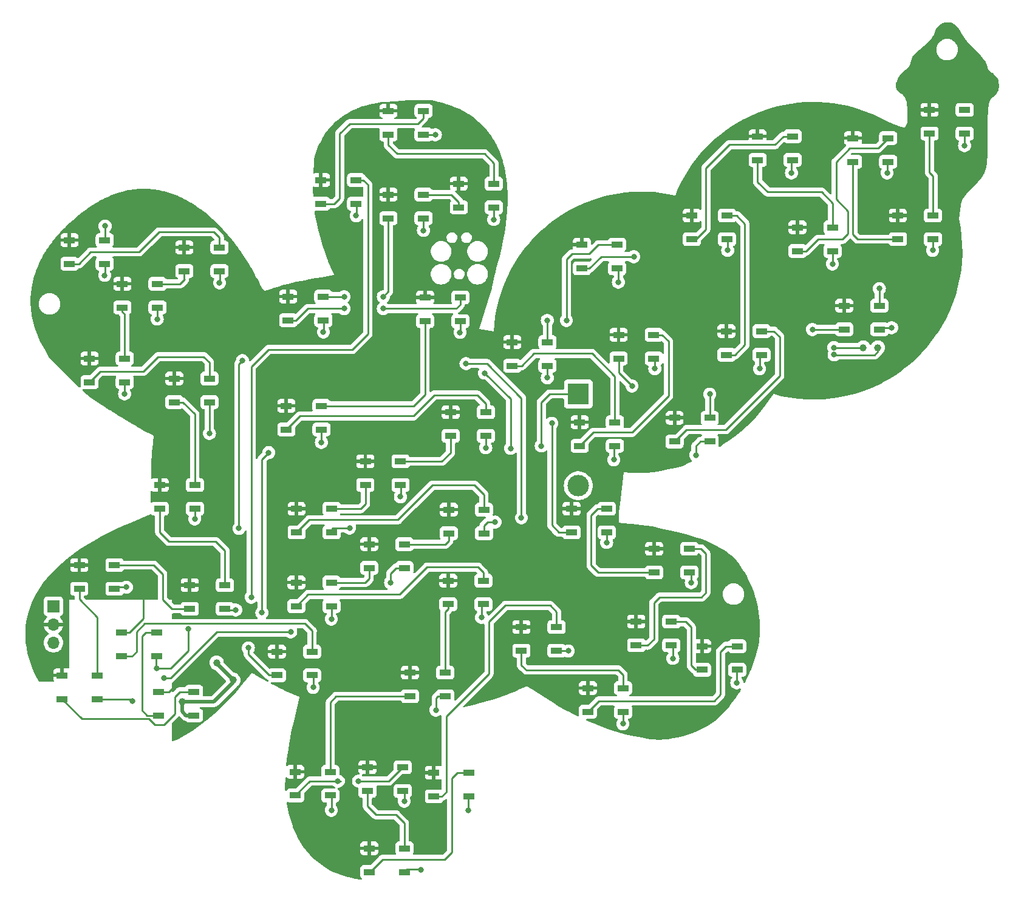
<source format=gbr>
%TF.GenerationSoftware,KiCad,Pcbnew,7.0.9*%
%TF.CreationDate,2024-02-03T11:29:29-06:00*%
%TF.ProjectId,bsidesPR,62736964-6573-4505-922e-6b696361645f,rev?*%
%TF.SameCoordinates,Original*%
%TF.FileFunction,Copper,L1,Top*%
%TF.FilePolarity,Positive*%
%FSLAX46Y46*%
G04 Gerber Fmt 4.6, Leading zero omitted, Abs format (unit mm)*
G04 Created by KiCad (PCBNEW 7.0.9) date 2024-02-03 11:29:29*
%MOMM*%
%LPD*%
G01*
G04 APERTURE LIST*
%TA.AperFunction,SMDPad,CuDef*%
%ADD10R,1.500000X0.900000*%
%TD*%
%TA.AperFunction,SMDPad,CuDef*%
%ADD11C,1.000000*%
%TD*%
%TA.AperFunction,ComponentPad*%
%ADD12R,1.700000X1.700000*%
%TD*%
%TA.AperFunction,ComponentPad*%
%ADD13O,1.700000X1.700000*%
%TD*%
%TA.AperFunction,ComponentPad*%
%ADD14R,3.000000X3.000000*%
%TD*%
%TA.AperFunction,ComponentPad*%
%ADD15C,3.000000*%
%TD*%
%TA.AperFunction,ViaPad*%
%ADD16C,0.800000*%
%TD*%
%TA.AperFunction,ViaPad*%
%ADD17C,1.000000*%
%TD*%
%TA.AperFunction,Conductor*%
%ADD18C,0.250000*%
%TD*%
%TA.AperFunction,Conductor*%
%ADD19C,0.500000*%
%TD*%
G04 APERTURE END LIST*
D10*
%TO.P,D35,1,VDD*%
%TO.N,VLED*%
X164174000Y-118111000D03*
%TO.P,D35,2,DOUT*%
%TO.N,Net-(D35-DOUT)*%
X164174000Y-121411000D03*
%TO.P,D35,3,VSS*%
%TO.N,GND*%
X169074000Y-121411000D03*
%TO.P,D35,4,DIN*%
%TO.N,Net-(D34-DOUT)*%
X169074000Y-118111000D03*
%TD*%
%TO.P,D38,1,VDD*%
%TO.N,VLED*%
X156591000Y-65532000D03*
%TO.P,D38,2,DOUT*%
%TO.N,Net-(D38-DOUT)*%
X156591000Y-68832000D03*
%TO.P,D38,3,VSS*%
%TO.N,GND*%
X161491000Y-68832000D03*
%TO.P,D38,4,DIN*%
%TO.N,Net-(D37-DOUT)*%
X161491000Y-65532000D03*
%TD*%
%TO.P,D6,1,VDD*%
%TO.N,VLED*%
X97753000Y-99061000D03*
%TO.P,D6,2,DOUT*%
%TO.N,Net-(D6-DOUT)*%
X97753000Y-102361000D03*
%TO.P,D6,3,VSS*%
%TO.N,GND*%
X102653000Y-102361000D03*
%TO.P,D6,4,DIN*%
%TO.N,Net-(D5-DOUT)*%
X102653000Y-99061000D03*
%TD*%
D11*
%TO.P,,1*%
%TO.N,CEREAL_TX*%
X197859000Y-79883000D03*
%TD*%
D10*
%TO.P,D40,1,VDD*%
%TO.N,VLED*%
X146902000Y-79122000D03*
%TO.P,D40,2,DOUT*%
%TO.N,Net-(D40-DOUT)*%
X146902000Y-82422000D03*
%TO.P,D40,3,VSS*%
%TO.N,GND*%
X151802000Y-82422000D03*
%TO.P,D40,4,DIN*%
%TO.N,Net-(D39-DOUT)*%
X151802000Y-79122000D03*
%TD*%
%TO.P,D44,1,VDD*%
%TO.N,VLED*%
X176747000Y-77598000D03*
%TO.P,D44,2,DOUT*%
%TO.N,Net-(D44-DOUT)*%
X176747000Y-80898000D03*
%TO.P,D44,3,VSS*%
%TO.N,GND*%
X181647000Y-80898000D03*
%TO.P,D44,4,DIN*%
%TO.N,Net-(D43-DOUT)*%
X181647000Y-77598000D03*
%TD*%
%TO.P,D18,1,VDD*%
%TO.N,VLED*%
X134747000Y-72898000D03*
%TO.P,D18,2,DOUT*%
%TO.N,Net-(D18-DOUT)*%
X134747000Y-76198000D03*
%TO.P,D18,3,VSS*%
%TO.N,GND*%
X139647000Y-76198000D03*
%TO.P,D18,4,DIN*%
%TO.N,Net-(D17-DOUT)*%
X139647000Y-72898000D03*
%TD*%
%TO.P,D22,1,VDD*%
%TO.N,VLED*%
X116840000Y-102364000D03*
%TO.P,D22,2,DOUT*%
%TO.N,Net-(D22-DOUT)*%
X116840000Y-105664000D03*
%TO.P,D22,3,VSS*%
%TO.N,GND*%
X121740000Y-105664000D03*
%TO.P,D22,4,DIN*%
%TO.N,Net-(D21-DOUT)*%
X121740000Y-102364000D03*
%TD*%
%TO.P,D46,1,VDD*%
%TO.N,VLED*%
X181102000Y-50420000D03*
%TO.P,D46,2,DOUT*%
%TO.N,Net-(D46-DOUT)*%
X181102000Y-53720000D03*
%TO.P,D46,3,VSS*%
%TO.N,GND*%
X186002000Y-53720000D03*
%TO.P,D46,4,DIN*%
%TO.N,Net-(D45-DOUT)*%
X186002000Y-50420000D03*
%TD*%
D11*
%TO.P,REF\u002A\u002A,1*%
%TO.N,CEREAL_TX*%
X197859000Y-79883000D03*
%TD*%
D10*
%TO.P,D37,1,VDD*%
%TO.N,VLED*%
X155157000Y-102363000D03*
%TO.P,D37,2,DOUT*%
%TO.N,Net-(D37-DOUT)*%
X155157000Y-105663000D03*
%TO.P,D37,3,VSS*%
%TO.N,GND*%
X160057000Y-105663000D03*
%TO.P,D37,4,DIN*%
%TO.N,Net-(D36-DOUT)*%
X160057000Y-102363000D03*
%TD*%
%TO.P,D14,1,VDD*%
%TO.N,VLED*%
X129630000Y-46864000D03*
%TO.P,D14,2,DOUT*%
%TO.N,Net-(D14-DOUT)*%
X129630000Y-50164000D03*
%TO.P,D14,3,VSS*%
%TO.N,GND*%
X134530000Y-50164000D03*
%TO.P,D14,4,DIN*%
%TO.N,Net-(D13-DOUT)*%
X134530000Y-46864000D03*
%TD*%
%TO.P,D23,1,VDD*%
%TO.N,VLED*%
X138049000Y-102491000D03*
%TO.P,D23,2,DOUT*%
%TO.N,Net-(D23-DOUT)*%
X138049000Y-105791000D03*
%TO.P,D23,3,VSS*%
%TO.N,GND*%
X142949000Y-105791000D03*
%TO.P,D23,4,DIN*%
%TO.N,Net-(D22-DOUT)*%
X142949000Y-102491000D03*
%TD*%
%TO.P,D50,1,VDD*%
%TO.N,VLED*%
X205068000Y-46737000D03*
%TO.P,D50,2,DOUT*%
%TO.N,Net-(D49-DIN)*%
X205068000Y-50037000D03*
%TO.P,D50,3,VSS*%
%TO.N,GND*%
X209968000Y-50037000D03*
%TO.P,D50,4,DIN*%
%TO.N,unconnected-(D50-DIN-Pad4)*%
X209968000Y-46737000D03*
%TD*%
%TO.P,D7,1,VDD*%
%TO.N,VLED*%
X101944000Y-113031000D03*
%TO.P,D7,2,DOUT*%
%TO.N,Net-(D7-DOUT)*%
X101944000Y-116331000D03*
%TO.P,D7,3,VSS*%
%TO.N,GND*%
X106844000Y-116331000D03*
%TO.P,D7,4,DIN*%
%TO.N,Net-(D6-DOUT)*%
X106844000Y-113031000D03*
%TD*%
%TO.P,D1,1,VDD*%
%TO.N,VLED*%
X85180000Y-64898000D03*
%TO.P,D1,2,DOUT*%
%TO.N,Net-(D1-DOUT)*%
X85180000Y-68198000D03*
%TO.P,D1,3,VSS*%
%TO.N,GND*%
X90080000Y-68198000D03*
%TO.P,D1,4,DIN*%
%TO.N,Net-(D1-DIN)*%
X90080000Y-64898000D03*
%TD*%
%TO.P,D42,1,VDD*%
%TO.N,VLED*%
X161726372Y-78106501D03*
%TO.P,D42,2,DOUT*%
%TO.N,Net-(D42-DOUT)*%
X161726372Y-81406501D03*
%TO.P,D42,3,VSS*%
%TO.N,GND*%
X166626372Y-81406501D03*
%TO.P,D42,4,DIN*%
%TO.N,Net-(D41-DOUT)*%
X166626372Y-78106501D03*
%TD*%
%TO.P,D39,1,VDD*%
%TO.N,VLED*%
X193167000Y-74043000D03*
%TO.P,D39,2,DOUT*%
%TO.N,Net-(D39-DOUT)*%
X193167000Y-77343000D03*
%TO.P,D39,3,VSS*%
%TO.N,GND*%
X198067000Y-77343000D03*
%TO.P,D39,4,DIN*%
%TO.N,Net-(D38-DOUT)*%
X198067000Y-74043000D03*
%TD*%
%TO.P,D13,1,VDD*%
%TO.N,VLED*%
X120232000Y-56516000D03*
%TO.P,D13,2,DOUT*%
%TO.N,Net-(D13-DOUT)*%
X120232000Y-59816000D03*
%TO.P,D13,3,VSS*%
%TO.N,GND*%
X125132000Y-59816000D03*
%TO.P,D13,4,DIN*%
%TO.N,Net-(D12-DOUT)*%
X125132000Y-56516000D03*
%TD*%
%TO.P,D21,1,VDD*%
%TO.N,VLED*%
X126418000Y-95758000D03*
%TO.P,D21,2,DOUT*%
%TO.N,Net-(D21-DOUT)*%
X126418000Y-99058000D03*
%TO.P,D21,3,VSS*%
%TO.N,GND*%
X131318000Y-99058000D03*
%TO.P,D21,4,DIN*%
%TO.N,Net-(D20-DOUT)*%
X131318000Y-95758000D03*
%TD*%
%TO.P,D15,1,VDD*%
%TO.N,VLED*%
X139446000Y-57024000D03*
%TO.P,D15,2,DOUT*%
%TO.N,Net-(D15-DOUT)*%
X139446000Y-60324000D03*
%TO.P,D15,3,VSS*%
%TO.N,GND*%
X144346000Y-60324000D03*
%TO.P,D15,4,DIN*%
%TO.N,Net-(D14-DOUT)*%
X144346000Y-57024000D03*
%TD*%
%TO.P,D36,1,VDD*%
%TO.N,VLED*%
X166677000Y-107950000D03*
%TO.P,D36,2,DOUT*%
%TO.N,Net-(D36-DOUT)*%
X166677000Y-111250000D03*
%TO.P,D36,3,VSS*%
%TO.N,GND*%
X171577000Y-111250000D03*
%TO.P,D36,4,DIN*%
%TO.N,Net-(D35-DOUT)*%
X171577000Y-107950000D03*
%TD*%
%TO.P,D27,1,VDD*%
%TO.N,VLED*%
X132641000Y-125222000D03*
%TO.P,D27,2,DOUT*%
%TO.N,Net-(D27-DOUT)*%
X132641000Y-128522000D03*
%TO.P,D27,3,VSS*%
%TO.N,GND*%
X137541000Y-128522000D03*
%TO.P,D27,4,DIN*%
%TO.N,Net-(D26-DOUT)*%
X137541000Y-125222000D03*
%TD*%
%TO.P,D4,1,VDD*%
%TO.N,VLED*%
X87974000Y-81408000D03*
%TO.P,D4,2,DOUT*%
%TO.N,Net-(D4-DOUT)*%
X87974000Y-84708000D03*
%TO.P,D4,3,VSS*%
%TO.N,GND*%
X92874000Y-84708000D03*
%TO.P,D4,4,DIN*%
%TO.N,Net-(D3-DOUT)*%
X92874000Y-81408000D03*
%TD*%
%TO.P,D47,1,VDD*%
%TO.N,VLED*%
X186653000Y-63120000D03*
%TO.P,D47,2,DOUT*%
%TO.N,Net-(D47-DOUT)*%
X186653000Y-66420000D03*
%TO.P,D47,3,VSS*%
%TO.N,GND*%
X191553000Y-66420000D03*
%TO.P,D47,4,DIN*%
%TO.N,Net-(D46-DOUT)*%
X191553000Y-63120000D03*
%TD*%
%TO.P,D20,1,VDD*%
%TO.N,VLED*%
X138303000Y-88901000D03*
%TO.P,D20,2,DOUT*%
%TO.N,Net-(D20-DOUT)*%
X138303000Y-92201000D03*
%TO.P,D20,3,VSS*%
%TO.N,GND*%
X143203000Y-92201000D03*
%TO.P,D20,4,DIN*%
%TO.N,Net-(D19-DOUT)*%
X143203000Y-88901000D03*
%TD*%
%TO.P,D24,1,VDD*%
%TO.N,VLED*%
X126963000Y-107316000D03*
%TO.P,D24,2,DOUT*%
%TO.N,Net-(D24-DOUT)*%
X126963000Y-110616000D03*
%TO.P,D24,3,VSS*%
%TO.N,GND*%
X131863000Y-110616000D03*
%TO.P,D24,4,DIN*%
%TO.N,Net-(D23-DOUT)*%
X131863000Y-107316000D03*
%TD*%
%TO.P,D33,1,VDD*%
%TO.N,VLED*%
X157443000Y-127382000D03*
%TO.P,D33,2,DOUT*%
%TO.N,Net-(D33-DOUT)*%
X157443000Y-130682000D03*
%TO.P,D33,3,VSS*%
%TO.N,GND*%
X162343000Y-130682000D03*
%TO.P,D33,4,DIN*%
%TO.N,Net-(D32-DOUT)*%
X162343000Y-127382000D03*
%TD*%
%TO.P,D16,1,VDD*%
%TO.N,VLED*%
X129630000Y-58548000D03*
%TO.P,D16,2,DOUT*%
%TO.N,Net-(D16-DOUT)*%
X129630000Y-61848000D03*
%TO.P,D16,3,VSS*%
%TO.N,GND*%
X134530000Y-61848000D03*
%TO.P,D16,4,DIN*%
%TO.N,Net-(D15-DOUT)*%
X134530000Y-58548000D03*
%TD*%
D11*
%TO.P,REF\u002A\u002A,1*%
%TO.N,CEREAL_RX*%
X195834000Y-79883000D03*
%TD*%
D10*
%TO.P,D26,1,VDD*%
%TO.N,VLED*%
X137975000Y-112395000D03*
%TO.P,D26,2,DOUT*%
%TO.N,Net-(D26-DOUT)*%
X137975000Y-115695000D03*
%TO.P,D26,3,VSS*%
%TO.N,GND*%
X142875000Y-115695000D03*
%TO.P,D26,4,DIN*%
%TO.N,Net-(D25-DOUT)*%
X142875000Y-112395000D03*
%TD*%
%TO.P,D5,1,VDD*%
%TO.N,VLED*%
X99785000Y-84202000D03*
%TO.P,D5,2,DOUT*%
%TO.N,Net-(D5-DOUT)*%
X99785000Y-87502000D03*
%TO.P,D5,3,VSS*%
%TO.N,GND*%
X104685000Y-87502000D03*
%TO.P,D5,4,DIN*%
%TO.N,Net-(D4-DOUT)*%
X104685000Y-84202000D03*
%TD*%
%TO.P,D49,1,VDD*%
%TO.N,VLED*%
X200660000Y-61468000D03*
%TO.P,D49,2,DOUT*%
%TO.N,Net-(D48-DOUT)*%
X200660000Y-64768000D03*
%TO.P,D49,3,VSS*%
%TO.N,GND*%
X205560000Y-64768000D03*
%TO.P,D49,4,DIN*%
%TO.N,Net-(D49-DIN)*%
X205560000Y-61468000D03*
%TD*%
%TO.P,D10,1,VDD*%
%TO.N,VLED*%
X97626000Y-127890000D03*
%TO.P,D10,2,DOUT*%
%TO.N,Net-(D10-DOUT)*%
X97626000Y-131190000D03*
%TO.P,D10,3,VSS*%
%TO.N,GND*%
X102526000Y-131190000D03*
%TO.P,D10,4,DIN*%
%TO.N,Net-(D10-DIN)*%
X102526000Y-127890000D03*
%TD*%
%TO.P,D9,1,VDD*%
%TO.N,VLED*%
X84164000Y-125604000D03*
%TO.P,D9,2,DOUT*%
%TO.N,Net-(D10-DIN)*%
X84164000Y-128904000D03*
%TO.P,D9,3,VSS*%
%TO.N,GND*%
X89064000Y-128904000D03*
%TO.P,D9,4,DIN*%
%TO.N,Net-(D8-DOUT)*%
X89064000Y-125604000D03*
%TD*%
%TO.P,D11,1,VDD*%
%TO.N,VLED*%
X92456000Y-119635000D03*
%TO.P,D11,2,DOUT*%
%TO.N,Net-(D11-DOUT)*%
X92456000Y-122935000D03*
%TO.P,D11,3,VSS*%
%TO.N,GND*%
X97356000Y-122935000D03*
%TO.P,D11,4,DIN*%
%TO.N,Net-(D10-DOUT)*%
X97356000Y-119635000D03*
%TD*%
%TO.P,D48,1,VDD*%
%TO.N,VLED*%
X194400000Y-50674000D03*
%TO.P,D48,2,DOUT*%
%TO.N,Net-(D48-DOUT)*%
X194400000Y-53974000D03*
%TO.P,D48,3,VSS*%
%TO.N,GND*%
X199300000Y-53974000D03*
%TO.P,D48,4,DIN*%
%TO.N,Net-(D47-DOUT)*%
X199300000Y-50674000D03*
%TD*%
%TO.P,D25,1,VDD*%
%TO.N,VLED*%
X116803000Y-112650000D03*
%TO.P,D25,2,DOUT*%
%TO.N,Net-(D25-DOUT)*%
X116803000Y-115950000D03*
%TO.P,D25,3,VSS*%
%TO.N,GND*%
X121703000Y-115950000D03*
%TO.P,D25,4,DIN*%
%TO.N,Net-(D24-DOUT)*%
X121703000Y-112650000D03*
%TD*%
%TO.P,D2,1,VDD*%
%TO.N,VLED*%
X101182000Y-65914000D03*
%TO.P,D2,2,DOUT*%
%TO.N,Net-(D2-DOUT)*%
X101182000Y-69214000D03*
%TO.P,D2,3,VSS*%
%TO.N,GND*%
X106082000Y-69214000D03*
%TO.P,D2,4,DIN*%
%TO.N,Net-(D1-DOUT)*%
X106082000Y-65914000D03*
%TD*%
%TO.P,D12,1,VDD*%
%TO.N,VLED*%
X114099000Y-122301000D03*
%TO.P,D12,2,DOUT*%
%TO.N,Net-(D12-DOUT)*%
X114099000Y-125601000D03*
%TO.P,D12,3,VSS*%
%TO.N,GND*%
X118999000Y-125601000D03*
%TO.P,D12,4,DIN*%
%TO.N,Net-(D11-DOUT)*%
X118999000Y-122301000D03*
%TD*%
%TO.P,D34,1,VDD*%
%TO.N,VLED*%
X173355000Y-121539000D03*
%TO.P,D34,2,DOUT*%
%TO.N,Net-(D34-DOUT)*%
X173355000Y-124839000D03*
%TO.P,D34,3,VSS*%
%TO.N,GND*%
X178255000Y-124839000D03*
%TO.P,D34,4,DIN*%
%TO.N,Net-(D33-DOUT)*%
X178255000Y-121539000D03*
%TD*%
%TO.P,D19,1,VDD*%
%TO.N,VLED*%
X115406000Y-88012000D03*
%TO.P,D19,2,DOUT*%
%TO.N,Net-(D19-DOUT)*%
X115406000Y-91312000D03*
%TO.P,D19,3,VSS*%
%TO.N,GND*%
X120306000Y-91312000D03*
%TO.P,D19,4,DIN*%
%TO.N,Net-(D18-DOUT)*%
X120306000Y-88012000D03*
%TD*%
%TO.P,D8,1,VDD*%
%TO.N,VLED*%
X86540000Y-110236000D03*
%TO.P,D8,2,DOUT*%
%TO.N,Net-(D8-DOUT)*%
X86540000Y-113536000D03*
%TO.P,D8,3,VSS*%
%TO.N,GND*%
X91440000Y-113536000D03*
%TO.P,D8,4,DIN*%
%TO.N,Net-(D7-DOUT)*%
X91440000Y-110236000D03*
%TD*%
%TO.P,D43,1,VDD*%
%TO.N,VLED*%
X169524172Y-89688901D03*
%TO.P,D43,2,DOUT*%
%TO.N,Net-(D43-DOUT)*%
X169524172Y-92988901D03*
%TO.P,D43,3,VSS*%
%TO.N,GND*%
X174424172Y-92988901D03*
%TO.P,D43,4,DIN*%
%TO.N,Net-(D42-DOUT)*%
X174424172Y-89688901D03*
%TD*%
%TO.P,D41,1,VDD*%
%TO.N,VLED*%
X156300000Y-90298000D03*
%TO.P,D41,2,DOUT*%
%TO.N,Net-(D41-DOUT)*%
X156300000Y-93598000D03*
%TO.P,D41,3,VSS*%
%TO.N,GND*%
X161200000Y-93598000D03*
%TO.P,D41,4,DIN*%
%TO.N,Net-(D40-DOUT)*%
X161200000Y-90298000D03*
%TD*%
%TO.P,D28,1,VDD*%
%TO.N,VLED*%
X116639000Y-139065000D03*
%TO.P,D28,2,DOUT*%
%TO.N,Net-(D28-DOUT)*%
X116639000Y-142365000D03*
%TO.P,D28,3,VSS*%
%TO.N,GND*%
X121539000Y-142365000D03*
%TO.P,D28,4,DIN*%
%TO.N,Net-(D27-DOUT)*%
X121539000Y-139065000D03*
%TD*%
%TO.P,D17,1,VDD*%
%TO.N,VLED*%
X115660000Y-72772000D03*
%TO.P,D17,2,DOUT*%
%TO.N,Net-(D17-DOUT)*%
X115660000Y-76072000D03*
%TO.P,D17,3,VSS*%
%TO.N,GND*%
X120560000Y-76072000D03*
%TO.P,D17,4,DIN*%
%TO.N,Net-(D16-DOUT)*%
X120560000Y-72772000D03*
%TD*%
%TO.P,D45,1,VDD*%
%TO.N,VLED*%
X171921000Y-61469000D03*
%TO.P,D45,2,DOUT*%
%TO.N,Net-(D45-DOUT)*%
X171921000Y-64769000D03*
%TO.P,D45,3,VSS*%
%TO.N,GND*%
X176821000Y-64769000D03*
%TO.P,D45,4,DIN*%
%TO.N,Net-(D44-DOUT)*%
X176821000Y-61469000D03*
%TD*%
%TO.P,D30,1,VDD*%
%TO.N,VLED*%
X126963000Y-149734000D03*
%TO.P,D30,2,DOUT*%
%TO.N,Net-(D30-DOUT)*%
X126963000Y-153034000D03*
%TO.P,D30,3,VSS*%
%TO.N,GND*%
X131863000Y-153034000D03*
%TO.P,D30,4,DIN*%
%TO.N,Net-(D29-DOUT)*%
X131863000Y-149734000D03*
%TD*%
%TO.P,D3,1,VDD*%
%TO.N,VLED*%
X92546000Y-70994000D03*
%TO.P,D3,2,DOUT*%
%TO.N,Net-(D3-DOUT)*%
X92546000Y-74294000D03*
%TO.P,D3,3,VSS*%
%TO.N,GND*%
X97446000Y-74294000D03*
%TO.P,D3,4,DIN*%
%TO.N,Net-(D2-DOUT)*%
X97446000Y-70994000D03*
%TD*%
%TO.P,D32,1,VDD*%
%TO.N,VLED*%
X148172000Y-118873000D03*
%TO.P,D32,2,DOUT*%
%TO.N,Net-(D32-DOUT)*%
X148172000Y-122173000D03*
%TO.P,D32,3,VSS*%
%TO.N,GND*%
X153072000Y-122173000D03*
%TO.P,D32,4,DIN*%
%TO.N,Net-(D31-DOUT)*%
X153072000Y-118873000D03*
%TD*%
%TO.P,D29,1,VDD*%
%TO.N,VLED*%
X126709000Y-138431000D03*
%TO.P,D29,2,DOUT*%
%TO.N,Net-(D29-DOUT)*%
X126709000Y-141731000D03*
%TO.P,D29,3,VSS*%
%TO.N,GND*%
X131609000Y-141731000D03*
%TO.P,D29,4,DIN*%
%TO.N,Net-(D28-DOUT)*%
X131609000Y-138431000D03*
%TD*%
%TO.P,D31,1,VDD*%
%TO.N,VLED*%
X135980000Y-139193000D03*
%TO.P,D31,2,DOUT*%
%TO.N,Net-(D31-DOUT)*%
X135980000Y-142493000D03*
%TO.P,D31,3,VSS*%
%TO.N,GND*%
X140880000Y-142493000D03*
%TO.P,D31,4,DIN*%
%TO.N,Net-(D30-DOUT)*%
X140880000Y-139193000D03*
%TD*%
D12*
%TO.P,J3,1,Pin_1*%
%TO.N,+5V*%
X82947172Y-115976901D03*
D13*
%TO.P,J3,2,Pin_2*%
%TO.N,VLED*%
X82947172Y-118516901D03*
%TO.P,J3,3,Pin_3*%
%TO.N,GND*%
X82947172Y-121056901D03*
%TD*%
D14*
%TO.P,BT1,1,+*%
%TO.N,Net-(BT1-+)*%
X156113000Y-86360000D03*
D15*
%TO.P,BT1,2,-*%
%TO.N,GND*%
X156113000Y-99160000D03*
%TD*%
D16*
%TO.N,GND*%
X205502172Y-66319901D03*
X93107172Y-113309901D03*
X209947172Y-51714901D03*
X162322172Y-132359901D03*
X143200544Y-93874329D03*
X120569144Y-77719929D03*
X108347172Y-116484901D03*
X124222172Y-105054901D03*
X171847172Y-112674901D03*
X169286344Y-123242802D03*
D17*
X100927500Y-129261101D03*
D16*
X136266344Y-130454901D03*
X104685000Y-91867729D03*
X161052172Y-95529901D03*
X119142172Y-127279901D03*
X121682172Y-144424901D03*
X90084572Y-69825101D03*
X131313344Y-100706929D03*
X151785744Y-84095329D03*
X142616344Y-117527802D03*
X185817172Y-55524901D03*
X199787172Y-77114901D03*
X125141144Y-61489329D03*
X161687172Y-70764901D03*
X139619144Y-77770729D03*
X199152172Y-55524901D03*
X136181000Y-50211729D03*
X144516772Y-104216701D03*
X181372172Y-82829901D03*
X160061572Y-107067574D03*
X102632172Y-103784901D03*
X121682172Y-117754901D03*
X134155073Y-152700729D03*
D17*
X105680172Y-123850901D03*
D16*
X120285172Y-93116901D03*
X172482172Y-94894901D03*
X131842172Y-143154901D03*
X134513744Y-63546729D03*
X97399772Y-75921101D03*
X129937172Y-112674901D03*
X97298172Y-124646421D03*
X144318144Y-62022729D03*
X166767172Y-82829901D03*
X93919972Y-129235701D03*
X191532172Y-68224901D03*
D17*
X108004272Y-126251201D03*
D16*
X154702172Y-122199901D03*
X106086572Y-70866501D03*
X140732172Y-144424901D03*
X178197172Y-126644901D03*
X92853172Y-86360501D03*
X101768572Y-119126501D03*
X176927172Y-66319901D03*
%TO.N,Net-(J2-SWDIO)*%
X148174372Y-103632501D03*
X140452772Y-82118701D03*
%TO.N,Net-(J2-SWCLK)*%
X143018172Y-83439501D03*
X146675772Y-93955101D03*
%TO.N,RPi_WAKE*%
X112944572Y-94539301D03*
X112004772Y-116865901D03*
%TO.N,VLED*%
X104410172Y-122530101D03*
X95469372Y-113379901D03*
%TO.N,Net-(D1-DIN)*%
X90135372Y-62941701D03*
%TO.N,Net-(D17-DOUT)*%
X128921172Y-74447901D03*
X123460172Y-74447901D03*
%TO.N,Net-(D37-DOUT)*%
X154448172Y-76098901D03*
X152416172Y-90449901D03*
%TO.N,Net-(D38-DOUT)*%
X198067000Y-71653901D03*
X163846172Y-67208901D03*
%TO.N,Net-(D39-DOUT)*%
X188738172Y-77368901D03*
X151781172Y-76098901D03*
%TO.N,Net-(BT1-+)*%
X150942972Y-93599501D03*
X98339572Y-126009901D03*
X116017972Y-119558301D03*
%TO.N,CEREAL_TX*%
X191764662Y-80882088D03*
%TO.N,CEREAL_RX*%
X191735873Y-79883000D03*
%TO.N,+3V3*%
X108804372Y-105105701D03*
X109286972Y-81712301D03*
%TO.N,Net-(D42-DOUT)*%
X163592172Y-85242901D03*
X174424172Y-86385901D03*
%TO.N,Net-(D12-DOUT)*%
X110113072Y-121789901D03*
X110506172Y-114706901D03*
%TO.N,Net-(D28-DOUT)*%
X122582172Y-140360901D03*
X125472172Y-140360901D03*
%TO.N,Net-(D16-DOUT)*%
X123460172Y-72796901D03*
X128921172Y-72796901D03*
%TD*%
D18*
%TO.N,GND*%
X139639972Y-76092828D02*
X139639972Y-77749901D01*
X97356000Y-122935000D02*
X97272772Y-123018228D01*
X125161972Y-59811428D02*
X125161972Y-61468501D01*
X171868000Y-111541000D02*
X171868000Y-112654073D01*
X162343000Y-130682000D02*
X162343000Y-132339073D01*
X169074000Y-121411000D02*
X169307172Y-121644172D01*
X209968000Y-50037000D02*
X209968000Y-51694073D01*
X120310572Y-93091501D02*
X120285172Y-93116901D01*
X153024271Y-122179073D02*
X154681344Y-122179073D01*
X178218000Y-124967000D02*
X178218000Y-126624073D01*
X89090901Y-128930901D02*
X89064000Y-128904000D01*
X160061572Y-105667572D02*
X160061572Y-107067574D01*
X132217099Y-152679901D02*
X134134245Y-152679901D01*
X140880000Y-142493000D02*
X140753000Y-142620000D01*
X131863000Y-153034000D02*
X132217099Y-152679901D01*
X136287172Y-128777000D02*
X136287172Y-130434073D01*
X131609000Y-141731000D02*
X131863000Y-141985000D01*
X198315927Y-77094073D02*
X199766344Y-77094073D01*
X93919972Y-129235701D02*
X93615172Y-128930901D01*
X121703000Y-116077000D02*
X121703000Y-117734073D01*
X134534572Y-61868828D02*
X134534572Y-63525901D01*
D19*
X101436871Y-131190000D02*
X102526000Y-131190000D01*
X105680172Y-123927101D02*
X105680172Y-123901701D01*
D18*
X137541000Y-128522000D02*
X136542172Y-128522000D01*
X169307172Y-121644172D02*
X169307172Y-123221974D01*
X181647000Y-80898000D02*
X181393000Y-81152000D01*
D19*
X108004272Y-126556001D02*
X105299172Y-129261101D01*
D18*
X136542172Y-128522000D02*
X136287172Y-128777000D01*
X121740000Y-105664000D02*
X121740000Y-105203344D01*
X121539000Y-142365000D02*
X121703000Y-142529000D01*
X160057000Y-105663000D02*
X160061572Y-105667572D01*
X106107400Y-69188600D02*
X106107400Y-70845673D01*
X191553000Y-66547000D02*
X191553000Y-68204073D01*
X131334172Y-99029028D02*
X131334172Y-100686101D01*
X101768572Y-122174501D02*
X101768572Y-119126501D01*
X97298172Y-124646421D02*
X99296652Y-124646421D01*
X209968000Y-51694073D02*
X209947172Y-51714901D01*
X99296652Y-124646421D02*
X101768572Y-122174501D01*
X91440000Y-113536000D02*
X91686927Y-113289073D01*
X104685000Y-91867729D02*
X104685000Y-87502000D01*
X143221372Y-92196428D02*
X143221372Y-93853501D01*
D19*
X105299172Y-129261101D02*
X100927500Y-129261101D01*
X100927500Y-130680629D02*
X101436871Y-131190000D01*
D18*
X90105400Y-68147200D02*
X90105400Y-69804273D01*
X198067000Y-77343000D02*
X198315927Y-77094073D01*
X121703000Y-142529000D02*
X121703000Y-144404073D01*
X142637172Y-115932828D02*
X142637172Y-117506974D01*
X142949000Y-104768473D02*
X143500772Y-104216701D01*
X174424172Y-92988901D02*
X173118172Y-92988901D01*
X91686927Y-113289073D02*
X93086344Y-113289073D01*
X166788000Y-81152000D02*
X166788000Y-82809073D01*
X144338972Y-60344828D02*
X144338972Y-62001901D01*
X161708000Y-69049000D02*
X161708000Y-70744073D01*
X93615172Y-128930901D02*
X89090901Y-128930901D01*
X161200000Y-93598000D02*
X161073000Y-93725000D01*
X142949000Y-105791000D02*
X142949000Y-104768473D01*
X131863000Y-141985000D02*
X131863000Y-143134073D01*
X199173000Y-53847000D02*
X199173000Y-55504073D01*
X161491000Y-68832000D02*
X161708000Y-69049000D01*
X119163000Y-125602000D02*
X119163000Y-127259073D01*
D19*
X108004272Y-126251201D02*
X108004272Y-126556001D01*
D18*
X120589972Y-76042028D02*
X120589972Y-77699101D01*
X185838000Y-53847000D02*
X185838000Y-55504073D01*
X176948000Y-64642000D02*
X176948000Y-66299073D01*
X173118172Y-92988901D02*
X172503000Y-93604073D01*
X131863000Y-110616000D02*
X130726073Y-110616000D01*
X121888443Y-105054901D02*
X124222172Y-105054901D01*
X121740000Y-105203344D02*
X121888443Y-105054901D01*
X97420600Y-74243200D02*
X97420600Y-75900273D01*
X143500772Y-104216701D02*
X144516772Y-104216701D01*
X97272772Y-123018228D02*
X97272772Y-124418845D01*
X161073000Y-93725000D02*
X161073000Y-95509073D01*
X120310572Y-91434428D02*
X120310572Y-93091501D01*
X92874000Y-84682600D02*
X92874000Y-86339673D01*
X106669271Y-116464073D02*
X108326344Y-116464073D01*
X97272772Y-124418845D02*
X97573000Y-124719073D01*
X130726073Y-110616000D02*
X129958000Y-111384073D01*
X102653000Y-102107000D02*
X102653000Y-103764073D01*
X140753000Y-142620000D02*
X140753000Y-144404073D01*
X134503099Y-50190901D02*
X136160172Y-50190901D01*
X142875000Y-115695000D02*
X142637172Y-115932828D01*
X181393000Y-81152000D02*
X181393000Y-82809073D01*
X151806572Y-82417428D02*
X151806572Y-84074501D01*
X172503000Y-93604073D02*
X172503000Y-94874073D01*
X205523000Y-64642000D02*
X205523000Y-66299073D01*
D19*
X100927500Y-129261101D02*
X100927500Y-130680629D01*
D18*
X171577000Y-111250000D02*
X171868000Y-111541000D01*
D19*
X108004272Y-126251201D02*
X105680172Y-123927101D01*
D18*
X129958000Y-111384073D02*
X129958000Y-112654073D01*
%TO.N,Net-(D3-DOUT)*%
X92546000Y-74294000D02*
X92546000Y-74893000D01*
X92874000Y-75221000D02*
X92874000Y-81408000D01*
X92546000Y-74893000D02*
X92874000Y-75221000D01*
%TO.N,Net-(D4-DOUT)*%
X89497000Y-83185000D02*
X95504000Y-83185000D01*
X95504000Y-83185000D02*
X97536000Y-81153000D01*
X97536000Y-81153000D02*
X103886000Y-81153000D01*
X104685000Y-81952000D02*
X104685000Y-84202000D01*
X103886000Y-81153000D02*
X104685000Y-81952000D01*
X87974000Y-84708000D02*
X89497000Y-83185000D01*
%TO.N,Net-(D5-DOUT)*%
X99785000Y-87502000D02*
X100964000Y-87502000D01*
X102653000Y-89191000D02*
X102653000Y-99061000D01*
X100964000Y-87502000D02*
X102653000Y-89191000D01*
%TO.N,Net-(D6-DOUT)*%
X106844000Y-108241000D02*
X106844000Y-113031000D01*
X99060000Y-106934000D02*
X105537000Y-106934000D01*
X105537000Y-106934000D02*
X106844000Y-108241000D01*
X97753000Y-105627000D02*
X99060000Y-106934000D01*
X97753000Y-102361000D02*
X97753000Y-105627000D01*
%TO.N,Net-(D7-DOUT)*%
X96932750Y-110236000D02*
X91440000Y-110236000D01*
X99440000Y-116331000D02*
X98171000Y-115062000D01*
X101944000Y-116331000D02*
X99440000Y-116331000D01*
X98171000Y-111474250D02*
X96932750Y-110236000D01*
X98171000Y-115062000D02*
X98171000Y-111474250D01*
%TO.N,Net-(D10-DIN)*%
X97047000Y-132461000D02*
X98340073Y-132461000D01*
X86934101Y-131674101D02*
X96260101Y-131674101D01*
X96260101Y-131674101D02*
X97047000Y-132461000D01*
X98340073Y-132461000D02*
X99838172Y-130962901D01*
X99838172Y-128600701D02*
X100548873Y-127890000D01*
X99838172Y-130962901D02*
X99838172Y-128600701D01*
X84164000Y-128904000D02*
X86934101Y-131674101D01*
X100548873Y-127890000D02*
X102526000Y-127890000D01*
%TO.N,Net-(D10-DOUT)*%
X95266172Y-120167901D02*
X95799073Y-119635000D01*
X96001271Y-131190000D02*
X95266172Y-130454901D01*
X97626000Y-131190000D02*
X96001271Y-131190000D01*
X95266172Y-130454901D02*
X95266172Y-120167901D01*
X95799073Y-119635000D02*
X97356000Y-119635000D01*
%TO.N,Net-(J2-SWDIO)*%
X148174372Y-86919301D02*
X148174372Y-103632501D01*
X143373772Y-82118701D02*
X148174372Y-86919301D01*
X140452772Y-82118701D02*
X143373772Y-82118701D01*
%TO.N,Net-(J2-SWCLK)*%
X143094372Y-83439501D02*
X146675772Y-87020901D01*
X143018172Y-83439501D02*
X143094372Y-83439501D01*
X146675772Y-87020901D02*
X146675772Y-93955101D01*
%TO.N,RPi_WAKE*%
X112004772Y-95479101D02*
X112004772Y-116865901D01*
X112944572Y-94539301D02*
X112004772Y-95479101D01*
%TO.N,VLED*%
X99050273Y-127890000D02*
X97626000Y-127890000D01*
X95469372Y-117704101D02*
X93538473Y-119635000D01*
X95469372Y-113379901D02*
X95469372Y-114325901D01*
X95469372Y-113379901D02*
X95469372Y-117704101D01*
X104410172Y-122530101D02*
X99050273Y-127890000D01*
X93538473Y-119635000D02*
X92456000Y-119635000D01*
%TO.N,Net-(D1-DOUT)*%
X105283000Y-63754000D02*
X106082000Y-64553000D01*
X85180000Y-68198000D02*
X86488000Y-68198000D01*
X106082000Y-64553000D02*
X106082000Y-65914000D01*
X97663000Y-63754000D02*
X105283000Y-63754000D01*
X94869000Y-66548000D02*
X97663000Y-63754000D01*
X86488000Y-68198000D02*
X88138000Y-66548000D01*
X88138000Y-66548000D02*
X94869000Y-66548000D01*
%TO.N,Net-(D1-DIN)*%
X90135372Y-62941701D02*
X90135372Y-64842628D01*
X90135372Y-64842628D02*
X90080000Y-64898000D01*
%TO.N,Net-(D2-DOUT)*%
X101219000Y-70358000D02*
X101182000Y-70321000D01*
X97446000Y-70994000D02*
X100583000Y-70994000D01*
X101182000Y-70321000D02*
X101182000Y-69214000D01*
X100583000Y-70994000D02*
X101219000Y-70358000D01*
%TO.N,Net-(D17-DOUT)*%
X128921172Y-74447901D02*
X139081172Y-74447901D01*
X139081172Y-74447901D02*
X139647000Y-73882073D01*
X115660000Y-76072000D02*
X116756073Y-76072000D01*
X116756073Y-76072000D02*
X118380172Y-74447901D01*
X139647000Y-73882073D02*
X139647000Y-72898000D01*
X118380172Y-74447901D02*
X123460172Y-74447901D01*
%TO.N,Net-(D19-DOUT)*%
X117284099Y-89433901D02*
X133112172Y-89433901D01*
X142002172Y-86512901D02*
X143203000Y-87713729D01*
X143203000Y-87713729D02*
X143203000Y-88901000D01*
X115406000Y-91312000D02*
X117284099Y-89433901D01*
X136033172Y-86512901D02*
X142002172Y-86512901D01*
X133112172Y-89433901D02*
X136033172Y-86512901D01*
%TO.N,Net-(D20-DOUT)*%
X138303000Y-94530073D02*
X138303000Y-92201000D01*
X131318000Y-95758000D02*
X137075073Y-95758000D01*
X137075073Y-95758000D02*
X138303000Y-94530073D01*
%TO.N,Net-(D21-DOUT)*%
X125770073Y-102364000D02*
X126418000Y-101716073D01*
X121740000Y-102364000D02*
X125770073Y-102364000D01*
X126418000Y-101716073D02*
X126418000Y-99058000D01*
%TO.N,Net-(D22-DOUT)*%
X118592099Y-103911901D02*
X130953172Y-103911901D01*
X142949000Y-100413729D02*
X142949000Y-102491000D01*
X135779172Y-99085901D02*
X141621172Y-99085901D01*
X116840000Y-105664000D02*
X118592099Y-103911901D01*
X141621172Y-99085901D02*
X142949000Y-100413729D01*
X130953172Y-103911901D02*
X135779172Y-99085901D01*
%TO.N,Net-(D23-DOUT)*%
X137582073Y-107316000D02*
X138049000Y-106849073D01*
X131863000Y-107316000D02*
X137582073Y-107316000D01*
X138049000Y-106849073D02*
X138049000Y-105791000D01*
%TO.N,Net-(D24-DOUT)*%
X126406073Y-112650000D02*
X126963000Y-112093073D01*
X126963000Y-112093073D02*
X126963000Y-110616000D01*
X121703000Y-112650000D02*
X126406073Y-112650000D01*
%TO.N,Net-(D33-DOUT)*%
X176699073Y-121539000D02*
X178255000Y-121539000D01*
X157443000Y-130682000D02*
X158940099Y-129184901D01*
X175911172Y-128295901D02*
X175911172Y-122326901D01*
X175911172Y-122326901D02*
X176699073Y-121539000D01*
X175022172Y-129184901D02*
X175911172Y-128295901D01*
X158940099Y-129184901D02*
X175022172Y-129184901D01*
%TO.N,Net-(D35-DOUT)*%
X166640172Y-115468901D02*
X167402172Y-114706901D01*
X173879172Y-108610901D02*
X173218271Y-107950000D01*
X167402172Y-114706901D02*
X173244172Y-114706901D01*
X166640172Y-120548901D02*
X166640172Y-115468901D01*
X164174000Y-121411000D02*
X165778073Y-121411000D01*
X165778073Y-121411000D02*
X166640172Y-120548901D01*
X173244172Y-114706901D02*
X173879172Y-114071901D01*
X173218271Y-107950000D02*
X171577000Y-107950000D01*
X173879172Y-114071901D02*
X173879172Y-108610901D01*
%TO.N,Net-(D36-DOUT)*%
X158865271Y-111250000D02*
X157877172Y-110261901D01*
X158791073Y-102363000D02*
X160057000Y-102363000D01*
X166677000Y-111250000D02*
X158865271Y-111250000D01*
X157877172Y-110261901D02*
X157877172Y-103276901D01*
X157877172Y-103276901D02*
X158791073Y-102363000D01*
%TO.N,Net-(D37-DOUT)*%
X154448172Y-67589901D02*
X155210172Y-66827901D01*
X153405271Y-105663000D02*
X155157000Y-105663000D01*
X157623172Y-66827901D02*
X158919073Y-65532000D01*
X158919073Y-65532000D02*
X161491000Y-65532000D01*
X155210172Y-66827901D02*
X157623172Y-66827901D01*
X152416172Y-90449901D02*
X152416172Y-104673901D01*
X154448172Y-76098901D02*
X154448172Y-67589901D01*
X152416172Y-90449901D02*
X152479672Y-90386401D01*
X152416172Y-104673901D02*
X153405271Y-105663000D01*
%TO.N,Net-(D38-DOUT)*%
X198067000Y-71653901D02*
X198067000Y-74043000D01*
X156591000Y-68832000D02*
X157651073Y-68832000D01*
X159274172Y-67208901D02*
X161664099Y-67208901D01*
X157651073Y-68832000D02*
X159274172Y-67208901D01*
X161664099Y-67208901D02*
X163846172Y-67208901D01*
%TO.N,Net-(D39-DOUT)*%
X188764073Y-77343000D02*
X193167000Y-77343000D01*
X151802000Y-76119729D02*
X151802000Y-79122000D01*
X188738172Y-77368901D02*
X188764073Y-77343000D01*
X151781172Y-76098901D02*
X151802000Y-76119729D01*
%TO.N,Net-(D40-DOUT)*%
X149901572Y-80721701D02*
X158029572Y-80721701D01*
X148201273Y-82422000D02*
X149901572Y-80721701D01*
X146902000Y-82422000D02*
X148201273Y-82422000D01*
X158029572Y-80721701D02*
X161200000Y-83892129D01*
X161200000Y-83892129D02*
X161200000Y-90298000D01*
%TO.N,Net-(D44-DOUT)*%
X179314772Y-79527901D02*
X179314772Y-62611501D01*
X177944673Y-80898000D02*
X179314772Y-79527901D01*
X179314772Y-62611501D02*
X178172271Y-61469000D01*
X176747000Y-80898000D02*
X177944673Y-80898000D01*
X178172271Y-61469000D02*
X176821000Y-61469000D01*
%TO.N,Net-(D45-DOUT)*%
X173879172Y-54889901D02*
X177181172Y-51587901D01*
X171921000Y-64769000D02*
X172509073Y-64769000D01*
X177181172Y-51587901D02*
X183531172Y-51587901D01*
X173879172Y-63398901D02*
X173879172Y-54889901D01*
X184699073Y-50420000D02*
X186002000Y-50420000D01*
X172509073Y-64769000D02*
X173879172Y-63398901D01*
X183531172Y-51587901D02*
X184699073Y-50420000D01*
%TO.N,Net-(D46-DOUT)*%
X191553000Y-59736729D02*
X191553000Y-63120000D01*
X181102000Y-53720000D02*
X181102000Y-56778729D01*
X182515172Y-58191901D02*
X190008172Y-58191901D01*
X181102000Y-56778729D02*
X182515172Y-58191901D01*
X190008172Y-58191901D02*
X191553000Y-59736729D01*
%TO.N,Net-(D47-DOUT)*%
X186653000Y-66420000D02*
X187876073Y-66420000D01*
X187876073Y-66420000D02*
X189500172Y-64795901D01*
X193945172Y-52095901D02*
X197878099Y-52095901D01*
X193691172Y-64033901D02*
X193691172Y-60858901D01*
X189500172Y-64795901D02*
X192929172Y-64795901D01*
X197878099Y-52095901D02*
X199300000Y-50674000D01*
X192040172Y-59207901D02*
X192040172Y-54000901D01*
X193691172Y-60858901D02*
X192040172Y-59207901D01*
X192040172Y-54000901D02*
X193945172Y-52095901D01*
X192929172Y-64795901D02*
X193691172Y-64033901D01*
%TO.N,Net-(D48-DOUT)*%
X194400000Y-64107729D02*
X194400000Y-53974000D01*
X195060271Y-64768000D02*
X194400000Y-64107729D01*
X200660000Y-64768000D02*
X195060271Y-64768000D01*
%TO.N,Net-(BT1-+)*%
X150942972Y-93599501D02*
X150942972Y-87528901D01*
X99253972Y-126009901D02*
X105705572Y-119558301D01*
X152111873Y-86360000D02*
X156113000Y-86360000D01*
X98339572Y-126009901D02*
X99253972Y-126009901D01*
X116017972Y-119558301D02*
X115967172Y-119558301D01*
X105705572Y-119558301D02*
X116017972Y-119558301D01*
X150942972Y-87528901D02*
X152111873Y-86360000D01*
%TO.N,Net-(D14-DOUT)*%
X129630000Y-50164000D02*
X129630000Y-51661729D01*
X129630000Y-51661729D02*
X130826172Y-52857901D01*
X144346000Y-54185729D02*
X144346000Y-57024000D01*
X130826172Y-52857901D02*
X143018172Y-52857901D01*
X143018172Y-52857901D02*
X144346000Y-54185729D01*
%TO.N,Net-(D8-DOUT)*%
X86540000Y-114988000D02*
X89064000Y-117512000D01*
X89064000Y-117512000D02*
X89064000Y-125604000D01*
X86540000Y-113536000D02*
X86540000Y-114988000D01*
%TO.N,Net-(D18-DOUT)*%
X120306000Y-88012000D02*
X133137073Y-88012000D01*
X133137073Y-88012000D02*
X134747000Y-86402073D01*
X134747000Y-86402073D02*
X134747000Y-76198000D01*
%TO.N,Net-(D34-DOUT)*%
X171060271Y-118111000D02*
X169074000Y-118111000D01*
X173355000Y-124839000D02*
X172454271Y-124839000D01*
X171847172Y-118897901D02*
X171060271Y-118111000D01*
X171847172Y-124231901D02*
X171847172Y-118897901D01*
X172454271Y-124839000D02*
X171847172Y-124231901D01*
%TO.N,CEREAL_TX*%
X197424972Y-80899501D02*
X197859000Y-80465473D01*
X197859000Y-80465473D02*
X197859000Y-79883000D01*
X191782075Y-80899501D02*
X197424972Y-80899501D01*
X191764662Y-80882088D02*
X191782075Y-80899501D01*
%TO.N,CEREAL_RX*%
X191735873Y-79883000D02*
X195834000Y-79883000D01*
%TO.N,+3V3*%
X109286972Y-81712301D02*
X108804372Y-82194901D01*
X108804372Y-82194901D02*
X108804372Y-105105701D01*
%TO.N,Net-(D42-DOUT)*%
X174424172Y-86385901D02*
X174424172Y-89688901D01*
X161726372Y-81406501D02*
X161726372Y-83377101D01*
X161726372Y-83377101D02*
X163592172Y-85242901D01*
%TO.N,Net-(D11-DOUT)*%
X95647172Y-118389901D02*
X117999172Y-118389901D01*
X93896073Y-122935000D02*
X94504172Y-122326901D01*
X94504172Y-122326901D02*
X94504172Y-119532901D01*
X117999172Y-118389901D02*
X119015172Y-119405901D01*
X94504172Y-119532901D02*
X95647172Y-118389901D01*
X119015172Y-119405901D02*
X118999000Y-119422073D01*
X92456000Y-122935000D02*
X93896073Y-122935000D01*
X118999000Y-119422073D02*
X118999000Y-122301000D01*
%TO.N,Net-(D12-DOUT)*%
X112919172Y-80162901D02*
X124603172Y-80162901D01*
X126762172Y-57175901D02*
X126102271Y-56516000D01*
X126762172Y-78003901D02*
X126762172Y-57175901D01*
X126102271Y-56516000D02*
X125132000Y-56516000D01*
X113018271Y-125601000D02*
X114099000Y-125601000D01*
X110113072Y-121789901D02*
X110113072Y-122695801D01*
X110506172Y-82575901D02*
X112919172Y-80162901D01*
X124603172Y-80162901D02*
X126762172Y-78003901D01*
X110506172Y-114706901D02*
X110506172Y-82575901D01*
X110113072Y-122695801D02*
X113018271Y-125601000D01*
%TO.N,Net-(D25-DOUT)*%
X142891172Y-111277901D02*
X142875000Y-111294073D01*
X135017172Y-110515901D02*
X142129172Y-110515901D01*
X142875000Y-111294073D02*
X142875000Y-112395000D01*
X116803000Y-115950000D02*
X118427099Y-114325901D01*
X118427099Y-114325901D02*
X131207172Y-114325901D01*
X131207172Y-114325901D02*
X135017172Y-110515901D01*
X142129172Y-110515901D02*
X142891172Y-111277901D01*
%TO.N,Net-(D26-DOUT)*%
X137975000Y-116321073D02*
X137541000Y-116755073D01*
X137975000Y-115695000D02*
X137975000Y-116321073D01*
X137541000Y-116755073D02*
X137541000Y-125222000D01*
%TO.N,Net-(D49-DIN)*%
X205560000Y-61468000D02*
X205560000Y-55963729D01*
X205560000Y-55963729D02*
X205068000Y-55471729D01*
X205068000Y-55471729D02*
X205068000Y-50037000D01*
%TO.N,Net-(D43-DOUT)*%
X184166172Y-78384901D02*
X183379271Y-77598000D01*
X184166172Y-83845901D02*
X184166172Y-78384901D01*
X176673172Y-91338901D02*
X184166172Y-83845901D01*
X169524172Y-92988901D02*
X171174172Y-91338901D01*
X171174172Y-91338901D02*
X176673172Y-91338901D01*
X183379271Y-77598000D02*
X181647000Y-77598000D01*
%TO.N,Net-(D32-DOUT)*%
X162343000Y-125522729D02*
X162343000Y-127382000D01*
X148172000Y-124178729D02*
X148860172Y-124866901D01*
X161687172Y-124866901D02*
X162343000Y-125522729D01*
X148172000Y-122173000D02*
X148172000Y-124178729D01*
X148860172Y-124866901D02*
X161687172Y-124866901D01*
%TO.N,Net-(D31-DOUT)*%
X137076073Y-142493000D02*
X137684172Y-141884901D01*
X143653172Y-125374901D02*
X143653172Y-118135901D01*
X145939172Y-115849901D02*
X152162172Y-115849901D01*
X153072000Y-116759729D02*
X153072000Y-118873000D01*
X137684172Y-131343901D02*
X143653172Y-125374901D01*
X137684172Y-141884901D02*
X137684172Y-131343901D01*
X152162172Y-115849901D02*
X153072000Y-116759729D01*
X135980000Y-142493000D02*
X137076073Y-142493000D01*
X143653172Y-118135901D02*
X145939172Y-115849901D01*
%TO.N,Net-(D29-DOUT)*%
X130699172Y-145059901D02*
X131863000Y-146223729D01*
X126709000Y-141731000D02*
X126709000Y-143863729D01*
X127905172Y-145059901D02*
X130699172Y-145059901D01*
X126709000Y-143863729D02*
X127905172Y-145059901D01*
X131863000Y-146223729D02*
X131863000Y-149734000D01*
%TO.N,Net-(D28-DOUT)*%
X125472172Y-140360901D02*
X129679099Y-140360901D01*
X118643099Y-140360901D02*
X116639000Y-142365000D01*
X122582172Y-140360901D02*
X122981172Y-140360901D01*
X129679099Y-140360901D02*
X131609000Y-138431000D01*
X122582172Y-140360901D02*
X118643099Y-140360901D01*
X125251172Y-140360901D02*
X125472172Y-140360901D01*
%TO.N,Net-(D27-DOUT)*%
X121539000Y-139065000D02*
X121539000Y-129328073D01*
X122345073Y-128522000D02*
X132641000Y-128522000D01*
X121539000Y-129328073D02*
X122345073Y-128522000D01*
%TO.N,Net-(D16-DOUT)*%
X123460172Y-72796901D02*
X123435271Y-72772000D01*
X123435271Y-72772000D02*
X120560000Y-72772000D01*
X128921172Y-72796901D02*
X129630000Y-72088073D01*
X129630000Y-72088073D02*
X129630000Y-61848000D01*
%TO.N,Net-(D15-DOUT)*%
X139446000Y-60324000D02*
X139446000Y-59572729D01*
X139446000Y-59572729D02*
X138421271Y-58548000D01*
X138421271Y-58548000D02*
X134530000Y-58548000D01*
%TO.N,Net-(D13-DOUT)*%
X120232000Y-59816000D02*
X122090073Y-59816000D01*
X133747172Y-48666901D02*
X134530000Y-47884073D01*
X122090073Y-59816000D02*
X122825172Y-59080901D01*
X124222172Y-48666901D02*
X133747172Y-48666901D01*
X134530000Y-47884073D02*
X134530000Y-46864000D01*
X122825172Y-59080901D02*
X122825172Y-50063901D01*
X122825172Y-50063901D02*
X124222172Y-48666901D01*
%TO.N,Net-(D30-DOUT)*%
X128794172Y-151282901D02*
X137430172Y-151282901D01*
X139233073Y-139193000D02*
X140880000Y-139193000D01*
X137430172Y-151282901D02*
X138446172Y-150266901D01*
X138446172Y-139979901D02*
X139233073Y-139193000D01*
X138446172Y-150266901D02*
X138446172Y-139979901D01*
X126963000Y-153034000D02*
X127043073Y-153034000D01*
X127043073Y-153034000D02*
X128794172Y-151282901D01*
%TO.N,Net-(D41-DOUT)*%
X158178099Y-91719901D02*
X163592172Y-91719901D01*
X168672172Y-79019901D02*
X167758772Y-78106501D01*
X163592172Y-91719901D02*
X168672172Y-86639901D01*
X168672172Y-86639901D02*
X168672172Y-79019901D01*
X167758772Y-78106501D02*
X166626372Y-78106501D01*
X156300000Y-93598000D02*
X158178099Y-91719901D01*
%TD*%
%TA.AperFunction,Conductor*%
%TO.N,VLED*%
G36*
X207624233Y-34521323D02*
G01*
X208006701Y-34568781D01*
X208036078Y-34576155D01*
X208458291Y-34739155D01*
X208495670Y-34761852D01*
X209065050Y-35264234D01*
X209091311Y-35296826D01*
X209315175Y-35698311D01*
X209522871Y-36090939D01*
X209523994Y-36093276D01*
X209525531Y-36095373D01*
X209853018Y-36581259D01*
X209853992Y-36582920D01*
X209854326Y-36583358D01*
X209856102Y-36585814D01*
X209856441Y-36586308D01*
X209857701Y-36587742D01*
X210274365Y-37126400D01*
X210275286Y-37127770D01*
X210276919Y-37129706D01*
X210276920Y-37129708D01*
X210276974Y-37129772D01*
X210277030Y-37129844D01*
X210277031Y-37129844D01*
X210280427Y-37134210D01*
X210282763Y-37136598D01*
X210586731Y-37494970D01*
X210588815Y-37497824D01*
X210592590Y-37501884D01*
X210592591Y-37501886D01*
X210592657Y-37501957D01*
X210592708Y-37502017D01*
X210592709Y-37502017D01*
X210597525Y-37507684D01*
X210600318Y-37510193D01*
X211091428Y-38038181D01*
X211092752Y-38039823D01*
X211093010Y-38040068D01*
X211095889Y-38042990D01*
X211096050Y-38043165D01*
X211097625Y-38044483D01*
X211607511Y-38533839D01*
X211937688Y-38867469D01*
X211939604Y-38869495D01*
X212242693Y-39204822D01*
X212244617Y-39207054D01*
X212514476Y-39535755D01*
X212517359Y-39539556D01*
X212886284Y-40066871D01*
X212899784Y-40091832D01*
X212972373Y-40272989D01*
X213161587Y-40745207D01*
X213163258Y-40749919D01*
X213277519Y-41118662D01*
X213278110Y-41122941D01*
X213283154Y-41137047D01*
X213283582Y-41138337D01*
X213283659Y-41138466D01*
X213283723Y-41138538D01*
X213295746Y-41152906D01*
X213298771Y-41155255D01*
X213304531Y-41161654D01*
X213588544Y-41477179D01*
X213588611Y-41477258D01*
X213588618Y-41477261D01*
X213588623Y-41477267D01*
X213588624Y-41477267D01*
X213588625Y-41477268D01*
X213588626Y-41477270D01*
X213588628Y-41477271D01*
X213588897Y-41477479D01*
X213590573Y-41478270D01*
X214002274Y-41690730D01*
X214037655Y-41718056D01*
X214533011Y-42269483D01*
X214557588Y-42310776D01*
X214693528Y-42692779D01*
X214700058Y-42721698D01*
X214763541Y-43340542D01*
X214762423Y-43374042D01*
X214648093Y-44044454D01*
X214637989Y-44076548D01*
X214465415Y-44442077D01*
X214446132Y-44471327D01*
X214188715Y-44762125D01*
X214154844Y-44789012D01*
X213762182Y-45001321D01*
X213754796Y-45004139D01*
X213750200Y-45007373D01*
X213748321Y-45008554D01*
X213747480Y-45009210D01*
X213746477Y-45010344D01*
X213745228Y-45012078D01*
X213741443Y-45016749D01*
X213738069Y-45024281D01*
X213457624Y-45471199D01*
X213456500Y-45472870D01*
X213456125Y-45474653D01*
X213347572Y-45928551D01*
X213346898Y-45930963D01*
X213346700Y-45933429D01*
X213249046Y-46764436D01*
X213248754Y-46766058D01*
X213248598Y-46768219D01*
X213248598Y-46768222D01*
X213248591Y-46768319D01*
X213248583Y-46768393D01*
X213248583Y-46768395D01*
X213247978Y-46773993D01*
X213248002Y-46777360D01*
X213221115Y-47190077D01*
X213221036Y-47190700D01*
X213220857Y-47194047D01*
X213220310Y-47204437D01*
X213220348Y-47205295D01*
X213199186Y-47673236D01*
X213199118Y-47673976D01*
X213199056Y-47676113D01*
X213199055Y-47676117D01*
X213199053Y-47676185D01*
X213199048Y-47676304D01*
X213199048Y-47676305D01*
X213198698Y-47684647D01*
X213198805Y-47686496D01*
X213171655Y-48817812D01*
X213171607Y-48818443D01*
X213171575Y-48821176D01*
X213171514Y-48824315D01*
X213171551Y-48825003D01*
X213164436Y-50014043D01*
X213163162Y-50226962D01*
X213163162Y-50226963D01*
X213160119Y-51933544D01*
X213151467Y-52633588D01*
X213133875Y-53246024D01*
X213104598Y-53773027D01*
X213104123Y-53781569D01*
X213059473Y-54248344D01*
X213058672Y-54253975D01*
X212912440Y-55026432D01*
X212907400Y-55045018D01*
X212738802Y-55517801D01*
X212730968Y-55535339D01*
X212498258Y-55963745D01*
X212493773Y-55970819D01*
X212186719Y-56389618D01*
X212183202Y-56393987D01*
X211794718Y-56834173D01*
X211486761Y-57156042D01*
X211137883Y-57511230D01*
X210792206Y-57862968D01*
X210792174Y-57863001D01*
X210792144Y-57863032D01*
X210790543Y-57864662D01*
X210790210Y-57865038D01*
X210494730Y-58171942D01*
X210493458Y-58173116D01*
X210492095Y-58174681D01*
X210490390Y-58176481D01*
X210489321Y-58177909D01*
X209922504Y-58837525D01*
X209921195Y-58838963D01*
X209920212Y-58840583D01*
X209685895Y-59204762D01*
X209685016Y-59206059D01*
X209684861Y-59206450D01*
X209515074Y-59588320D01*
X209514928Y-59588621D01*
X209514855Y-59588936D01*
X209399913Y-60020375D01*
X209399782Y-60020798D01*
X209399628Y-60022522D01*
X209315614Y-60739954D01*
X209233960Y-61308913D01*
X209233554Y-61311043D01*
X209233355Y-61313008D01*
X209233340Y-61315220D01*
X209193250Y-61994250D01*
X209192765Y-61997879D01*
X209192694Y-62003675D01*
X209192867Y-62004751D01*
X209193435Y-62008888D01*
X209194348Y-62012387D01*
X209409975Y-63176106D01*
X209410521Y-63179619D01*
X209557929Y-64344767D01*
X209559351Y-64356002D01*
X209559693Y-64359513D01*
X209640841Y-65538640D01*
X209640983Y-65542159D01*
X209654711Y-66721242D01*
X209654652Y-66724760D01*
X209645607Y-66924542D01*
X209601404Y-67900827D01*
X209601145Y-67904339D01*
X209481323Y-69074586D01*
X209480864Y-69078080D01*
X209294764Y-70239671D01*
X209294109Y-70243129D01*
X209042219Y-71393156D01*
X209041365Y-71396583D01*
X208723918Y-72532189D01*
X208722873Y-72535553D01*
X208567492Y-72989859D01*
X208340387Y-73653870D01*
X208339144Y-73657190D01*
X207891918Y-74755418D01*
X207890487Y-74758661D01*
X207729707Y-75096569D01*
X207378871Y-75833906D01*
X207377249Y-75837077D01*
X206804752Y-76881173D01*
X206802952Y-76884242D01*
X206174149Y-77889587D01*
X206172184Y-77892538D01*
X205489141Y-78857237D01*
X205487017Y-78860062D01*
X204751876Y-79782079D01*
X204749601Y-79784771D01*
X203964478Y-80662166D01*
X203962054Y-80664724D01*
X203128995Y-81495483D01*
X203126433Y-81497898D01*
X202247575Y-82280029D01*
X202244880Y-82282294D01*
X201322299Y-83013878D01*
X201319474Y-83015990D01*
X200355272Y-83694992D01*
X200352327Y-83696943D01*
X199348632Y-84321419D01*
X199345571Y-84323204D01*
X198518897Y-84774195D01*
X198313137Y-84886447D01*
X198304507Y-84891155D01*
X198301337Y-84892768D01*
X197224909Y-85402228D01*
X197221647Y-85403659D01*
X196117734Y-85850462D01*
X196114401Y-85851701D01*
X194991327Y-86232925D01*
X194987942Y-86233967D01*
X193848680Y-86549416D01*
X193845247Y-86550262D01*
X192692595Y-86799682D01*
X192689129Y-86800329D01*
X191644368Y-86964897D01*
X191525925Y-86983553D01*
X191522439Y-86984001D01*
X190351631Y-87100848D01*
X190348119Y-87101098D01*
X189172608Y-87151307D01*
X189169087Y-87151357D01*
X187991654Y-87134757D01*
X187988130Y-87134607D01*
X186811733Y-87050956D01*
X186808237Y-87050607D01*
X186188560Y-86970879D01*
X185635681Y-86899744D01*
X185632181Y-86899192D01*
X184466485Y-86680908D01*
X184463010Y-86680154D01*
X183321703Y-86397875D01*
X183321267Y-86397702D01*
X183305438Y-86393852D01*
X183305383Y-86393839D01*
X183305382Y-86393838D01*
X183305209Y-86393796D01*
X183305235Y-86393802D01*
X183305099Y-86393724D01*
X183305089Y-86393767D01*
X183304978Y-86393740D01*
X183304875Y-86393756D01*
X183304784Y-86393811D01*
X183293486Y-86409214D01*
X183293153Y-86409866D01*
X182756254Y-87151028D01*
X182756112Y-87151308D01*
X182189937Y-87936987D01*
X181573472Y-88744346D01*
X180921361Y-89553923D01*
X180917012Y-89558777D01*
X180229737Y-90249116D01*
X180227479Y-90251273D01*
X179798419Y-90640890D01*
X179608506Y-90813345D01*
X179483587Y-90926780D01*
X179483475Y-90926934D01*
X178742859Y-91601506D01*
X177952906Y-92281400D01*
X177947596Y-92285493D01*
X177126374Y-92850390D01*
X176273676Y-93414158D01*
X176273381Y-93414341D01*
X176272239Y-93415109D01*
X176270194Y-93416460D01*
X176269892Y-93416685D01*
X175863119Y-93690024D01*
X175796497Y-93711076D01*
X175729068Y-93692767D01*
X175682242Y-93640911D01*
X175670886Y-93571970D01*
X175674846Y-93555770D01*
X175674376Y-93555659D01*
X175676160Y-93548105D01*
X175676161Y-93548102D01*
X175681034Y-93502779D01*
X175682671Y-93487555D01*
X175682672Y-93487538D01*
X175682672Y-92490263D01*
X175682671Y-92490246D01*
X175679107Y-92457107D01*
X175676161Y-92429700D01*
X175676030Y-92429349D01*
X175648524Y-92355603D01*
X175625061Y-92292697D01*
X175537433Y-92175640D01*
X175537430Y-92175638D01*
X175533743Y-92170712D01*
X175509326Y-92105248D01*
X175524177Y-92036975D01*
X175573582Y-91987569D01*
X175633010Y-91972401D01*
X176589538Y-91972401D01*
X176605285Y-91974139D01*
X176605311Y-91973869D01*
X176613077Y-91974602D01*
X176613081Y-91974603D01*
X176683130Y-91972401D01*
X176713028Y-91972401D01*
X176713029Y-91972401D01*
X176714394Y-91972228D01*
X176720034Y-91971515D01*
X176725857Y-91971057D01*
X176751880Y-91970239D01*
X176773062Y-91969574D01*
X176782853Y-91966728D01*
X176792653Y-91963881D01*
X176811710Y-91959933D01*
X176831969Y-91957375D01*
X176875893Y-91939983D01*
X176881393Y-91938100D01*
X176926765Y-91924919D01*
X176944337Y-91914526D01*
X176961804Y-91905969D01*
X176980789Y-91898453D01*
X177018998Y-91870691D01*
X177023876Y-91867486D01*
X177064534Y-91843443D01*
X177078974Y-91829001D01*
X177093764Y-91816371D01*
X177110279Y-91804373D01*
X177140394Y-91767968D01*
X177144298Y-91763677D01*
X184554987Y-84352988D01*
X184567352Y-84343084D01*
X184567178Y-84342874D01*
X184573184Y-84337904D01*
X184573190Y-84337901D01*
X184621171Y-84286805D01*
X184642306Y-84265671D01*
X184646635Y-84260088D01*
X184650414Y-84255664D01*
X184682758Y-84221222D01*
X184692595Y-84203325D01*
X184703269Y-84187075D01*
X184715785Y-84170942D01*
X184734544Y-84127590D01*
X184737105Y-84122363D01*
X184759867Y-84080961D01*
X184764946Y-84061175D01*
X184771244Y-84042783D01*
X184779353Y-84024046D01*
X184786741Y-83977398D01*
X184787923Y-83971687D01*
X184799672Y-83925931D01*
X184799672Y-83905516D01*
X184801199Y-83886115D01*
X184801680Y-83883079D01*
X184804392Y-83865958D01*
X184799947Y-83818934D01*
X184799672Y-83813096D01*
X184799672Y-79883000D01*
X190822369Y-79883000D01*
X190842331Y-80072928D01*
X190842332Y-80072931D01*
X190901343Y-80254549D01*
X190901346Y-80254556D01*
X190936060Y-80314683D01*
X190953838Y-80345474D01*
X190970311Y-80413374D01*
X190953839Y-80469472D01*
X190930135Y-80510529D01*
X190871121Y-80692156D01*
X190871120Y-80692160D01*
X190851158Y-80882088D01*
X190871120Y-81072016D01*
X190871121Y-81072019D01*
X190930132Y-81253637D01*
X190930135Y-81253644D01*
X191025622Y-81419032D01*
X191153409Y-81560954D01*
X191307910Y-81673206D01*
X191482374Y-81750882D01*
X191669175Y-81790588D01*
X191860149Y-81790588D01*
X192046950Y-81750882D01*
X192221414Y-81673206D01*
X192375915Y-81560954D01*
X192375916Y-81560952D01*
X192381172Y-81557134D01*
X192382849Y-81559443D01*
X192434592Y-81534619D01*
X192454559Y-81533001D01*
X197341338Y-81533001D01*
X197357085Y-81534739D01*
X197357111Y-81534469D01*
X197364877Y-81535202D01*
X197364881Y-81535203D01*
X197434930Y-81533001D01*
X197464828Y-81533001D01*
X197464829Y-81533001D01*
X197466194Y-81532828D01*
X197471834Y-81532115D01*
X197477657Y-81531657D01*
X197503680Y-81530839D01*
X197524862Y-81530174D01*
X197534653Y-81527328D01*
X197544453Y-81524481D01*
X197563510Y-81520533D01*
X197583769Y-81517975D01*
X197627693Y-81500583D01*
X197633193Y-81498700D01*
X197678565Y-81485519D01*
X197696137Y-81475126D01*
X197713604Y-81466569D01*
X197732589Y-81459053D01*
X197770798Y-81431291D01*
X197775676Y-81428086D01*
X197816334Y-81404043D01*
X197830774Y-81389601D01*
X197845564Y-81376971D01*
X197862079Y-81364973D01*
X197892194Y-81328568D01*
X197896098Y-81324277D01*
X198247815Y-80972560D01*
X198260180Y-80962656D01*
X198260006Y-80962446D01*
X198266012Y-80957476D01*
X198266018Y-80957473D01*
X198313999Y-80906377D01*
X198335134Y-80885243D01*
X198339463Y-80879660D01*
X198343242Y-80875236D01*
X198375586Y-80840794D01*
X198385423Y-80822897D01*
X198396097Y-80806647D01*
X198408613Y-80790514D01*
X198427375Y-80747153D01*
X198429928Y-80741944D01*
X198441306Y-80721247D01*
X198471297Y-80685139D01*
X198575568Y-80599568D01*
X198701595Y-80446004D01*
X198762059Y-80332884D01*
X198795239Y-80270808D01*
X198795239Y-80270807D01*
X198795241Y-80270804D01*
X198852908Y-80080701D01*
X198872380Y-79883000D01*
X198852908Y-79685299D01*
X198795241Y-79495196D01*
X198795239Y-79495193D01*
X198795239Y-79495191D01*
X198701598Y-79320001D01*
X198701594Y-79319994D01*
X198575568Y-79166431D01*
X198422005Y-79040405D01*
X198421998Y-79040401D01*
X198246808Y-78946760D01*
X198137783Y-78913688D01*
X198056701Y-78889092D01*
X198056699Y-78889091D01*
X198056701Y-78889091D01*
X197859000Y-78869620D01*
X197661300Y-78889091D01*
X197471191Y-78946760D01*
X197296001Y-79040401D01*
X197295994Y-79040405D01*
X197142431Y-79166431D01*
X197016405Y-79319994D01*
X197016401Y-79320001D01*
X196955858Y-79433270D01*
X196906896Y-79483114D01*
X196838758Y-79498575D01*
X196773079Y-79474743D01*
X196737142Y-79433270D01*
X196676598Y-79320001D01*
X196676594Y-79319994D01*
X196550568Y-79166431D01*
X196397005Y-79040405D01*
X196396998Y-79040401D01*
X196221808Y-78946760D01*
X196112783Y-78913688D01*
X196031701Y-78889092D01*
X196031699Y-78889091D01*
X196031701Y-78889091D01*
X195834000Y-78869620D01*
X195636300Y-78889091D01*
X195446191Y-78946760D01*
X195271001Y-79040401D01*
X195270994Y-79040405D01*
X195117432Y-79166431D01*
X195086466Y-79204164D01*
X195028720Y-79243499D01*
X194990612Y-79249500D01*
X192443182Y-79249500D01*
X192376143Y-79229815D01*
X192351033Y-79208473D01*
X192347127Y-79204135D01*
X192295234Y-79166432D01*
X192192625Y-79091882D01*
X192018161Y-79014206D01*
X192018159Y-79014205D01*
X191831360Y-78974500D01*
X191640386Y-78974500D01*
X191453587Y-79014205D01*
X191453585Y-79014206D01*
X191283699Y-79089844D01*
X191279119Y-79091883D01*
X191124618Y-79204135D01*
X190996832Y-79346057D01*
X190901346Y-79511443D01*
X190901343Y-79511450D01*
X190842332Y-79693068D01*
X190842331Y-79693072D01*
X190822369Y-79883000D01*
X184799672Y-79883000D01*
X184799672Y-78468532D01*
X184801410Y-78452782D01*
X184801140Y-78452757D01*
X184801873Y-78444995D01*
X184801874Y-78444992D01*
X184799672Y-78374943D01*
X184799672Y-78345045D01*
X184798786Y-78338037D01*
X184798328Y-78332215D01*
X184796845Y-78285012D01*
X184796844Y-78285010D01*
X184791149Y-78265410D01*
X184787204Y-78246360D01*
X184784646Y-78226104D01*
X184767256Y-78182184D01*
X184765367Y-78176664D01*
X184760531Y-78160019D01*
X184752190Y-78131308D01*
X184741794Y-78113730D01*
X184733238Y-78096263D01*
X184733072Y-78095844D01*
X184725724Y-78077284D01*
X184697966Y-78039080D01*
X184694759Y-78034197D01*
X184684901Y-78017528D01*
X184670714Y-77993539D01*
X184656280Y-77979105D01*
X184643643Y-77964310D01*
X184631644Y-77947794D01*
X184631642Y-77947791D01*
X184595245Y-77917682D01*
X184590923Y-77913748D01*
X184046076Y-77368901D01*
X187824668Y-77368901D01*
X187844630Y-77558829D01*
X187844631Y-77558832D01*
X187903642Y-77740450D01*
X187903645Y-77740457D01*
X187999132Y-77905845D01*
X188099692Y-78017528D01*
X188114700Y-78034197D01*
X188126919Y-78047767D01*
X188281420Y-78160019D01*
X188455884Y-78237695D01*
X188642685Y-78277401D01*
X188833659Y-78277401D01*
X189020460Y-78237695D01*
X189194924Y-78160019D01*
X189349425Y-78047767D01*
X189376652Y-78017527D01*
X189436138Y-77980880D01*
X189468802Y-77976500D01*
X191858299Y-77976500D01*
X191925338Y-77996185D01*
X191959608Y-78032992D01*
X191960796Y-78032104D01*
X191966110Y-78039203D01*
X191966111Y-78039204D01*
X192053739Y-78156261D01*
X192170796Y-78243889D01*
X192307799Y-78294989D01*
X192335050Y-78297918D01*
X192368345Y-78301499D01*
X192368362Y-78301500D01*
X193965638Y-78301500D01*
X193965654Y-78301499D01*
X193992692Y-78298591D01*
X194026201Y-78294989D01*
X194163204Y-78243889D01*
X194280261Y-78156261D01*
X194367889Y-78039204D01*
X194418989Y-77902201D01*
X194423902Y-77856501D01*
X194425499Y-77841654D01*
X196808500Y-77841654D01*
X196815011Y-77902202D01*
X196815011Y-77902204D01*
X196858026Y-78017528D01*
X196866111Y-78039204D01*
X196953739Y-78156261D01*
X197070796Y-78243889D01*
X197207799Y-78294989D01*
X197235050Y-78297918D01*
X197268345Y-78301499D01*
X197268362Y-78301500D01*
X198865638Y-78301500D01*
X198865654Y-78301499D01*
X198892692Y-78298591D01*
X198926201Y-78294989D01*
X199063204Y-78243889D01*
X199180261Y-78156261D01*
X199267889Y-78039204D01*
X199273294Y-78024712D01*
X199315163Y-77968780D01*
X199380627Y-77944362D01*
X199439909Y-77954766D01*
X199504884Y-77983695D01*
X199691685Y-78023401D01*
X199882659Y-78023401D01*
X200069460Y-77983695D01*
X200243924Y-77906019D01*
X200398425Y-77793767D01*
X200526212Y-77651845D01*
X200621699Y-77486457D01*
X200680714Y-77304829D01*
X200700676Y-77114901D01*
X200680714Y-76924973D01*
X200621699Y-76743345D01*
X200526212Y-76577957D01*
X200398425Y-76436035D01*
X200243924Y-76323783D01*
X200069460Y-76246107D01*
X200069458Y-76246106D01*
X199882659Y-76206401D01*
X199691685Y-76206401D01*
X199504886Y-76246106D01*
X199330415Y-76323785D01*
X199186008Y-76428703D01*
X199120202Y-76452183D01*
X199069789Y-76444567D01*
X198926201Y-76391010D01*
X198865654Y-76384500D01*
X198865638Y-76384500D01*
X197268362Y-76384500D01*
X197268345Y-76384500D01*
X197207797Y-76391011D01*
X197207795Y-76391011D01*
X197070795Y-76442111D01*
X196953739Y-76529739D01*
X196866111Y-76646795D01*
X196815011Y-76783795D01*
X196815011Y-76783797D01*
X196808500Y-76844345D01*
X196808500Y-77841654D01*
X194425499Y-77841654D01*
X194425500Y-77841637D01*
X194425500Y-76844362D01*
X194425499Y-76844345D01*
X194421140Y-76803808D01*
X194418989Y-76783799D01*
X194417154Y-76778880D01*
X194385702Y-76694554D01*
X194367889Y-76646796D01*
X194280261Y-76529739D01*
X194163204Y-76442111D01*
X194026203Y-76391011D01*
X193965654Y-76384500D01*
X193965638Y-76384500D01*
X192368362Y-76384500D01*
X192368345Y-76384500D01*
X192307797Y-76391011D01*
X192307795Y-76391011D01*
X192170795Y-76442111D01*
X192053739Y-76529739D01*
X191960796Y-76653896D01*
X191959290Y-76652768D01*
X191917724Y-76694333D01*
X191858299Y-76709500D01*
X189416506Y-76709500D01*
X189349467Y-76689815D01*
X189343633Y-76685827D01*
X189194924Y-76577783D01*
X189020460Y-76500107D01*
X189020458Y-76500106D01*
X188833659Y-76460401D01*
X188642685Y-76460401D01*
X188455886Y-76500106D01*
X188455884Y-76500107D01*
X188284208Y-76576542D01*
X188281418Y-76577784D01*
X188126917Y-76690036D01*
X187999131Y-76831958D01*
X187903645Y-76997344D01*
X187903642Y-76997351D01*
X187849851Y-77162904D01*
X187844630Y-77178973D01*
X187824668Y-77368901D01*
X184046076Y-77368901D01*
X183886362Y-77209187D01*
X183876459Y-77196825D01*
X183876249Y-77197000D01*
X183871274Y-77190988D01*
X183871271Y-77190982D01*
X183835812Y-77157684D01*
X183820192Y-77143015D01*
X183799039Y-77121863D01*
X183797063Y-77120331D01*
X183793454Y-77117531D01*
X183789021Y-77113744D01*
X183773200Y-77098888D01*
X183754592Y-77081414D01*
X183754590Y-77081412D01*
X183736702Y-77071578D01*
X183720441Y-77060897D01*
X183704310Y-77048384D01*
X183660964Y-77029627D01*
X183655716Y-77027056D01*
X183626982Y-77011260D01*
X183614331Y-77004305D01*
X183610931Y-77003432D01*
X183594558Y-76999228D01*
X183576152Y-76992926D01*
X183557415Y-76984818D01*
X183557417Y-76984818D01*
X183510767Y-76977430D01*
X183505052Y-76976246D01*
X183484883Y-76971068D01*
X183459303Y-76964500D01*
X183459301Y-76964500D01*
X183438887Y-76964500D01*
X183419488Y-76962973D01*
X183399329Y-76959780D01*
X183399328Y-76959780D01*
X183352305Y-76964225D01*
X183346467Y-76964500D01*
X182955701Y-76964500D01*
X182888662Y-76944815D01*
X182854391Y-76908007D01*
X182853204Y-76908896D01*
X182834748Y-76884242D01*
X182760261Y-76784739D01*
X182643204Y-76697111D01*
X182641933Y-76696637D01*
X182506203Y-76646011D01*
X182445654Y-76639500D01*
X182445638Y-76639500D01*
X180848362Y-76639500D01*
X180848345Y-76639500D01*
X180787797Y-76646011D01*
X180787795Y-76646011D01*
X180650795Y-76697111D01*
X180533739Y-76784739D01*
X180446111Y-76901795D01*
X180395011Y-77038795D01*
X180395011Y-77038797D01*
X180388500Y-77099345D01*
X180388500Y-78096654D01*
X180395011Y-78157202D01*
X180395011Y-78157204D01*
X180442902Y-78285600D01*
X180446111Y-78294204D01*
X180533739Y-78411261D01*
X180650796Y-78498889D01*
X180765297Y-78541596D01*
X180782463Y-78547999D01*
X180787799Y-78549989D01*
X180815050Y-78552918D01*
X180848345Y-78556499D01*
X180848362Y-78556500D01*
X182445638Y-78556500D01*
X182445654Y-78556499D01*
X182472692Y-78553591D01*
X182506201Y-78549989D01*
X182511537Y-78547999D01*
X182528703Y-78541596D01*
X182643204Y-78498889D01*
X182760261Y-78411261D01*
X182847889Y-78294204D01*
X182847889Y-78294203D01*
X182853204Y-78287104D01*
X182854709Y-78288231D01*
X182896276Y-78246667D01*
X182955701Y-78231500D01*
X183065505Y-78231500D01*
X183132544Y-78251185D01*
X183153186Y-78267819D01*
X183496353Y-78610986D01*
X183529838Y-78672309D01*
X183532672Y-78698667D01*
X183532672Y-83532134D01*
X183512987Y-83599173D01*
X183496353Y-83619815D01*
X176447086Y-90669082D01*
X176385763Y-90702567D01*
X176359405Y-90705401D01*
X175633010Y-90705401D01*
X175565971Y-90685716D01*
X175520216Y-90632912D01*
X175510272Y-90563754D01*
X175533743Y-90507090D01*
X175537430Y-90502163D01*
X175537433Y-90502162D01*
X175625061Y-90385105D01*
X175676161Y-90248102D01*
X175679763Y-90214593D01*
X175682671Y-90187555D01*
X175682672Y-90187538D01*
X175682672Y-89190263D01*
X175682671Y-89190246D01*
X175677402Y-89141247D01*
X175676161Y-89129700D01*
X175625061Y-88992697D01*
X175537433Y-88875640D01*
X175420376Y-88788012D01*
X175394343Y-88778302D01*
X175283375Y-88736912D01*
X175222826Y-88730401D01*
X175222810Y-88730401D01*
X175181672Y-88730401D01*
X175114633Y-88710716D01*
X175068878Y-88657912D01*
X175057672Y-88606401D01*
X175057672Y-87087657D01*
X175077357Y-87020618D01*
X175089518Y-87004689D01*
X175163212Y-86922845D01*
X175258699Y-86757457D01*
X175317714Y-86575829D01*
X175337676Y-86385901D01*
X175317714Y-86195973D01*
X175258699Y-86014345D01*
X175163212Y-85848957D01*
X175035425Y-85707035D01*
X174880924Y-85594783D01*
X174706460Y-85517107D01*
X174706458Y-85517106D01*
X174519659Y-85477401D01*
X174328685Y-85477401D01*
X174141886Y-85517106D01*
X173967418Y-85594784D01*
X173812917Y-85707036D01*
X173685131Y-85848958D01*
X173589645Y-86014344D01*
X173589642Y-86014351D01*
X173538884Y-86170569D01*
X173530630Y-86195973D01*
X173510668Y-86385901D01*
X173530630Y-86575829D01*
X173530631Y-86575832D01*
X173589642Y-86757450D01*
X173589645Y-86757457D01*
X173682860Y-86918911D01*
X173685132Y-86922845D01*
X173758821Y-87004685D01*
X173789052Y-87067676D01*
X173790672Y-87087657D01*
X173790672Y-88606401D01*
X173770987Y-88673440D01*
X173718183Y-88719195D01*
X173666672Y-88730401D01*
X173625517Y-88730401D01*
X173564969Y-88736912D01*
X173564967Y-88736912D01*
X173427967Y-88788012D01*
X173310911Y-88875640D01*
X173223283Y-88992696D01*
X173172183Y-89129696D01*
X173172183Y-89129698D01*
X173165672Y-89190246D01*
X173165672Y-90187555D01*
X173172183Y-90248103D01*
X173172183Y-90248105D01*
X173210438Y-90350666D01*
X173223283Y-90385105D01*
X173310911Y-90502162D01*
X173310913Y-90502163D01*
X173314601Y-90507090D01*
X173339018Y-90572554D01*
X173324167Y-90640827D01*
X173274762Y-90690233D01*
X173215334Y-90705401D01*
X171257801Y-90705401D01*
X171242058Y-90703662D01*
X171242033Y-90703934D01*
X171234265Y-90703199D01*
X171164232Y-90705401D01*
X171134314Y-90705401D01*
X171127308Y-90706285D01*
X171121490Y-90706743D01*
X171074283Y-90708227D01*
X171074280Y-90708228D01*
X171054677Y-90713923D01*
X171035631Y-90717867D01*
X171015375Y-90720427D01*
X171015373Y-90720427D01*
X170971464Y-90737811D01*
X170965940Y-90739702D01*
X170920576Y-90752883D01*
X170920575Y-90752884D01*
X170902996Y-90763279D01*
X170885536Y-90771833D01*
X170866556Y-90779348D01*
X170866553Y-90779350D01*
X170828354Y-90807102D01*
X170823472Y-90810310D01*
X170782810Y-90834357D01*
X170768368Y-90848799D01*
X170753580Y-90861428D01*
X170737069Y-90873424D01*
X170737064Y-90873429D01*
X170706962Y-90909815D01*
X170703030Y-90914137D01*
X169623086Y-91994082D01*
X169561763Y-92027567D01*
X169535405Y-92030401D01*
X168725517Y-92030401D01*
X168664969Y-92036912D01*
X168664967Y-92036912D01*
X168527967Y-92088012D01*
X168410911Y-92175640D01*
X168323283Y-92292696D01*
X168272183Y-92429696D01*
X168272183Y-92429698D01*
X168265672Y-92490246D01*
X168265672Y-93487555D01*
X168272183Y-93548103D01*
X168272183Y-93548105D01*
X168317838Y-93670506D01*
X168323283Y-93685105D01*
X168410911Y-93802162D01*
X168527968Y-93889790D01*
X168664971Y-93940890D01*
X168692222Y-93943819D01*
X168725517Y-93947400D01*
X168725534Y-93947401D01*
X170322810Y-93947401D01*
X170322826Y-93947400D01*
X170349864Y-93944492D01*
X170383373Y-93940890D01*
X170520376Y-93889790D01*
X170637433Y-93802162D01*
X170725061Y-93685105D01*
X170776161Y-93548102D01*
X170781034Y-93502779D01*
X170782671Y-93487555D01*
X170782672Y-93487538D01*
X170782672Y-92677667D01*
X170802357Y-92610628D01*
X170818991Y-92589986D01*
X171400257Y-92008720D01*
X171461580Y-91975235D01*
X171487938Y-91972401D01*
X173215334Y-91972401D01*
X173282373Y-91992086D01*
X173328128Y-92044890D01*
X173338072Y-92114048D01*
X173314601Y-92170712D01*
X173310913Y-92175638D01*
X173310911Y-92175640D01*
X173224883Y-92290560D01*
X173217968Y-92299797D01*
X173216385Y-92298612D01*
X173175055Y-92339940D01*
X173119530Y-92355044D01*
X173108201Y-92355401D01*
X173078316Y-92355401D01*
X173078313Y-92355401D01*
X173078301Y-92355402D01*
X173071309Y-92356285D01*
X173065492Y-92356742D01*
X173018283Y-92358226D01*
X173018281Y-92358227D01*
X172998668Y-92363924D01*
X172979631Y-92367866D01*
X172959380Y-92370425D01*
X172959374Y-92370427D01*
X172915471Y-92387808D01*
X172909947Y-92389699D01*
X172864578Y-92402882D01*
X172864573Y-92402884D01*
X172846999Y-92413277D01*
X172829534Y-92421833D01*
X172810559Y-92429346D01*
X172810557Y-92429347D01*
X172772348Y-92457107D01*
X172767466Y-92460313D01*
X172726807Y-92484359D01*
X172712372Y-92498795D01*
X172697584Y-92511426D01*
X172681066Y-92523427D01*
X172681060Y-92523433D01*
X172650952Y-92559826D01*
X172647021Y-92564147D01*
X172114180Y-93096986D01*
X172101821Y-93106889D01*
X172101994Y-93107098D01*
X172095985Y-93112069D01*
X172048015Y-93163152D01*
X172026872Y-93184295D01*
X172026857Y-93184312D01*
X172022531Y-93189887D01*
X172018747Y-93194317D01*
X171986419Y-93228744D01*
X171986412Y-93228754D01*
X171976579Y-93246640D01*
X171965903Y-93262893D01*
X171953386Y-93279030D01*
X171953385Y-93279032D01*
X171934625Y-93322383D01*
X171932055Y-93327629D01*
X171909303Y-93369014D01*
X171909303Y-93369015D01*
X171904225Y-93388793D01*
X171897925Y-93407195D01*
X171889818Y-93425930D01*
X171882431Y-93472568D01*
X171881246Y-93478289D01*
X171869500Y-93524038D01*
X171869500Y-93544457D01*
X171867973Y-93563856D01*
X171864780Y-93584014D01*
X171864780Y-93584015D01*
X171869225Y-93631039D01*
X171869500Y-93636877D01*
X171869500Y-94170011D01*
X171849815Y-94237050D01*
X171837650Y-94252983D01*
X171743135Y-94357951D01*
X171743130Y-94357958D01*
X171647645Y-94523344D01*
X171647642Y-94523351D01*
X171588631Y-94704969D01*
X171588630Y-94704973D01*
X171568668Y-94894901D01*
X171588630Y-95084829D01*
X171588631Y-95084832D01*
X171647642Y-95266450D01*
X171647645Y-95266457D01*
X171743132Y-95431845D01*
X171870919Y-95573767D01*
X171896658Y-95592467D01*
X171939324Y-95647795D01*
X171945304Y-95717409D01*
X171912699Y-95779204D01*
X171877929Y-95804334D01*
X171615850Y-95931569D01*
X171615557Y-95931743D01*
X170651178Y-96403341D01*
X170631269Y-96411032D01*
X169648376Y-96696324D01*
X169642500Y-96697723D01*
X168641716Y-96885102D01*
X168639676Y-96885363D01*
X168636884Y-96885983D01*
X168634935Y-96886593D01*
X167624879Y-97147282D01*
X167617173Y-97148759D01*
X166597698Y-97277963D01*
X166594774Y-97278263D01*
X165566721Y-97359283D01*
X165563779Y-97359445D01*
X164531347Y-97391600D01*
X164528398Y-97391621D01*
X163493306Y-97374615D01*
X163490350Y-97374496D01*
X162455172Y-97308008D01*
X162452790Y-97307789D01*
X162452616Y-97307845D01*
X162452615Y-97307845D01*
X162452543Y-97307868D01*
X162452346Y-97307925D01*
X162452294Y-97307940D01*
X162452118Y-97308277D01*
X162451902Y-97310714D01*
X161944484Y-101665565D01*
X161865431Y-102260245D01*
X161865407Y-102260494D01*
X161801847Y-102755996D01*
X161801691Y-102756820D01*
X161801366Y-102759748D01*
X161800977Y-102762888D01*
X161800939Y-102763787D01*
X161757639Y-103173826D01*
X161757332Y-103176050D01*
X161757460Y-103178362D01*
X161770725Y-103865677D01*
X161770671Y-103866767D01*
X161770810Y-103870063D01*
X161770979Y-103877719D01*
X161771248Y-103879891D01*
X161789765Y-104294776D01*
X161789338Y-104303111D01*
X161790378Y-104307294D01*
X161790631Y-104307386D01*
X161790634Y-104307388D01*
X161790637Y-104307388D01*
X161794681Y-104308862D01*
X161803191Y-104309312D01*
X162256527Y-104378804D01*
X162259716Y-104379458D01*
X162260299Y-104379524D01*
X162263480Y-104379560D01*
X162708673Y-104410978D01*
X162712319Y-104411345D01*
X163020586Y-104451542D01*
X163105306Y-104462589D01*
X163108408Y-104463295D01*
X163116995Y-104464113D01*
X163126232Y-104465406D01*
X163129325Y-104465428D01*
X163609520Y-104516653D01*
X163609521Y-104516652D01*
X163626316Y-104518444D01*
X163626908Y-104518421D01*
X164182823Y-104574990D01*
X164192680Y-104575993D01*
X164871632Y-104649687D01*
X166392388Y-104846677D01*
X166397094Y-104847472D01*
X167691542Y-105117906D01*
X168934923Y-105387929D01*
X170078647Y-105654431D01*
X171092515Y-105913561D01*
X171967522Y-106162138D01*
X172716398Y-106400471D01*
X173366115Y-106632093D01*
X173946760Y-106862338D01*
X174482626Y-107096208D01*
X174989049Y-107337175D01*
X175473396Y-107587044D01*
X175938270Y-107846460D01*
X176383782Y-108115863D01*
X176808497Y-108395146D01*
X177205110Y-108680842D01*
X177208931Y-108683594D01*
X177211290Y-108685380D01*
X177585225Y-108982834D01*
X177587716Y-108984925D01*
X177927325Y-109285453D01*
X177943517Y-109302817D01*
X178226491Y-109671510D01*
X178514667Y-110057968D01*
X178798010Y-110459980D01*
X179074793Y-110881968D01*
X179342397Y-111326647D01*
X179598648Y-111790587D01*
X179841085Y-112271438D01*
X180066262Y-112756392D01*
X180272809Y-113242910D01*
X180456755Y-113713077D01*
X180619259Y-114168067D01*
X180758049Y-114595667D01*
X180876099Y-114996178D01*
X180974857Y-115374505D01*
X181056574Y-115720678D01*
X181126194Y-116059256D01*
X181183581Y-116369520D01*
X181234646Y-116685051D01*
X181277618Y-116984443D01*
X181316817Y-117295750D01*
X181350013Y-117605566D01*
X181378905Y-117929426D01*
X181401729Y-118262128D01*
X181417839Y-118609017D01*
X181425633Y-118968662D01*
X181423565Y-119341855D01*
X181410036Y-119728056D01*
X181383114Y-120127044D01*
X181341500Y-120538314D01*
X181283613Y-120962231D01*
X181208903Y-121397970D01*
X181115853Y-121846676D01*
X181005612Y-122306891D01*
X180877424Y-122780103D01*
X180734233Y-123263431D01*
X180577276Y-123756986D01*
X180411268Y-124256877D01*
X180241035Y-124757708D01*
X180238799Y-124763362D01*
X180092658Y-125085622D01*
X179991147Y-125309467D01*
X179737827Y-125843239D01*
X179480019Y-126360986D01*
X179337721Y-126631957D01*
X179289124Y-126682158D01*
X179221102Y-126698116D01*
X179155249Y-126674766D01*
X179112475Y-126619519D01*
X179104619Y-126587276D01*
X179090714Y-126454973D01*
X179031699Y-126273345D01*
X178960840Y-126150614D01*
X178936213Y-126107958D01*
X178936208Y-126107951D01*
X178883350Y-126049246D01*
X178853120Y-125986254D01*
X178851500Y-125966274D01*
X178851500Y-125921500D01*
X178871185Y-125854461D01*
X178923989Y-125808706D01*
X178975500Y-125797500D01*
X179053638Y-125797500D01*
X179053654Y-125797499D01*
X179080692Y-125794591D01*
X179114201Y-125790989D01*
X179251204Y-125739889D01*
X179368261Y-125652261D01*
X179455889Y-125535204D01*
X179506989Y-125398201D01*
X179510674Y-125363928D01*
X179513499Y-125337654D01*
X179513500Y-125337637D01*
X179513500Y-124340362D01*
X179513499Y-124340345D01*
X179509977Y-124307590D01*
X179506989Y-124279799D01*
X179506600Y-124278757D01*
X179473005Y-124188686D01*
X179455889Y-124142796D01*
X179368261Y-124025739D01*
X179251204Y-123938111D01*
X179114203Y-123887011D01*
X179053654Y-123880500D01*
X179053638Y-123880500D01*
X177456362Y-123880500D01*
X177456345Y-123880500D01*
X177395797Y-123887011D01*
X177395795Y-123887011D01*
X177258795Y-123938111D01*
X177141739Y-124025739D01*
X177054111Y-124142795D01*
X177003011Y-124279795D01*
X177003011Y-124279797D01*
X176996500Y-124340345D01*
X176996500Y-125337654D01*
X177003011Y-125398202D01*
X177003011Y-125398204D01*
X177046944Y-125515988D01*
X177054111Y-125535204D01*
X177141739Y-125652261D01*
X177258796Y-125739889D01*
X177395799Y-125790989D01*
X177423050Y-125793918D01*
X177456345Y-125797499D01*
X177456362Y-125797500D01*
X177459159Y-125797500D01*
X177526198Y-125817185D01*
X177571953Y-125869989D01*
X177581897Y-125939147D01*
X177552872Y-126002703D01*
X177551309Y-126004472D01*
X177458135Y-126107951D01*
X177458130Y-126107958D01*
X177362645Y-126273344D01*
X177362642Y-126273351D01*
X177304165Y-126453327D01*
X177303630Y-126454973D01*
X177283668Y-126644901D01*
X177303630Y-126834829D01*
X177303631Y-126834832D01*
X177362642Y-127016450D01*
X177362645Y-127016457D01*
X177458132Y-127181845D01*
X177523369Y-127254298D01*
X177585163Y-127322928D01*
X177585919Y-127323767D01*
X177740420Y-127436019D01*
X177914884Y-127513695D01*
X178101685Y-127553401D01*
X178292659Y-127553401D01*
X178479460Y-127513695D01*
X178626806Y-127448092D01*
X178696053Y-127438808D01*
X178759330Y-127468436D01*
X178796543Y-127527571D01*
X178795878Y-127597437D01*
X178784060Y-127624342D01*
X178666177Y-127824318D01*
X178379051Y-128282963D01*
X178083599Y-128726853D01*
X177779435Y-129156457D01*
X177465209Y-129573228D01*
X177137921Y-129980310D01*
X176792373Y-130382227D01*
X176421460Y-130783491D01*
X176018602Y-131185126D01*
X176016535Y-131187094D01*
X175577949Y-131585836D01*
X175575553Y-131587905D01*
X175103341Y-131975110D01*
X175100665Y-131977185D01*
X174605305Y-132340018D01*
X174602442Y-132341994D01*
X174098731Y-132669201D01*
X174095814Y-132670984D01*
X173615161Y-132946761D01*
X173596277Y-132957596D01*
X173593479Y-132959107D01*
X173104348Y-133207328D01*
X173101791Y-133208553D01*
X172620823Y-133425578D01*
X172142395Y-133618510D01*
X171658888Y-133792402D01*
X171157163Y-133951277D01*
X170617435Y-134098757D01*
X170015771Y-134239281D01*
X169336013Y-134377305D01*
X168588185Y-134515289D01*
X168584014Y-134515913D01*
X168192386Y-134560928D01*
X168188606Y-134561245D01*
X167395560Y-134603518D01*
X167388568Y-134603496D01*
X166552450Y-134553697D01*
X166548609Y-134553348D01*
X166062517Y-134493896D01*
X166059288Y-134493414D01*
X164978077Y-134302868D01*
X163961844Y-134106686D01*
X163018544Y-133899071D01*
X162129945Y-133673224D01*
X161270328Y-133423222D01*
X160419478Y-133145419D01*
X159566074Y-132837965D01*
X158705822Y-132500576D01*
X158530312Y-132426442D01*
X157837838Y-132133946D01*
X157268321Y-131877571D01*
X157215271Y-131832103D01*
X157195224Y-131765171D01*
X157214545Y-131698026D01*
X157267101Y-131651986D01*
X157319222Y-131640500D01*
X158241638Y-131640500D01*
X158241654Y-131640499D01*
X158268692Y-131637591D01*
X158302201Y-131633989D01*
X158302207Y-131633987D01*
X158316768Y-131628555D01*
X158439204Y-131582889D01*
X158556261Y-131495261D01*
X158643889Y-131378204D01*
X158693193Y-131246016D01*
X158694988Y-131241204D01*
X158694988Y-131241203D01*
X158694989Y-131241201D01*
X158698591Y-131207692D01*
X158701499Y-131180654D01*
X158701500Y-131180637D01*
X158701500Y-130370766D01*
X158721185Y-130303727D01*
X158737819Y-130283085D01*
X159166184Y-129854720D01*
X159227507Y-129821235D01*
X159253865Y-129818401D01*
X161025953Y-129818401D01*
X161092992Y-129838086D01*
X161138747Y-129890890D01*
X161148691Y-129960048D01*
X161142134Y-129985736D01*
X161142112Y-129985794D01*
X161142111Y-129985796D01*
X161131779Y-130013498D01*
X161091011Y-130122795D01*
X161091011Y-130122797D01*
X161084500Y-130183345D01*
X161084500Y-131180654D01*
X161091011Y-131241202D01*
X161091011Y-131241204D01*
X161127198Y-131338222D01*
X161142111Y-131378204D01*
X161229739Y-131495261D01*
X161346796Y-131582889D01*
X161446110Y-131619931D01*
X161483793Y-131633987D01*
X161483799Y-131633989D01*
X161490694Y-131634730D01*
X161555243Y-131661465D01*
X161595093Y-131718856D01*
X161597589Y-131788681D01*
X161584828Y-131820018D01*
X161487644Y-131988347D01*
X161487642Y-131988351D01*
X161435607Y-132148499D01*
X161428630Y-132169973D01*
X161408668Y-132359901D01*
X161428630Y-132549829D01*
X161428631Y-132549832D01*
X161487642Y-132731450D01*
X161487645Y-132731457D01*
X161583132Y-132896845D01*
X161710919Y-133038767D01*
X161865420Y-133151019D01*
X162039884Y-133228695D01*
X162226685Y-133268401D01*
X162417659Y-133268401D01*
X162604460Y-133228695D01*
X162778924Y-133151019D01*
X162933425Y-133038767D01*
X163061212Y-132896845D01*
X163156699Y-132731457D01*
X163215714Y-132549829D01*
X163235676Y-132359901D01*
X163215714Y-132169973D01*
X163160667Y-132000559D01*
X163156701Y-131988351D01*
X163156700Y-131988350D01*
X163156699Y-131988345D01*
X163097728Y-131886204D01*
X163061951Y-131824236D01*
X163045478Y-131756335D01*
X163068331Y-131690309D01*
X163123252Y-131647118D01*
X163156077Y-131638947D01*
X163202201Y-131633989D01*
X163339204Y-131582889D01*
X163456261Y-131495261D01*
X163543889Y-131378204D01*
X163593193Y-131246016D01*
X163594988Y-131241204D01*
X163594988Y-131241203D01*
X163594989Y-131241201D01*
X163598591Y-131207692D01*
X163601499Y-131180654D01*
X163601500Y-131180637D01*
X163601500Y-130183362D01*
X163601499Y-130183345D01*
X163597290Y-130144201D01*
X163594989Y-130122799D01*
X163543889Y-129985796D01*
X163543887Y-129985794D01*
X163543866Y-129985736D01*
X163538880Y-129916044D01*
X163572365Y-129854721D01*
X163633687Y-129821235D01*
X163660047Y-129818401D01*
X174938538Y-129818401D01*
X174954285Y-129820139D01*
X174954311Y-129819869D01*
X174962077Y-129820602D01*
X174962081Y-129820603D01*
X175032130Y-129818401D01*
X175062028Y-129818401D01*
X175062029Y-129818401D01*
X175063394Y-129818228D01*
X175069034Y-129817515D01*
X175074857Y-129817057D01*
X175100880Y-129816239D01*
X175122062Y-129815574D01*
X175131853Y-129812728D01*
X175141653Y-129809881D01*
X175160710Y-129805933D01*
X175180969Y-129803375D01*
X175224893Y-129785983D01*
X175230393Y-129784100D01*
X175275765Y-129770919D01*
X175293337Y-129760526D01*
X175310804Y-129751969D01*
X175329789Y-129744453D01*
X175367998Y-129716691D01*
X175372876Y-129713486D01*
X175413534Y-129689443D01*
X175427974Y-129675001D01*
X175442764Y-129662371D01*
X175459279Y-129650373D01*
X175489394Y-129613968D01*
X175493298Y-129609677D01*
X176299985Y-128802990D01*
X176312349Y-128793087D01*
X176312175Y-128792877D01*
X176318187Y-128787903D01*
X176318187Y-128787902D01*
X176318190Y-128787901D01*
X176366156Y-128736821D01*
X176387307Y-128715671D01*
X176391633Y-128710093D01*
X176395422Y-128705656D01*
X176427758Y-128671222D01*
X176437591Y-128653333D01*
X176448274Y-128637070D01*
X176460786Y-128620942D01*
X176479543Y-128577592D01*
X176482113Y-128572348D01*
X176504865Y-128530965D01*
X176504865Y-128530964D01*
X176504867Y-128530961D01*
X176509946Y-128511174D01*
X176516242Y-128492786D01*
X176524353Y-128474046D01*
X176531741Y-128427398D01*
X176532923Y-128421687D01*
X176544672Y-128375931D01*
X176544672Y-128355516D01*
X176546199Y-128336115D01*
X176547611Y-128327201D01*
X176549392Y-128315958D01*
X176544947Y-128268934D01*
X176544672Y-128263096D01*
X176544672Y-122640667D01*
X176564357Y-122573628D01*
X176580991Y-122552986D01*
X176725293Y-122408684D01*
X176886421Y-122247555D01*
X176947742Y-122214072D01*
X177017433Y-122219056D01*
X177073367Y-122260927D01*
X177141739Y-122352261D01*
X177258796Y-122439889D01*
X177373297Y-122482596D01*
X177390463Y-122488999D01*
X177395799Y-122490989D01*
X177423050Y-122493918D01*
X177456345Y-122497499D01*
X177456362Y-122497500D01*
X179053638Y-122497500D01*
X179053654Y-122497499D01*
X179080692Y-122494591D01*
X179114201Y-122490989D01*
X179119537Y-122488999D01*
X179136703Y-122482596D01*
X179251204Y-122439889D01*
X179368261Y-122352261D01*
X179455889Y-122235204D01*
X179506989Y-122098201D01*
X179511132Y-122059667D01*
X179513499Y-122037654D01*
X179513500Y-122037637D01*
X179513500Y-121040362D01*
X179513499Y-121040345D01*
X179508066Y-120989821D01*
X179506989Y-120979799D01*
X179506858Y-120979448D01*
X179479606Y-120906384D01*
X179455889Y-120842796D01*
X179368261Y-120725739D01*
X179251204Y-120638111D01*
X179226592Y-120628931D01*
X179114203Y-120587011D01*
X179053654Y-120580500D01*
X179053638Y-120580500D01*
X177456362Y-120580500D01*
X177456345Y-120580500D01*
X177395797Y-120587011D01*
X177395795Y-120587011D01*
X177258795Y-120638111D01*
X177141739Y-120725739D01*
X177048796Y-120849896D01*
X177047290Y-120848768D01*
X177005724Y-120890333D01*
X176946299Y-120905500D01*
X176782707Y-120905500D01*
X176766959Y-120903761D01*
X176766934Y-120904032D01*
X176759167Y-120903298D01*
X176759164Y-120903298D01*
X176689115Y-120905500D01*
X176659210Y-120905500D01*
X176652216Y-120906384D01*
X176646393Y-120906842D01*
X176599184Y-120908326D01*
X176599181Y-120908327D01*
X176579578Y-120914022D01*
X176560532Y-120917966D01*
X176540276Y-120920526D01*
X176540274Y-120920526D01*
X176540272Y-120920527D01*
X176496355Y-120937914D01*
X176490829Y-120939806D01*
X176445479Y-120952982D01*
X176427906Y-120963374D01*
X176410443Y-120971929D01*
X176391458Y-120979446D01*
X176391456Y-120979447D01*
X176353252Y-121007204D01*
X176348369Y-121010412D01*
X176307710Y-121034458D01*
X176293269Y-121048898D01*
X176278481Y-121061527D01*
X176261970Y-121073523D01*
X176261965Y-121073528D01*
X176231863Y-121109914D01*
X176227931Y-121114236D01*
X175522351Y-121819815D01*
X175509992Y-121829719D01*
X175510165Y-121829928D01*
X175504155Y-121834900D01*
X175456188Y-121885979D01*
X175435044Y-121907123D01*
X175435029Y-121907140D01*
X175430703Y-121912715D01*
X175426919Y-121917145D01*
X175394591Y-121951572D01*
X175394584Y-121951582D01*
X175384751Y-121969468D01*
X175374075Y-121985721D01*
X175361558Y-122001858D01*
X175361557Y-122001860D01*
X175342797Y-122045211D01*
X175340227Y-122050457D01*
X175317475Y-122091842D01*
X175317475Y-122091843D01*
X175312397Y-122111621D01*
X175306097Y-122130023D01*
X175297990Y-122148758D01*
X175290603Y-122195396D01*
X175289418Y-122201117D01*
X175277672Y-122246866D01*
X175277672Y-122267285D01*
X175276145Y-122286684D01*
X175273206Y-122305243D01*
X175272952Y-122306844D01*
X175272973Y-122307061D01*
X175277397Y-122353867D01*
X175277672Y-122359705D01*
X175277672Y-127982134D01*
X175257987Y-128049173D01*
X175241353Y-128069815D01*
X174796086Y-128515082D01*
X174734763Y-128548567D01*
X174708405Y-128551401D01*
X163306582Y-128551401D01*
X163239543Y-128531716D01*
X163193788Y-128478912D01*
X163183844Y-128409754D01*
X163212869Y-128346198D01*
X163263247Y-128311220D01*
X163276626Y-128306229D01*
X163339204Y-128282889D01*
X163456261Y-128195261D01*
X163543889Y-128078204D01*
X163594989Y-127941201D01*
X163599137Y-127902616D01*
X163601499Y-127880654D01*
X163601500Y-127880637D01*
X163601500Y-126883362D01*
X163601499Y-126883345D01*
X163598157Y-126852270D01*
X163594989Y-126822799D01*
X163591781Y-126814199D01*
X163565582Y-126743957D01*
X163543889Y-126685796D01*
X163456261Y-126568739D01*
X163339204Y-126481111D01*
X163330182Y-126477746D01*
X163202203Y-126430011D01*
X163141654Y-126423500D01*
X163141638Y-126423500D01*
X163100500Y-126423500D01*
X163033461Y-126403815D01*
X162987706Y-126351011D01*
X162976500Y-126299500D01*
X162976500Y-125606360D01*
X162978239Y-125590608D01*
X162977968Y-125590583D01*
X162978700Y-125582827D01*
X162978702Y-125582820D01*
X162976500Y-125512757D01*
X162976500Y-125482873D01*
X162975614Y-125475870D01*
X162975157Y-125470051D01*
X162975096Y-125468100D01*
X162973674Y-125422840D01*
X162967976Y-125403228D01*
X162964033Y-125384195D01*
X162961474Y-125363932D01*
X162944085Y-125320015D01*
X162942196Y-125314495D01*
X162929018Y-125269136D01*
X162918626Y-125251564D01*
X162910066Y-125234091D01*
X162902552Y-125215112D01*
X162874794Y-125176908D01*
X162871587Y-125172025D01*
X162857860Y-125148814D01*
X162847542Y-125131367D01*
X162833108Y-125116933D01*
X162820471Y-125102138D01*
X162808472Y-125085622D01*
X162808470Y-125085619D01*
X162772073Y-125055510D01*
X162767751Y-125051576D01*
X162194259Y-124478083D01*
X162184352Y-124465717D01*
X162184143Y-124465891D01*
X162179175Y-124459885D01*
X162128093Y-124411917D01*
X162106940Y-124390764D01*
X162104964Y-124389232D01*
X162101355Y-124386432D01*
X162096922Y-124382645D01*
X162062493Y-124350315D01*
X162062491Y-124350313D01*
X162044603Y-124340479D01*
X162028342Y-124329798D01*
X162012211Y-124317285D01*
X161968865Y-124298528D01*
X161963617Y-124295957D01*
X161931685Y-124278403D01*
X161922232Y-124273206D01*
X161916589Y-124271757D01*
X161902459Y-124268129D01*
X161884053Y-124261827D01*
X161865316Y-124253719D01*
X161865318Y-124253719D01*
X161818668Y-124246331D01*
X161812953Y-124245147D01*
X161787860Y-124238705D01*
X161767204Y-124233401D01*
X161767202Y-124233401D01*
X161746788Y-124233401D01*
X161727389Y-124231874D01*
X161707230Y-124228681D01*
X161707229Y-124228681D01*
X161660206Y-124233126D01*
X161654368Y-124233401D01*
X149173939Y-124233401D01*
X149106900Y-124213716D01*
X149086258Y-124197082D01*
X148841819Y-123952643D01*
X148808334Y-123891320D01*
X148805500Y-123864962D01*
X148805500Y-123255500D01*
X148825185Y-123188461D01*
X148877989Y-123142706D01*
X148929500Y-123131500D01*
X148970638Y-123131500D01*
X148970654Y-123131499D01*
X148997692Y-123128591D01*
X149031201Y-123124989D01*
X149168204Y-123073889D01*
X149285261Y-122986261D01*
X149372889Y-122869204D01*
X149423989Y-122732201D01*
X149427591Y-122698692D01*
X149430499Y-122671654D01*
X151813500Y-122671654D01*
X151820011Y-122732202D01*
X151820011Y-122732204D01*
X151865662Y-122854595D01*
X151871111Y-122869204D01*
X151958739Y-122986261D01*
X152075796Y-123073889D01*
X152212799Y-123124989D01*
X152240050Y-123127918D01*
X152273345Y-123131499D01*
X152273362Y-123131500D01*
X153870638Y-123131500D01*
X153870654Y-123131499D01*
X153897692Y-123128591D01*
X153931201Y-123124989D01*
X154068204Y-123073889D01*
X154068204Y-123073888D01*
X154068206Y-123073888D01*
X154068207Y-123073887D01*
X154145450Y-123016063D01*
X154210914Y-122991645D01*
X154270191Y-123002048D01*
X154419884Y-123068695D01*
X154419887Y-123068695D01*
X154419888Y-123068696D01*
X154606685Y-123108401D01*
X154797659Y-123108401D01*
X154984460Y-123068695D01*
X155158924Y-122991019D01*
X155313425Y-122878767D01*
X155441212Y-122736845D01*
X155536699Y-122571457D01*
X155595714Y-122389829D01*
X155615676Y-122199901D01*
X155595714Y-122009973D01*
X155563118Y-121909654D01*
X162915500Y-121909654D01*
X162922011Y-121970202D01*
X162922011Y-121970204D01*
X162969071Y-122096372D01*
X162973111Y-122107204D01*
X163060739Y-122224261D01*
X163177796Y-122311889D01*
X163314799Y-122362989D01*
X163342050Y-122365918D01*
X163375345Y-122369499D01*
X163375362Y-122369500D01*
X164972638Y-122369500D01*
X164972654Y-122369499D01*
X164999692Y-122366591D01*
X165033201Y-122362989D01*
X165170204Y-122311889D01*
X165287261Y-122224261D01*
X165374889Y-122107204D01*
X165374889Y-122107203D01*
X165380204Y-122100104D01*
X165381709Y-122101231D01*
X165423276Y-122059667D01*
X165482701Y-122044500D01*
X165694439Y-122044500D01*
X165710186Y-122046238D01*
X165710212Y-122045968D01*
X165717978Y-122046701D01*
X165717982Y-122046702D01*
X165788031Y-122044500D01*
X165817929Y-122044500D01*
X165817930Y-122044500D01*
X165819295Y-122044327D01*
X165824935Y-122043614D01*
X165830758Y-122043156D01*
X165856781Y-122042338D01*
X165877963Y-122041673D01*
X165891849Y-122037638D01*
X165897554Y-122035980D01*
X165916611Y-122032032D01*
X165936870Y-122029474D01*
X165980794Y-122012082D01*
X165986294Y-122010199D01*
X166031666Y-121997018D01*
X166049238Y-121986625D01*
X166066705Y-121978068D01*
X166085690Y-121970552D01*
X166123899Y-121942790D01*
X166128777Y-121939585D01*
X166169435Y-121915542D01*
X166175322Y-121909654D01*
X167815500Y-121909654D01*
X167822011Y-121970202D01*
X167822011Y-121970204D01*
X167869071Y-122096372D01*
X167873111Y-122107204D01*
X167960739Y-122224261D01*
X168077796Y-122311889D01*
X168214799Y-122362989D01*
X168242050Y-122365918D01*
X168275345Y-122369499D01*
X168275362Y-122369500D01*
X168549672Y-122369500D01*
X168616711Y-122389185D01*
X168662466Y-122441989D01*
X168673672Y-122493500D01*
X168673672Y-122517912D01*
X168653987Y-122584951D01*
X168641822Y-122600884D01*
X168547307Y-122705852D01*
X168547302Y-122705859D01*
X168451817Y-122871245D01*
X168451814Y-122871252D01*
X168396456Y-123041628D01*
X168392802Y-123052874D01*
X168372840Y-123242802D01*
X168392802Y-123432730D01*
X168392803Y-123432733D01*
X168451814Y-123614351D01*
X168451817Y-123614358D01*
X168547304Y-123779746D01*
X168675091Y-123921668D01*
X168829592Y-124033920D01*
X169004056Y-124111596D01*
X169190857Y-124151302D01*
X169381831Y-124151302D01*
X169568632Y-124111596D01*
X169743096Y-124033920D01*
X169897597Y-123921668D01*
X170025384Y-123779746D01*
X170120871Y-123614358D01*
X170179886Y-123432730D01*
X170199848Y-123242802D01*
X170179886Y-123052874D01*
X170120871Y-122871246D01*
X170068358Y-122780291D01*
X170025385Y-122705859D01*
X170025380Y-122705852D01*
X169972522Y-122647147D01*
X169942292Y-122584155D01*
X169940672Y-122564175D01*
X169940672Y-122446296D01*
X169960357Y-122379257D01*
X170013161Y-122333502D01*
X170021321Y-122330121D01*
X170070204Y-122311889D01*
X170187261Y-122224261D01*
X170274889Y-122107204D01*
X170322398Y-121979829D01*
X170325988Y-121970204D01*
X170325988Y-121970203D01*
X170325989Y-121970201D01*
X170329591Y-121936692D01*
X170332499Y-121909654D01*
X170332500Y-121909637D01*
X170332500Y-120912362D01*
X170332499Y-120912345D01*
X170329157Y-120881270D01*
X170325989Y-120851799D01*
X170325279Y-120849896D01*
X170298277Y-120777500D01*
X170274889Y-120714796D01*
X170187261Y-120597739D01*
X170070204Y-120510111D01*
X169933203Y-120459011D01*
X169872654Y-120452500D01*
X169872638Y-120452500D01*
X168275362Y-120452500D01*
X168275345Y-120452500D01*
X168214797Y-120459011D01*
X168214795Y-120459011D01*
X168077795Y-120510111D01*
X167960739Y-120597739D01*
X167873111Y-120714795D01*
X167822011Y-120851795D01*
X167822011Y-120851797D01*
X167815500Y-120912345D01*
X167815500Y-121909654D01*
X166175322Y-121909654D01*
X166183875Y-121901100D01*
X166198665Y-121888470D01*
X166215180Y-121876472D01*
X166245295Y-121840067D01*
X166249199Y-121835776D01*
X167028985Y-121055990D01*
X167041349Y-121046087D01*
X167041175Y-121045877D01*
X167047187Y-121040903D01*
X167047187Y-121040902D01*
X167047190Y-121040901D01*
X167095156Y-120989821D01*
X167116307Y-120968671D01*
X167120633Y-120963093D01*
X167124422Y-120958656D01*
X167156758Y-120924222D01*
X167166591Y-120906333D01*
X167177274Y-120890070D01*
X167189786Y-120873942D01*
X167208543Y-120830592D01*
X167211113Y-120825348D01*
X167233865Y-120783965D01*
X167233865Y-120783964D01*
X167233867Y-120783961D01*
X167238946Y-120764174D01*
X167245242Y-120745786D01*
X167253353Y-120727046D01*
X167260741Y-120680398D01*
X167261923Y-120674687D01*
X167273672Y-120628931D01*
X167273672Y-120608516D01*
X167275199Y-120589115D01*
X167278392Y-120568958D01*
X167273947Y-120521934D01*
X167273672Y-120516096D01*
X167273672Y-118609654D01*
X167815500Y-118609654D01*
X167822011Y-118670202D01*
X167822011Y-118670204D01*
X167870463Y-118800104D01*
X167873111Y-118807204D01*
X167960739Y-118924261D01*
X168077796Y-119011889D01*
X168161438Y-119043086D01*
X168209463Y-119060999D01*
X168214799Y-119062989D01*
X168242050Y-119065918D01*
X168275345Y-119069499D01*
X168275362Y-119069500D01*
X169872638Y-119069500D01*
X169872654Y-119069499D01*
X169902561Y-119066283D01*
X169933201Y-119062989D01*
X169938537Y-119060999D01*
X169986562Y-119043086D01*
X170070204Y-119011889D01*
X170187261Y-118924261D01*
X170274889Y-118807204D01*
X170274889Y-118807203D01*
X170280204Y-118800104D01*
X170281709Y-118801231D01*
X170323276Y-118759667D01*
X170382701Y-118744500D01*
X170746505Y-118744500D01*
X170813544Y-118764185D01*
X170834186Y-118780819D01*
X171177353Y-119123986D01*
X171210838Y-119185309D01*
X171213672Y-119211667D01*
X171213672Y-124148267D01*
X171211933Y-124164014D01*
X171212204Y-124164040D01*
X171211470Y-124171806D01*
X171211470Y-124171809D01*
X171211470Y-124171810D01*
X171213358Y-124231874D01*
X171213672Y-124241858D01*
X171213672Y-124271760D01*
X171214556Y-124278757D01*
X171215014Y-124284580D01*
X171216498Y-124331790D01*
X171216499Y-124331792D01*
X171222194Y-124351396D01*
X171226139Y-124370443D01*
X171228698Y-124390698D01*
X171228699Y-124390701D01*
X171228700Y-124390704D01*
X171246086Y-124434617D01*
X171247978Y-124440145D01*
X171261153Y-124485493D01*
X171271544Y-124503063D01*
X171280104Y-124520536D01*
X171287619Y-124539518D01*
X171315381Y-124577728D01*
X171318588Y-124582611D01*
X171342630Y-124623263D01*
X171342634Y-124623267D01*
X171357061Y-124637694D01*
X171369698Y-124652489D01*
X171381700Y-124669008D01*
X171418103Y-124699123D01*
X171422403Y-124703036D01*
X171691367Y-124972000D01*
X171947181Y-125227814D01*
X171957087Y-125240178D01*
X171957297Y-125240005D01*
X171962272Y-125246019D01*
X172013366Y-125294000D01*
X172034495Y-125315129D01*
X172034499Y-125315132D01*
X172034502Y-125315135D01*
X172040076Y-125319458D01*
X172044516Y-125323251D01*
X172059854Y-125337654D01*
X172070363Y-125347522D01*
X172101661Y-125394580D01*
X172103010Y-125398198D01*
X172103011Y-125398201D01*
X172153898Y-125534632D01*
X172154112Y-125535206D01*
X172184148Y-125575329D01*
X172241739Y-125652261D01*
X172358796Y-125739889D01*
X172495799Y-125790989D01*
X172523050Y-125793918D01*
X172556345Y-125797499D01*
X172556362Y-125797500D01*
X174153638Y-125797500D01*
X174153654Y-125797499D01*
X174180692Y-125794591D01*
X174214201Y-125790989D01*
X174351204Y-125739889D01*
X174468261Y-125652261D01*
X174555889Y-125535204D01*
X174606989Y-125398201D01*
X174610674Y-125363928D01*
X174613499Y-125337654D01*
X174613500Y-125337637D01*
X174613500Y-124340362D01*
X174613499Y-124340345D01*
X174609977Y-124307590D01*
X174606989Y-124279799D01*
X174606600Y-124278757D01*
X174573005Y-124188686D01*
X174555889Y-124142796D01*
X174468261Y-124025739D01*
X174351204Y-123938111D01*
X174214203Y-123887011D01*
X174153654Y-123880500D01*
X174153638Y-123880500D01*
X172604672Y-123880500D01*
X172537633Y-123860815D01*
X172491878Y-123808011D01*
X172480672Y-123756500D01*
X172480672Y-122613000D01*
X172500357Y-122545961D01*
X172553161Y-122500206D01*
X172604672Y-122489000D01*
X173105000Y-122489000D01*
X173105000Y-121789000D01*
X173605000Y-121789000D01*
X173605000Y-122489000D01*
X174152828Y-122489000D01*
X174152844Y-122488999D01*
X174212372Y-122482598D01*
X174212379Y-122482596D01*
X174347086Y-122432354D01*
X174347093Y-122432350D01*
X174462187Y-122346190D01*
X174462190Y-122346187D01*
X174548350Y-122231093D01*
X174548354Y-122231086D01*
X174598596Y-122096379D01*
X174598598Y-122096372D01*
X174604999Y-122036844D01*
X174605000Y-122036827D01*
X174605000Y-121789000D01*
X173605000Y-121789000D01*
X173105000Y-121789000D01*
X173105000Y-120589000D01*
X173605000Y-120589000D01*
X173605000Y-121289000D01*
X174605000Y-121289000D01*
X174605000Y-121041172D01*
X174604999Y-121041155D01*
X174598598Y-120981627D01*
X174598596Y-120981620D01*
X174548354Y-120846913D01*
X174548350Y-120846906D01*
X174462190Y-120731812D01*
X174462187Y-120731809D01*
X174347093Y-120645649D01*
X174347086Y-120645645D01*
X174212379Y-120595403D01*
X174212372Y-120595401D01*
X174152844Y-120589000D01*
X173605000Y-120589000D01*
X173105000Y-120589000D01*
X172604672Y-120589000D01*
X172537633Y-120569315D01*
X172491878Y-120516511D01*
X172480672Y-120465000D01*
X172480672Y-118981532D01*
X172482410Y-118965782D01*
X172482140Y-118965757D01*
X172482873Y-118957995D01*
X172482874Y-118957992D01*
X172480672Y-118887943D01*
X172480672Y-118858045D01*
X172479786Y-118851037D01*
X172479328Y-118845215D01*
X172477845Y-118798012D01*
X172477844Y-118798010D01*
X172472149Y-118778410D01*
X172468204Y-118759360D01*
X172465646Y-118739104D01*
X172448256Y-118695184D01*
X172446367Y-118689664D01*
X172440713Y-118670204D01*
X172433190Y-118644308D01*
X172422794Y-118626730D01*
X172414238Y-118609263D01*
X172414088Y-118608884D01*
X172406724Y-118590284D01*
X172378966Y-118552080D01*
X172375759Y-118547197D01*
X172357154Y-118515738D01*
X172351714Y-118506539D01*
X172337280Y-118492105D01*
X172324643Y-118477310D01*
X172312644Y-118460794D01*
X172312642Y-118460791D01*
X172276245Y-118430682D01*
X172271923Y-118426748D01*
X171567362Y-117722187D01*
X171557459Y-117709825D01*
X171557249Y-117710000D01*
X171552274Y-117703988D01*
X171552271Y-117703982D01*
X171527587Y-117680802D01*
X171501192Y-117656015D01*
X171480039Y-117634863D01*
X171476865Y-117632401D01*
X171474454Y-117630531D01*
X171470021Y-117626744D01*
X171435592Y-117594414D01*
X171435590Y-117594412D01*
X171417702Y-117584578D01*
X171401441Y-117573897D01*
X171385310Y-117561384D01*
X171341964Y-117542627D01*
X171336716Y-117540056D01*
X171309522Y-117525106D01*
X171295331Y-117517305D01*
X171291931Y-117516432D01*
X171275558Y-117512228D01*
X171257152Y-117505926D01*
X171238415Y-117497818D01*
X171238417Y-117497818D01*
X171191767Y-117490430D01*
X171186052Y-117489246D01*
X171165883Y-117484068D01*
X171140303Y-117477500D01*
X171140301Y-117477500D01*
X171119887Y-117477500D01*
X171100488Y-117475973D01*
X171080329Y-117472780D01*
X171080328Y-117472780D01*
X171033305Y-117477225D01*
X171027467Y-117477500D01*
X170382701Y-117477500D01*
X170315662Y-117457815D01*
X170281391Y-117421007D01*
X170280204Y-117421896D01*
X170272879Y-117412111D01*
X170187261Y-117297739D01*
X170070204Y-117210111D01*
X170054847Y-117204383D01*
X169933203Y-117159011D01*
X169872654Y-117152500D01*
X169872638Y-117152500D01*
X168275362Y-117152500D01*
X168275345Y-117152500D01*
X168214797Y-117159011D01*
X168214795Y-117159011D01*
X168077795Y-117210111D01*
X167960739Y-117297739D01*
X167873111Y-117414795D01*
X167822011Y-117551795D01*
X167822011Y-117551797D01*
X167815500Y-117612345D01*
X167815500Y-118609654D01*
X167273672Y-118609654D01*
X167273672Y-115782667D01*
X167293357Y-115715628D01*
X167309991Y-115694986D01*
X167628258Y-115376720D01*
X167689581Y-115343235D01*
X167715939Y-115340401D01*
X173160538Y-115340401D01*
X173176285Y-115342139D01*
X173176311Y-115341869D01*
X173184077Y-115342602D01*
X173184081Y-115342603D01*
X173254130Y-115340401D01*
X173284028Y-115340401D01*
X173284029Y-115340401D01*
X173285394Y-115340228D01*
X173291034Y-115339515D01*
X173296857Y-115339057D01*
X173322880Y-115338239D01*
X173344062Y-115337574D01*
X173358719Y-115333315D01*
X173363653Y-115331881D01*
X173382710Y-115327933D01*
X173402969Y-115325375D01*
X173446893Y-115307983D01*
X173452393Y-115306100D01*
X173497765Y-115292919D01*
X173515337Y-115282526D01*
X173532804Y-115273969D01*
X173551789Y-115266453D01*
X173589998Y-115238691D01*
X173594876Y-115235486D01*
X173635534Y-115211443D01*
X173649974Y-115197001D01*
X173664764Y-115184371D01*
X173681279Y-115172373D01*
X173711394Y-115135968D01*
X173715298Y-115131677D01*
X174267987Y-114578988D01*
X174280352Y-114569084D01*
X174280178Y-114568874D01*
X174286184Y-114563904D01*
X174286190Y-114563901D01*
X174334171Y-114512805D01*
X174355307Y-114491670D01*
X174359630Y-114486096D01*
X174363429Y-114481648D01*
X174395757Y-114447223D01*
X174405592Y-114429333D01*
X174416270Y-114413075D01*
X174428786Y-114396941D01*
X174447546Y-114353587D01*
X174450107Y-114348359D01*
X174472867Y-114306961D01*
X174477946Y-114287175D01*
X174482079Y-114275105D01*
X176234329Y-114275105D01*
X176237758Y-114316490D01*
X176242001Y-114367690D01*
X176242322Y-114371557D01*
X176242534Y-114376680D01*
X176242534Y-114399182D01*
X176246237Y-114421383D01*
X176246871Y-114426466D01*
X176254863Y-114522917D01*
X176254863Y-114522919D01*
X176278626Y-114616758D01*
X176279677Y-114621773D01*
X176283379Y-114643955D01*
X176283381Y-114643963D01*
X176290686Y-114665242D01*
X176292148Y-114670154D01*
X176315907Y-114763975D01*
X176315911Y-114763988D01*
X176354787Y-114852616D01*
X176356649Y-114857387D01*
X176363958Y-114878677D01*
X176368501Y-114887072D01*
X176374670Y-114898472D01*
X176376920Y-114903076D01*
X176415799Y-114991709D01*
X176468736Y-115072735D01*
X176471360Y-115077139D01*
X176482067Y-115096924D01*
X176482070Y-115096929D01*
X176495898Y-115114696D01*
X176498875Y-115118866D01*
X176551806Y-115199883D01*
X176551810Y-115199888D01*
X176617365Y-115271101D01*
X176620678Y-115275012D01*
X176634494Y-115292763D01*
X176651052Y-115308006D01*
X176654666Y-115311620D01*
X176712406Y-115374342D01*
X176720229Y-115382840D01*
X176739092Y-115397522D01*
X176796623Y-115442300D01*
X176800519Y-115445600D01*
X176803915Y-115448726D01*
X176817071Y-115460838D01*
X176835908Y-115473145D01*
X176840074Y-115476119D01*
X176916463Y-115535575D01*
X177001612Y-115581655D01*
X177005973Y-115584254D01*
X177024827Y-115596572D01*
X177045466Y-115605625D01*
X177050005Y-115607844D01*
X177135162Y-115653929D01*
X177226726Y-115685363D01*
X177231461Y-115687210D01*
X177252088Y-115696258D01*
X177273904Y-115701782D01*
X177278788Y-115703236D01*
X177350061Y-115727704D01*
X177370357Y-115734672D01*
X177404161Y-115740312D01*
X177465838Y-115750604D01*
X177470851Y-115751656D01*
X177492648Y-115757176D01*
X177492650Y-115757176D01*
X177492657Y-115757178D01*
X177515097Y-115759037D01*
X177520141Y-115759665D01*
X177615637Y-115775601D01*
X177615638Y-115775601D01*
X177712420Y-115775601D01*
X177717533Y-115775812D01*
X177733387Y-115777126D01*
X177739970Y-115777672D01*
X177739972Y-115777672D01*
X177739974Y-115777672D01*
X177746556Y-115777126D01*
X177762410Y-115775812D01*
X177767524Y-115775601D01*
X177864302Y-115775601D01*
X177864307Y-115775601D01*
X177959823Y-115759662D01*
X177964834Y-115759038D01*
X177987287Y-115757178D01*
X178009125Y-115751647D01*
X178014077Y-115750609D01*
X178109586Y-115734672D01*
X178201170Y-115703230D01*
X178206014Y-115701789D01*
X178227856Y-115696258D01*
X178248472Y-115687214D01*
X178253206Y-115685366D01*
X178344782Y-115653929D01*
X178429947Y-115607839D01*
X178434477Y-115605625D01*
X178455117Y-115596572D01*
X178473980Y-115584247D01*
X178478309Y-115581667D01*
X178563481Y-115535575D01*
X178639903Y-115476093D01*
X178643990Y-115473174D01*
X178662870Y-115460840D01*
X178679438Y-115445588D01*
X178683313Y-115442305D01*
X178755957Y-115385765D01*
X178759710Y-115382844D01*
X178759711Y-115382842D01*
X178759716Y-115382839D01*
X178825285Y-115311611D01*
X178828869Y-115308026D01*
X178845449Y-115292764D01*
X178859292Y-115274977D01*
X178862553Y-115271127D01*
X178928136Y-115199886D01*
X178981099Y-115118819D01*
X178984025Y-115114721D01*
X178997874Y-115096929D01*
X179008595Y-115077117D01*
X179011205Y-115072737D01*
X179064145Y-114991708D01*
X179103033Y-114903051D01*
X179105271Y-114898476D01*
X179106161Y-114896832D01*
X179115986Y-114878677D01*
X179123308Y-114857347D01*
X179125134Y-114852665D01*
X179164035Y-114763982D01*
X179187798Y-114670142D01*
X179189250Y-114665263D01*
X179196564Y-114643960D01*
X179200268Y-114621759D01*
X179201312Y-114616778D01*
X179225080Y-114522922D01*
X179233076Y-114426422D01*
X179233705Y-114421383D01*
X179237410Y-114399182D01*
X179238060Y-114367690D01*
X179238255Y-114363913D01*
X179245615Y-114275101D01*
X179245090Y-114268770D01*
X179241830Y-114229428D01*
X179238256Y-114186291D01*
X179238060Y-114182508D01*
X179237410Y-114151020D01*
X179233705Y-114128815D01*
X179233075Y-114123767D01*
X179225080Y-114027280D01*
X179201313Y-113933428D01*
X179200267Y-113928435D01*
X179199585Y-113924350D01*
X179196564Y-113906242D01*
X179189255Y-113884951D01*
X179187797Y-113880053D01*
X179164034Y-113786217D01*
X179148268Y-113750275D01*
X179125146Y-113697562D01*
X179123301Y-113692835D01*
X179115986Y-113671525D01*
X179105270Y-113651723D01*
X179103024Y-113647130D01*
X179078054Y-113590204D01*
X179064145Y-113558493D01*
X179011203Y-113477459D01*
X179008579Y-113473055D01*
X179005888Y-113468083D01*
X178997874Y-113453273D01*
X178984052Y-113435514D01*
X178981074Y-113431343D01*
X178928138Y-113350319D01*
X178928137Y-113350318D01*
X178928136Y-113350316D01*
X178898213Y-113317811D01*
X178862578Y-113279100D01*
X178859267Y-113275191D01*
X178845449Y-113257438D01*
X178845445Y-113257433D01*
X178828891Y-113242194D01*
X178825273Y-113238577D01*
X178759716Y-113167363D01*
X178683324Y-113107905D01*
X178679416Y-113104594D01*
X178662870Y-113089362D01*
X178644035Y-113077056D01*
X178639869Y-113074082D01*
X178563481Y-113014627D01*
X178563480Y-113014626D01*
X178563477Y-113014624D01*
X178563475Y-113014623D01*
X178478357Y-112968560D01*
X178473953Y-112965936D01*
X178455117Y-112953630D01*
X178434519Y-112944595D01*
X178429912Y-112942343D01*
X178344783Y-112896273D01*
X178344774Y-112896270D01*
X178253231Y-112864843D01*
X178248456Y-112862980D01*
X178248284Y-112862904D01*
X178227856Y-112853944D01*
X178227852Y-112853943D01*
X178227850Y-112853942D01*
X178206048Y-112848420D01*
X178201138Y-112846959D01*
X178109586Y-112815530D01*
X178014110Y-112799597D01*
X178009095Y-112798545D01*
X177987284Y-112793023D01*
X177987288Y-112793023D01*
X177964867Y-112791166D01*
X177959782Y-112790532D01*
X177864308Y-112774601D01*
X177864307Y-112774601D01*
X177767513Y-112774601D01*
X177762399Y-112774389D01*
X177746527Y-112773074D01*
X177739974Y-112772531D01*
X177739970Y-112772531D01*
X177733416Y-112773074D01*
X177717544Y-112774389D01*
X177712431Y-112774601D01*
X177615637Y-112774601D01*
X177520160Y-112790532D01*
X177515075Y-112791166D01*
X177492660Y-112793023D01*
X177492655Y-112793024D01*
X177470852Y-112798545D01*
X177465838Y-112799596D01*
X177370354Y-112815530D01*
X177278806Y-112846957D01*
X177273899Y-112848418D01*
X177252098Y-112853940D01*
X177252088Y-112853944D01*
X177231482Y-112862982D01*
X177226710Y-112864843D01*
X177135166Y-112896271D01*
X177135155Y-112896276D01*
X177050034Y-112942341D01*
X177045430Y-112944592D01*
X177024826Y-112953630D01*
X177024817Y-112953635D01*
X177005995Y-112965932D01*
X177001593Y-112968556D01*
X176916464Y-113014625D01*
X176916461Y-113014628D01*
X176840078Y-113074078D01*
X176835910Y-113077055D01*
X176817071Y-113089364D01*
X176800514Y-113104604D01*
X176796607Y-113107913D01*
X176720227Y-113167363D01*
X176654669Y-113238577D01*
X176651047Y-113242199D01*
X176634501Y-113257431D01*
X176634486Y-113257447D01*
X176620671Y-113275195D01*
X176617362Y-113279102D01*
X176551808Y-113350316D01*
X176498873Y-113431337D01*
X176495897Y-113435505D01*
X176482071Y-113453271D01*
X176482066Y-113453278D01*
X176471358Y-113473065D01*
X176468735Y-113477466D01*
X176415800Y-113558491D01*
X176376925Y-113647116D01*
X176374676Y-113651716D01*
X176363957Y-113671525D01*
X176356648Y-113692815D01*
X176354786Y-113697588D01*
X176336235Y-113739882D01*
X176315911Y-113786217D01*
X176315908Y-113786223D01*
X176292149Y-113880043D01*
X176290688Y-113884951D01*
X176283380Y-113906241D01*
X176279677Y-113928428D01*
X176278626Y-113933443D01*
X176254863Y-114027279D01*
X176254863Y-114027283D01*
X176246870Y-114123735D01*
X176246237Y-114128815D01*
X176242534Y-114151020D01*
X176242534Y-114173520D01*
X176242322Y-114178636D01*
X176239473Y-114213016D01*
X176234329Y-114275095D01*
X176234329Y-114275105D01*
X174482079Y-114275105D01*
X174484244Y-114268783D01*
X174492353Y-114250046D01*
X174499741Y-114203398D01*
X174500923Y-114197687D01*
X174512672Y-114151931D01*
X174512672Y-114131516D01*
X174514199Y-114112115D01*
X174515027Y-114106889D01*
X174517392Y-114091958D01*
X174512947Y-114044934D01*
X174512672Y-114039096D01*
X174512672Y-108694532D01*
X174514410Y-108678782D01*
X174514140Y-108678757D01*
X174514873Y-108670995D01*
X174514874Y-108670992D01*
X174512672Y-108600942D01*
X174512672Y-108571045D01*
X174511786Y-108564037D01*
X174511328Y-108558215D01*
X174509845Y-108511011D01*
X174509844Y-108511009D01*
X174509319Y-108509201D01*
X174504149Y-108491409D01*
X174500204Y-108472358D01*
X174497646Y-108452104D01*
X174480256Y-108408185D01*
X174478365Y-108402658D01*
X174465190Y-108357309D01*
X174465190Y-108357308D01*
X174454796Y-108339733D01*
X174446236Y-108322257D01*
X174438726Y-108303289D01*
X174438726Y-108303288D01*
X174438725Y-108303286D01*
X174438724Y-108303284D01*
X174410961Y-108265072D01*
X174407759Y-108260198D01*
X174383714Y-108219538D01*
X174369278Y-108205102D01*
X174356641Y-108190307D01*
X174344643Y-108173793D01*
X174308256Y-108143691D01*
X174303934Y-108139758D01*
X173725359Y-107561183D01*
X173715458Y-107548823D01*
X173715248Y-107548998D01*
X173710273Y-107542986D01*
X173710271Y-107542982D01*
X173683929Y-107518245D01*
X173659193Y-107495016D01*
X173638039Y-107473863D01*
X173634479Y-107471102D01*
X173632454Y-107469531D01*
X173628021Y-107465744D01*
X173627356Y-107465120D01*
X173593592Y-107433414D01*
X173593590Y-107433412D01*
X173575702Y-107423578D01*
X173559441Y-107412897D01*
X173543310Y-107400384D01*
X173499964Y-107381627D01*
X173494716Y-107379056D01*
X173467522Y-107364106D01*
X173453331Y-107356305D01*
X173435205Y-107351651D01*
X173433558Y-107351228D01*
X173415152Y-107344926D01*
X173396415Y-107336818D01*
X173396417Y-107336818D01*
X173349767Y-107329430D01*
X173344052Y-107328246D01*
X173322905Y-107322817D01*
X173298303Y-107316500D01*
X173298301Y-107316500D01*
X173277887Y-107316500D01*
X173258488Y-107314973D01*
X173238329Y-107311780D01*
X173238328Y-107311780D01*
X173191305Y-107316225D01*
X173185467Y-107316500D01*
X172885701Y-107316500D01*
X172818662Y-107296815D01*
X172784391Y-107260007D01*
X172783204Y-107260896D01*
X172755879Y-107224394D01*
X172690261Y-107136739D01*
X172573204Y-107049111D01*
X172564708Y-107045942D01*
X172436203Y-106998011D01*
X172375654Y-106991500D01*
X172375638Y-106991500D01*
X170778362Y-106991500D01*
X170778345Y-106991500D01*
X170717797Y-106998011D01*
X170717795Y-106998011D01*
X170580795Y-107049111D01*
X170463739Y-107136739D01*
X170376111Y-107253795D01*
X170325011Y-107390795D01*
X170325011Y-107390797D01*
X170318500Y-107451345D01*
X170318500Y-108448654D01*
X170325011Y-108509202D01*
X170325011Y-108509204D01*
X170366270Y-108619819D01*
X170376111Y-108646204D01*
X170463739Y-108763261D01*
X170580796Y-108850889D01*
X170695297Y-108893596D01*
X170712463Y-108899999D01*
X170717799Y-108901989D01*
X170745050Y-108904918D01*
X170778345Y-108908499D01*
X170778362Y-108908500D01*
X172375638Y-108908500D01*
X172375654Y-108908499D01*
X172402692Y-108905591D01*
X172436201Y-108901989D01*
X172441537Y-108899999D01*
X172458703Y-108893596D01*
X172573204Y-108850889D01*
X172690261Y-108763261D01*
X172777889Y-108646204D01*
X172777889Y-108646203D01*
X172783204Y-108639104D01*
X172784709Y-108640231D01*
X172826276Y-108598667D01*
X172885701Y-108583500D01*
X172904505Y-108583500D01*
X172971544Y-108603185D01*
X172992186Y-108619819D01*
X173209353Y-108836986D01*
X173242838Y-108898309D01*
X173245672Y-108924667D01*
X173245672Y-113758134D01*
X173225987Y-113825173D01*
X173209353Y-113845815D01*
X173018086Y-114037082D01*
X172956763Y-114070567D01*
X172930405Y-114073401D01*
X167485804Y-114073401D01*
X167470052Y-114071661D01*
X167470027Y-114071933D01*
X167462265Y-114071199D01*
X167462264Y-114071199D01*
X167392201Y-114073401D01*
X167362316Y-114073401D01*
X167362313Y-114073401D01*
X167362301Y-114073402D01*
X167355309Y-114074285D01*
X167349492Y-114074742D01*
X167302286Y-114076226D01*
X167302279Y-114076227D01*
X167282672Y-114081923D01*
X167263633Y-114085866D01*
X167243383Y-114088425D01*
X167243373Y-114088427D01*
X167199463Y-114105812D01*
X167193937Y-114107704D01*
X167148584Y-114120880D01*
X167148579Y-114120882D01*
X167131005Y-114131275D01*
X167113544Y-114139829D01*
X167094558Y-114147347D01*
X167094556Y-114147348D01*
X167056344Y-114175109D01*
X167051462Y-114178316D01*
X167010809Y-114202358D01*
X166996373Y-114216795D01*
X166981587Y-114229424D01*
X166965065Y-114241429D01*
X166965063Y-114241430D01*
X166965063Y-114241431D01*
X166965060Y-114241433D01*
X166934952Y-114277826D01*
X166931021Y-114282147D01*
X166251354Y-114961813D01*
X166238992Y-114971717D01*
X166239166Y-114971927D01*
X166233157Y-114976898D01*
X166233154Y-114976900D01*
X166233154Y-114976901D01*
X166213381Y-114997957D01*
X166185187Y-115027980D01*
X166164044Y-115049123D01*
X166164029Y-115049140D01*
X166159703Y-115054715D01*
X166155919Y-115059145D01*
X166123591Y-115093572D01*
X166123584Y-115093582D01*
X166113751Y-115111468D01*
X166103075Y-115127721D01*
X166090558Y-115143858D01*
X166090557Y-115143860D01*
X166071797Y-115187211D01*
X166069227Y-115192457D01*
X166046475Y-115233842D01*
X166046475Y-115233843D01*
X166041397Y-115253621D01*
X166035097Y-115272023D01*
X166026990Y-115290758D01*
X166019603Y-115337396D01*
X166018418Y-115343117D01*
X166006672Y-115388866D01*
X166006672Y-115409285D01*
X166005145Y-115428684D01*
X166001971Y-115448726D01*
X166001952Y-115448844D01*
X166002190Y-115451362D01*
X166006397Y-115495867D01*
X166006672Y-115501705D01*
X166006672Y-120235134D01*
X165986987Y-120302173D01*
X165970353Y-120322815D01*
X165563191Y-120729976D01*
X165501868Y-120763461D01*
X165432176Y-120758477D01*
X165376243Y-120716605D01*
X165287262Y-120597740D01*
X165284137Y-120595401D01*
X165170204Y-120510111D01*
X165033203Y-120459011D01*
X164972654Y-120452500D01*
X164972638Y-120452500D01*
X163375362Y-120452500D01*
X163375345Y-120452500D01*
X163314797Y-120459011D01*
X163314795Y-120459011D01*
X163177795Y-120510111D01*
X163060739Y-120597739D01*
X162973111Y-120714795D01*
X162922011Y-120851795D01*
X162922011Y-120851797D01*
X162915500Y-120912345D01*
X162915500Y-121909654D01*
X155563118Y-121909654D01*
X155536699Y-121828345D01*
X155441212Y-121662957D01*
X155313425Y-121521035D01*
X155158924Y-121408783D01*
X154984460Y-121331107D01*
X154984458Y-121331106D01*
X154797659Y-121291401D01*
X154606685Y-121291401D01*
X154419885Y-121331106D01*
X154419882Y-121331107D01*
X154315261Y-121377687D01*
X154246011Y-121386971D01*
X154190516Y-121363674D01*
X154185262Y-121359741D01*
X154185261Y-121359739D01*
X154068204Y-121272111D01*
X154062574Y-121270011D01*
X153931203Y-121221011D01*
X153870654Y-121214500D01*
X153870638Y-121214500D01*
X152273362Y-121214500D01*
X152273345Y-121214500D01*
X152212797Y-121221011D01*
X152212795Y-121221011D01*
X152075795Y-121272111D01*
X151958739Y-121359739D01*
X151871111Y-121476795D01*
X151820011Y-121613795D01*
X151820011Y-121613797D01*
X151813500Y-121674345D01*
X151813500Y-122671654D01*
X149430499Y-122671654D01*
X149430500Y-122671637D01*
X149430500Y-121674362D01*
X149430499Y-121674345D01*
X149427157Y-121643270D01*
X149423989Y-121613799D01*
X149372889Y-121476796D01*
X149285261Y-121359739D01*
X149168204Y-121272111D01*
X149162574Y-121270011D01*
X149031203Y-121221011D01*
X148970654Y-121214500D01*
X148970638Y-121214500D01*
X147373362Y-121214500D01*
X147373345Y-121214500D01*
X147312797Y-121221011D01*
X147312795Y-121221011D01*
X147175795Y-121272111D01*
X147058739Y-121359739D01*
X146971111Y-121476795D01*
X146920011Y-121613795D01*
X146920011Y-121613797D01*
X146913500Y-121674345D01*
X146913500Y-122671654D01*
X146920011Y-122732202D01*
X146920011Y-122732204D01*
X146965662Y-122854595D01*
X146971111Y-122869204D01*
X147058739Y-122986261D01*
X147175796Y-123073889D01*
X147312799Y-123124989D01*
X147340050Y-123127918D01*
X147373345Y-123131499D01*
X147373362Y-123131500D01*
X147414500Y-123131500D01*
X147481539Y-123151185D01*
X147527294Y-123203989D01*
X147538500Y-123255500D01*
X147538500Y-124095095D01*
X147536761Y-124110842D01*
X147537032Y-124110868D01*
X147536298Y-124118634D01*
X147536298Y-124118637D01*
X147536298Y-124118638D01*
X147538500Y-124188686D01*
X147538500Y-124218588D01*
X147539384Y-124225585D01*
X147539842Y-124231408D01*
X147541326Y-124278618D01*
X147541327Y-124278620D01*
X147547022Y-124298224D01*
X147550967Y-124317271D01*
X147553526Y-124337526D01*
X147553527Y-124337529D01*
X147553528Y-124337532D01*
X147570914Y-124381445D01*
X147572806Y-124386973D01*
X147585981Y-124432321D01*
X147596372Y-124449891D01*
X147604932Y-124467364D01*
X147612447Y-124486346D01*
X147640209Y-124524556D01*
X147643416Y-124529439D01*
X147667458Y-124570091D01*
X147667462Y-124570095D01*
X147681889Y-124584522D01*
X147694526Y-124599317D01*
X147706528Y-124615836D01*
X147742931Y-124645951D01*
X147747231Y-124649864D01*
X148069367Y-124972000D01*
X148353082Y-125255715D01*
X148362988Y-125268079D01*
X148363198Y-125267906D01*
X148368173Y-125273920D01*
X148419266Y-125321900D01*
X148435004Y-125337637D01*
X148440402Y-125343035D01*
X148445974Y-125347357D01*
X148450414Y-125351150D01*
X148484850Y-125383487D01*
X148502739Y-125393321D01*
X148519005Y-125404005D01*
X148535131Y-125416514D01*
X148578470Y-125435268D01*
X148583717Y-125437838D01*
X148625112Y-125460596D01*
X148644890Y-125465674D01*
X148663291Y-125471974D01*
X148682027Y-125480082D01*
X148726534Y-125487130D01*
X148728675Y-125487470D01*
X148734384Y-125488652D01*
X148780142Y-125500401D01*
X148800556Y-125500401D01*
X148819955Y-125501928D01*
X148840115Y-125505121D01*
X148887138Y-125500676D01*
X148892976Y-125500401D01*
X161373406Y-125500401D01*
X161440445Y-125520086D01*
X161461087Y-125536720D01*
X161673181Y-125748814D01*
X161706666Y-125810137D01*
X161709500Y-125836495D01*
X161709500Y-126299500D01*
X161689815Y-126366539D01*
X161637011Y-126412294D01*
X161585500Y-126423500D01*
X161544345Y-126423500D01*
X161483797Y-126430011D01*
X161483795Y-126430011D01*
X161346795Y-126481111D01*
X161229739Y-126568739D01*
X161142111Y-126685795D01*
X161091011Y-126822795D01*
X161091011Y-126822797D01*
X161084500Y-126883345D01*
X161084500Y-127880654D01*
X161091011Y-127941202D01*
X161091011Y-127941204D01*
X161127412Y-128038796D01*
X161142111Y-128078204D01*
X161229739Y-128195261D01*
X161346796Y-128282889D01*
X161385704Y-128297401D01*
X161422753Y-128311220D01*
X161478686Y-128353091D01*
X161503102Y-128418556D01*
X161488250Y-128486829D01*
X161438844Y-128536234D01*
X161379418Y-128551401D01*
X159023731Y-128551401D01*
X159007979Y-128549661D01*
X159007954Y-128549933D01*
X159000192Y-128549199D01*
X159000191Y-128549199D01*
X158930128Y-128551401D01*
X158900243Y-128551401D01*
X158900240Y-128551401D01*
X158900228Y-128551402D01*
X158893236Y-128552285D01*
X158887419Y-128552742D01*
X158840213Y-128554226D01*
X158840206Y-128554227D01*
X158820599Y-128559923D01*
X158801560Y-128563866D01*
X158781310Y-128566425D01*
X158781300Y-128566427D01*
X158737390Y-128583812D01*
X158731864Y-128585704D01*
X158686511Y-128598880D01*
X158686506Y-128598882D01*
X158668932Y-128609275D01*
X158651471Y-128617829D01*
X158632485Y-128625347D01*
X158632483Y-128625348D01*
X158594271Y-128653109D01*
X158589389Y-128656316D01*
X158548736Y-128680358D01*
X158534300Y-128694795D01*
X158519514Y-128707424D01*
X158502992Y-128719429D01*
X158502990Y-128719430D01*
X158502990Y-128719431D01*
X158502987Y-128719433D01*
X158472879Y-128755826D01*
X158468948Y-128760147D01*
X157541914Y-129687181D01*
X157480591Y-129720666D01*
X157454233Y-129723500D01*
X156644345Y-129723500D01*
X156583797Y-129730011D01*
X156583795Y-129730011D01*
X156446795Y-129781111D01*
X156329739Y-129868739D01*
X156242111Y-129985795D01*
X156191011Y-130122795D01*
X156191011Y-130122797D01*
X156184500Y-130183345D01*
X156184500Y-131173738D01*
X156164815Y-131240777D01*
X156112011Y-131286532D01*
X156042853Y-131296476D01*
X156005779Y-131285011D01*
X155195825Y-130886698D01*
X154925722Y-130751296D01*
X154309240Y-130442254D01*
X154306237Y-130440644D01*
X153404667Y-129924848D01*
X152496659Y-129379323D01*
X151584386Y-128805316D01*
X151463486Y-128727499D01*
X149761465Y-127632000D01*
X156193000Y-127632000D01*
X156193000Y-127879844D01*
X156199401Y-127939372D01*
X156199403Y-127939379D01*
X156249645Y-128074086D01*
X156249649Y-128074093D01*
X156335809Y-128189187D01*
X156335812Y-128189190D01*
X156450906Y-128275350D01*
X156450913Y-128275354D01*
X156585620Y-128325596D01*
X156585627Y-128325598D01*
X156645155Y-128331999D01*
X156645172Y-128332000D01*
X157193000Y-128332000D01*
X157193000Y-127632000D01*
X157693000Y-127632000D01*
X157693000Y-128332000D01*
X158240828Y-128332000D01*
X158240844Y-128331999D01*
X158300372Y-128325598D01*
X158300379Y-128325596D01*
X158435086Y-128275354D01*
X158435093Y-128275350D01*
X158550187Y-128189190D01*
X158550190Y-128189187D01*
X158636350Y-128074093D01*
X158636354Y-128074086D01*
X158686596Y-127939379D01*
X158686598Y-127939372D01*
X158692999Y-127879844D01*
X158693000Y-127879827D01*
X158693000Y-127632000D01*
X157693000Y-127632000D01*
X157193000Y-127632000D01*
X156193000Y-127632000D01*
X149761465Y-127632000D01*
X148984641Y-127132000D01*
X156193000Y-127132000D01*
X157193000Y-127132000D01*
X157193000Y-126432000D01*
X157693000Y-126432000D01*
X157693000Y-127132000D01*
X158693000Y-127132000D01*
X158693000Y-126884172D01*
X158692999Y-126884155D01*
X158686598Y-126824627D01*
X158686596Y-126824620D01*
X158636354Y-126689913D01*
X158636350Y-126689906D01*
X158550190Y-126574812D01*
X158550187Y-126574809D01*
X158435093Y-126488649D01*
X158435086Y-126488645D01*
X158300379Y-126438403D01*
X158300372Y-126438401D01*
X158240844Y-126432000D01*
X157693000Y-126432000D01*
X157193000Y-126432000D01*
X156645155Y-126432000D01*
X156585627Y-126438401D01*
X156585620Y-126438403D01*
X156450913Y-126488645D01*
X156450906Y-126488649D01*
X156335812Y-126574809D01*
X156335809Y-126574812D01*
X156249649Y-126689906D01*
X156249645Y-126689913D01*
X156199403Y-126824620D01*
X156199401Y-126824627D01*
X156193000Y-126884155D01*
X156193000Y-127132000D01*
X148984641Y-127132000D01*
X148908655Y-127083092D01*
X148906086Y-127081220D01*
X148905379Y-127081005D01*
X148904704Y-127081151D01*
X148902053Y-127082767D01*
X148489528Y-127303982D01*
X148390593Y-127357035D01*
X147831669Y-127629042D01*
X147828774Y-127630360D01*
X147368592Y-127825798D01*
X147112116Y-127934722D01*
X146406664Y-128207796D01*
X146274147Y-128259092D01*
X145354469Y-128589645D01*
X144390725Y-128913438D01*
X143421124Y-129217469D01*
X142483556Y-129488674D01*
X141615941Y-129713987D01*
X140191429Y-130057523D01*
X140121643Y-130054104D01*
X140064783Y-130013498D01*
X140038904Y-129948598D01*
X140052220Y-129880009D01*
X140074674Y-129849301D01*
X144041989Y-125881987D01*
X144054350Y-125872086D01*
X144054176Y-125871876D01*
X144060185Y-125866903D01*
X144060190Y-125866901D01*
X144108155Y-125815822D01*
X144129307Y-125794671D01*
X144133633Y-125789093D01*
X144137422Y-125784656D01*
X144169758Y-125750222D01*
X144179591Y-125732333D01*
X144190274Y-125716070D01*
X144202786Y-125699942D01*
X144221543Y-125656592D01*
X144224113Y-125651348D01*
X144246865Y-125609965D01*
X144246865Y-125609964D01*
X144246867Y-125609961D01*
X144251946Y-125590174D01*
X144258242Y-125571786D01*
X144266353Y-125553046D01*
X144273741Y-125506398D01*
X144274923Y-125500687D01*
X144286672Y-125454931D01*
X144286672Y-125434516D01*
X144288199Y-125415115D01*
X144289230Y-125408606D01*
X144291392Y-125394958D01*
X144286947Y-125347934D01*
X144286672Y-125342096D01*
X144286672Y-119123000D01*
X146922000Y-119123000D01*
X146922000Y-119370844D01*
X146928401Y-119430372D01*
X146928403Y-119430379D01*
X146978645Y-119565086D01*
X146978649Y-119565093D01*
X147064809Y-119680187D01*
X147064812Y-119680190D01*
X147179906Y-119766350D01*
X147179913Y-119766354D01*
X147314620Y-119816596D01*
X147314627Y-119816598D01*
X147374155Y-119822999D01*
X147374172Y-119823000D01*
X147922000Y-119823000D01*
X147922000Y-119123000D01*
X148422000Y-119123000D01*
X148422000Y-119823000D01*
X148969828Y-119823000D01*
X148969844Y-119822999D01*
X149029372Y-119816598D01*
X149029379Y-119816596D01*
X149164086Y-119766354D01*
X149164093Y-119766350D01*
X149279187Y-119680190D01*
X149279190Y-119680187D01*
X149365350Y-119565093D01*
X149365354Y-119565086D01*
X149415596Y-119430379D01*
X149415598Y-119430372D01*
X149421999Y-119370844D01*
X149422000Y-119370827D01*
X149422000Y-119123000D01*
X148422000Y-119123000D01*
X147922000Y-119123000D01*
X146922000Y-119123000D01*
X144286672Y-119123000D01*
X144286672Y-118623000D01*
X146922000Y-118623000D01*
X147922000Y-118623000D01*
X147922000Y-117923000D01*
X148422000Y-117923000D01*
X148422000Y-118623000D01*
X149422000Y-118623000D01*
X149422000Y-118375172D01*
X149421999Y-118375155D01*
X149415598Y-118315627D01*
X149415596Y-118315620D01*
X149365354Y-118180913D01*
X149365350Y-118180906D01*
X149279190Y-118065812D01*
X149279187Y-118065809D01*
X149164093Y-117979649D01*
X149164086Y-117979645D01*
X149029379Y-117929403D01*
X149029372Y-117929401D01*
X148969844Y-117923000D01*
X148422000Y-117923000D01*
X147922000Y-117923000D01*
X147374155Y-117923000D01*
X147314627Y-117929401D01*
X147314620Y-117929403D01*
X147179913Y-117979645D01*
X147179906Y-117979649D01*
X147064812Y-118065809D01*
X147064809Y-118065812D01*
X146978649Y-118180906D01*
X146978645Y-118180913D01*
X146928403Y-118315620D01*
X146928401Y-118315627D01*
X146922000Y-118375155D01*
X146922000Y-118623000D01*
X144286672Y-118623000D01*
X144286672Y-118449667D01*
X144306357Y-118382628D01*
X144322991Y-118361986D01*
X146165257Y-116519720D01*
X146226580Y-116486235D01*
X146252938Y-116483401D01*
X151848406Y-116483401D01*
X151915445Y-116503086D01*
X151936087Y-116519720D01*
X152402181Y-116985814D01*
X152435666Y-117047137D01*
X152438500Y-117073495D01*
X152438500Y-117790500D01*
X152418815Y-117857539D01*
X152366011Y-117903294D01*
X152314500Y-117914500D01*
X152273345Y-117914500D01*
X152212797Y-117921011D01*
X152212795Y-117921011D01*
X152075795Y-117972111D01*
X151958739Y-118059739D01*
X151871111Y-118176795D01*
X151820011Y-118313795D01*
X151820011Y-118313797D01*
X151813500Y-118374345D01*
X151813500Y-119371654D01*
X151820011Y-119432202D01*
X151820011Y-119432204D01*
X151854503Y-119524678D01*
X151871111Y-119569204D01*
X151958739Y-119686261D01*
X152075796Y-119773889D01*
X152168749Y-119808559D01*
X152207463Y-119822999D01*
X152212799Y-119824989D01*
X152240050Y-119827918D01*
X152273345Y-119831499D01*
X152273362Y-119831500D01*
X153870638Y-119831500D01*
X153870654Y-119831499D01*
X153897692Y-119828591D01*
X153931201Y-119824989D01*
X153936537Y-119822999D01*
X153953703Y-119816596D01*
X154068204Y-119773889D01*
X154185261Y-119686261D01*
X154272889Y-119569204D01*
X154323989Y-119432201D01*
X154328743Y-119387983D01*
X154330499Y-119371654D01*
X154330500Y-119371637D01*
X154330500Y-118374362D01*
X154330499Y-118374345D01*
X154329064Y-118361000D01*
X162924000Y-118361000D01*
X162924000Y-118608844D01*
X162930401Y-118668372D01*
X162930403Y-118668379D01*
X162980645Y-118803086D01*
X162980649Y-118803093D01*
X163066809Y-118918187D01*
X163066812Y-118918190D01*
X163181906Y-119004350D01*
X163181913Y-119004354D01*
X163316620Y-119054596D01*
X163316627Y-119054598D01*
X163376155Y-119060999D01*
X163376172Y-119061000D01*
X163924000Y-119061000D01*
X163924000Y-118361000D01*
X164424000Y-118361000D01*
X164424000Y-119061000D01*
X164971828Y-119061000D01*
X164971844Y-119060999D01*
X165031372Y-119054598D01*
X165031379Y-119054596D01*
X165166086Y-119004354D01*
X165166093Y-119004350D01*
X165281187Y-118918190D01*
X165281190Y-118918187D01*
X165367350Y-118803093D01*
X165367354Y-118803086D01*
X165417596Y-118668379D01*
X165417598Y-118668372D01*
X165423999Y-118608844D01*
X165424000Y-118608827D01*
X165424000Y-118361000D01*
X164424000Y-118361000D01*
X163924000Y-118361000D01*
X162924000Y-118361000D01*
X154329064Y-118361000D01*
X154327097Y-118342705D01*
X154323989Y-118313799D01*
X154321474Y-118307057D01*
X154301522Y-118253564D01*
X154272889Y-118176796D01*
X154185261Y-118059739D01*
X154068204Y-117972111D01*
X153931203Y-117921011D01*
X153870654Y-117914500D01*
X153870638Y-117914500D01*
X153829500Y-117914500D01*
X153762461Y-117894815D01*
X153733160Y-117861000D01*
X162924000Y-117861000D01*
X163924000Y-117861000D01*
X163924000Y-117161000D01*
X164424000Y-117161000D01*
X164424000Y-117861000D01*
X165424000Y-117861000D01*
X165424000Y-117613172D01*
X165423999Y-117613155D01*
X165417598Y-117553627D01*
X165417596Y-117553620D01*
X165367354Y-117418913D01*
X165367350Y-117418906D01*
X165281190Y-117303812D01*
X165281187Y-117303809D01*
X165166093Y-117217649D01*
X165166086Y-117217645D01*
X165031379Y-117167403D01*
X165031372Y-117167401D01*
X164971844Y-117161000D01*
X164424000Y-117161000D01*
X163924000Y-117161000D01*
X163376155Y-117161000D01*
X163316627Y-117167401D01*
X163316620Y-117167403D01*
X163181913Y-117217645D01*
X163181906Y-117217649D01*
X163066812Y-117303809D01*
X163066809Y-117303812D01*
X162980649Y-117418906D01*
X162980645Y-117418913D01*
X162930403Y-117553620D01*
X162930401Y-117553627D01*
X162924000Y-117613155D01*
X162924000Y-117861000D01*
X153733160Y-117861000D01*
X153716706Y-117842011D01*
X153705500Y-117790500D01*
X153705500Y-116843360D01*
X153707238Y-116827610D01*
X153706968Y-116827585D01*
X153707701Y-116819823D01*
X153707702Y-116819820D01*
X153705500Y-116749770D01*
X153705500Y-116719873D01*
X153704614Y-116712865D01*
X153704156Y-116707043D01*
X153702673Y-116659839D01*
X153702672Y-116659837D01*
X153701912Y-116657221D01*
X153696977Y-116640237D01*
X153693032Y-116621186D01*
X153690474Y-116600932D01*
X153678260Y-116570084D01*
X153673086Y-116557015D01*
X153671193Y-116551486D01*
X153661964Y-116519720D01*
X153658018Y-116506136D01*
X153647622Y-116488558D01*
X153639066Y-116471091D01*
X153631552Y-116452112D01*
X153603794Y-116413908D01*
X153600587Y-116409025D01*
X153590047Y-116391204D01*
X153576542Y-116368367D01*
X153562108Y-116353933D01*
X153549471Y-116339138D01*
X153537472Y-116322622D01*
X153537470Y-116322619D01*
X153501073Y-116292510D01*
X153496751Y-116288576D01*
X152669263Y-115461088D01*
X152659360Y-115448726D01*
X152659150Y-115448901D01*
X152654175Y-115442889D01*
X152654172Y-115442883D01*
X152628785Y-115419043D01*
X152603093Y-115394916D01*
X152581940Y-115373764D01*
X152579964Y-115372232D01*
X152576355Y-115369432D01*
X152571922Y-115365645D01*
X152565696Y-115359799D01*
X152537493Y-115333315D01*
X152537491Y-115333313D01*
X152519603Y-115323479D01*
X152503342Y-115312798D01*
X152487211Y-115300285D01*
X152443865Y-115281528D01*
X152438617Y-115278957D01*
X152409710Y-115263066D01*
X152397232Y-115256206D01*
X152387164Y-115253621D01*
X152377459Y-115251129D01*
X152359053Y-115244827D01*
X152340316Y-115236719D01*
X152340318Y-115236719D01*
X152293668Y-115229331D01*
X152287953Y-115228147D01*
X152259324Y-115220797D01*
X152242204Y-115216401D01*
X152242202Y-115216401D01*
X152221788Y-115216401D01*
X152202389Y-115214874D01*
X152182230Y-115211681D01*
X152182229Y-115211681D01*
X152135206Y-115216126D01*
X152129368Y-115216401D01*
X146022806Y-115216401D01*
X146007058Y-115214662D01*
X146007033Y-115214933D01*
X145999266Y-115214199D01*
X145999263Y-115214199D01*
X145929214Y-115216401D01*
X145899309Y-115216401D01*
X145892315Y-115217285D01*
X145886492Y-115217743D01*
X145839283Y-115219227D01*
X145839280Y-115219228D01*
X145819677Y-115224923D01*
X145800631Y-115228867D01*
X145780375Y-115231427D01*
X145780373Y-115231427D01*
X145780371Y-115231428D01*
X145736454Y-115248815D01*
X145730928Y-115250707D01*
X145685578Y-115263883D01*
X145668005Y-115274275D01*
X145650542Y-115282830D01*
X145631557Y-115290347D01*
X145631555Y-115290348D01*
X145593351Y-115318105D01*
X145588468Y-115321313D01*
X145547809Y-115345359D01*
X145533368Y-115359799D01*
X145518580Y-115372428D01*
X145502069Y-115384424D01*
X145502064Y-115384429D01*
X145471962Y-115420815D01*
X145468030Y-115425137D01*
X143664103Y-117229063D01*
X143602780Y-117262548D01*
X143533088Y-117257564D01*
X143477155Y-117215692D01*
X143458492Y-117179700D01*
X143450871Y-117156246D01*
X143379426Y-117032500D01*
X143355385Y-116990859D01*
X143355380Y-116990852D01*
X143302522Y-116932147D01*
X143272292Y-116869155D01*
X143270672Y-116849175D01*
X143270672Y-116777500D01*
X143290357Y-116710461D01*
X143343161Y-116664706D01*
X143394672Y-116653500D01*
X143673638Y-116653500D01*
X143673654Y-116653499D01*
X143700692Y-116650591D01*
X143734201Y-116646989D01*
X143871204Y-116595889D01*
X143988261Y-116508261D01*
X144075889Y-116391204D01*
X144126989Y-116254201D01*
X144131554Y-116211742D01*
X144133499Y-116193654D01*
X144133500Y-116193637D01*
X144133500Y-115196362D01*
X144133499Y-115196345D01*
X144128171Y-115146797D01*
X144126989Y-115135799D01*
X144125443Y-115131655D01*
X144095577Y-115051582D01*
X144075889Y-114998796D01*
X143988261Y-114881739D01*
X143871204Y-114794111D01*
X143863863Y-114791373D01*
X143734203Y-114743011D01*
X143673654Y-114736500D01*
X143673638Y-114736500D01*
X142076362Y-114736500D01*
X142076345Y-114736500D01*
X142015797Y-114743011D01*
X142015795Y-114743011D01*
X141878795Y-114794111D01*
X141761739Y-114881739D01*
X141674111Y-114998795D01*
X141623011Y-115135795D01*
X141623011Y-115135797D01*
X141616500Y-115196345D01*
X141616500Y-116193654D01*
X141623011Y-116254202D01*
X141623011Y-116254204D01*
X141665946Y-116369313D01*
X141674111Y-116391204D01*
X141761739Y-116508261D01*
X141878796Y-116595889D01*
X141878798Y-116595889D01*
X141878800Y-116595891D01*
X141923004Y-116612378D01*
X141978938Y-116654249D01*
X142003356Y-116719713D01*
X142003672Y-116728560D01*
X142003672Y-116802912D01*
X141983987Y-116869951D01*
X141971822Y-116885884D01*
X141877307Y-116990852D01*
X141877302Y-116990859D01*
X141781817Y-117156245D01*
X141781814Y-117156252D01*
X141722803Y-117337870D01*
X141722802Y-117337874D01*
X141702840Y-117527802D01*
X141722802Y-117717730D01*
X141722803Y-117717733D01*
X141781814Y-117899351D01*
X141781817Y-117899358D01*
X141877304Y-118064746D01*
X142005091Y-118206668D01*
X142159592Y-118318920D01*
X142334056Y-118396596D01*
X142520857Y-118436302D01*
X142711831Y-118436302D01*
X142869891Y-118402705D01*
X142939558Y-118408021D01*
X142995292Y-118450158D01*
X143019397Y-118515738D01*
X143019672Y-118523995D01*
X143019672Y-125061133D01*
X142999987Y-125128172D01*
X142983353Y-125148814D01*
X139010456Y-129121711D01*
X138949133Y-129155196D01*
X138879441Y-129150212D01*
X138823508Y-129108340D01*
X138799091Y-129042876D01*
X138799429Y-129023968D01*
X138799322Y-129023963D01*
X138799483Y-129020938D01*
X138799487Y-129020765D01*
X138799499Y-129020650D01*
X138799500Y-129020637D01*
X138799500Y-128023362D01*
X138799499Y-128023345D01*
X138795563Y-127986741D01*
X138792989Y-127962799D01*
X138792858Y-127962449D01*
X138759911Y-127874115D01*
X138741889Y-127825796D01*
X138654261Y-127708739D01*
X138537204Y-127621111D01*
X138400203Y-127570011D01*
X138339654Y-127563500D01*
X138339638Y-127563500D01*
X136742362Y-127563500D01*
X136742345Y-127563500D01*
X136681797Y-127570011D01*
X136681795Y-127570011D01*
X136544795Y-127621111D01*
X136427739Y-127708739D01*
X136340111Y-127825795D01*
X136340109Y-127825798D01*
X136317867Y-127885431D01*
X136275995Y-127941364D01*
X136247337Y-127957387D01*
X136234556Y-127962447D01*
X136234553Y-127962449D01*
X136196354Y-127990201D01*
X136191472Y-127993409D01*
X136150810Y-128017456D01*
X136136368Y-128031898D01*
X136121580Y-128044527D01*
X136105069Y-128056523D01*
X136105064Y-128056528D01*
X136074962Y-128092914D01*
X136071030Y-128097236D01*
X135898351Y-128269914D01*
X135885992Y-128279818D01*
X135886165Y-128280027D01*
X135880155Y-128284999D01*
X135880154Y-128284999D01*
X135880154Y-128285000D01*
X135840524Y-128327201D01*
X135832188Y-128336078D01*
X135811044Y-128357222D01*
X135811029Y-128357239D01*
X135806703Y-128362814D01*
X135802919Y-128367244D01*
X135770591Y-128401671D01*
X135770584Y-128401681D01*
X135760751Y-128419567D01*
X135750075Y-128435820D01*
X135737558Y-128451957D01*
X135737557Y-128451959D01*
X135718797Y-128495310D01*
X135716227Y-128500556D01*
X135693475Y-128541941D01*
X135693475Y-128541942D01*
X135688397Y-128561720D01*
X135682097Y-128580122D01*
X135673990Y-128598857D01*
X135666603Y-128645495D01*
X135665418Y-128651216D01*
X135653672Y-128696965D01*
X135653672Y-128717384D01*
X135652145Y-128736783D01*
X135648952Y-128756941D01*
X135648952Y-128756942D01*
X135653397Y-128803966D01*
X135653672Y-128809804D01*
X135653672Y-129730011D01*
X135633987Y-129797050D01*
X135621822Y-129812983D01*
X135527307Y-129917951D01*
X135527302Y-129917958D01*
X135431817Y-130083344D01*
X135431814Y-130083351D01*
X135372803Y-130264969D01*
X135372802Y-130264973D01*
X135352840Y-130454901D01*
X135372802Y-130644829D01*
X135372803Y-130644832D01*
X135431814Y-130826450D01*
X135431817Y-130826457D01*
X135527304Y-130991845D01*
X135655091Y-131133767D01*
X135809592Y-131246019D01*
X135984056Y-131323695D01*
X136170857Y-131363401D01*
X136361831Y-131363401D01*
X136548632Y-131323695D01*
X136723096Y-131246019D01*
X136854439Y-131150592D01*
X136920243Y-131127112D01*
X136988297Y-131142937D01*
X137036992Y-131193042D01*
X137049764Y-131256070D01*
X137050672Y-131256070D01*
X137050672Y-131260552D01*
X137050868Y-131261520D01*
X137050672Y-131263371D01*
X137050672Y-131284285D01*
X137049145Y-131303684D01*
X137045952Y-131323842D01*
X137045952Y-131323843D01*
X137050397Y-131370867D01*
X137050672Y-131376705D01*
X137050672Y-138150362D01*
X137030987Y-138217401D01*
X136978183Y-138263156D01*
X136909025Y-138273100D01*
X136883341Y-138266545D01*
X136837378Y-138249403D01*
X136837372Y-138249401D01*
X136777844Y-138243000D01*
X136230000Y-138243000D01*
X136230000Y-140143000D01*
X136777828Y-140143000D01*
X136777844Y-140142999D01*
X136837372Y-140136598D01*
X136837380Y-140136596D01*
X136883337Y-140119455D01*
X136953028Y-140114469D01*
X137014352Y-140147954D01*
X137047838Y-140209276D01*
X137050672Y-140235636D01*
X137050672Y-141441291D01*
X137030987Y-141508330D01*
X136978183Y-141554085D01*
X136909025Y-141564029D01*
X136883339Y-141557473D01*
X136839202Y-141541011D01*
X136778654Y-141534500D01*
X136778638Y-141534500D01*
X135181362Y-141534500D01*
X135181345Y-141534500D01*
X135120797Y-141541011D01*
X135120795Y-141541011D01*
X134983795Y-141592111D01*
X134866739Y-141679739D01*
X134779111Y-141796795D01*
X134728011Y-141933795D01*
X134728011Y-141933797D01*
X134721500Y-141994345D01*
X134721500Y-142991654D01*
X134728011Y-143052202D01*
X134728011Y-143052204D01*
X134773719Y-143174748D01*
X134779111Y-143189204D01*
X134866739Y-143306261D01*
X134983796Y-143393889D01*
X135120799Y-143444989D01*
X135148050Y-143447918D01*
X135181345Y-143451499D01*
X135181362Y-143451500D01*
X136778638Y-143451500D01*
X136778654Y-143451499D01*
X136805692Y-143448591D01*
X136839201Y-143444989D01*
X136976204Y-143393889D01*
X137093261Y-143306261D01*
X137180889Y-143189204D01*
X137186281Y-143174746D01*
X137228149Y-143118812D01*
X137256815Y-143102784D01*
X137278788Y-143094084D01*
X137284300Y-143092197D01*
X137329666Y-143079018D01*
X137347238Y-143068625D01*
X137364705Y-143060068D01*
X137383690Y-143052552D01*
X137421899Y-143024790D01*
X137426777Y-143021585D01*
X137467435Y-142997542D01*
X137481875Y-142983100D01*
X137496665Y-142970470D01*
X137513180Y-142958472D01*
X137543295Y-142922067D01*
X137547210Y-142917765D01*
X137600992Y-142863983D01*
X137662315Y-142830500D01*
X137732007Y-142835485D01*
X137787940Y-142877357D01*
X137812356Y-142942821D01*
X137812672Y-142951666D01*
X137812672Y-149953134D01*
X137792987Y-150020173D01*
X137776353Y-150040815D01*
X137204086Y-150613082D01*
X137142763Y-150646567D01*
X137116405Y-150649401D01*
X133147521Y-150649401D01*
X133080482Y-150629716D01*
X133034727Y-150576912D01*
X133024783Y-150507754D01*
X133048254Y-150451091D01*
X133058089Y-150437951D01*
X133063889Y-150430204D01*
X133114989Y-150293201D01*
X133120716Y-150239934D01*
X133121499Y-150232654D01*
X133121500Y-150232637D01*
X133121500Y-149235362D01*
X133121499Y-149235345D01*
X133117451Y-149197701D01*
X133114989Y-149174799D01*
X133063889Y-149037796D01*
X132976261Y-148920739D01*
X132859204Y-148833111D01*
X132722203Y-148782011D01*
X132661654Y-148775500D01*
X132661638Y-148775500D01*
X132620500Y-148775500D01*
X132553461Y-148755815D01*
X132507706Y-148703011D01*
X132496500Y-148651500D01*
X132496500Y-146307355D01*
X132498238Y-146291610D01*
X132497967Y-146291585D01*
X132498701Y-146283822D01*
X132496500Y-146213788D01*
X132496500Y-146183879D01*
X132496500Y-146183873D01*
X132495615Y-146176869D01*
X132495156Y-146171040D01*
X132493673Y-146123838D01*
X132487979Y-146104243D01*
X132484032Y-146085186D01*
X132481474Y-146064932D01*
X132464084Y-146021013D01*
X132462193Y-146015486D01*
X132449018Y-145970137D01*
X132449018Y-145970136D01*
X132438624Y-145952561D01*
X132430064Y-145935085D01*
X132422554Y-145916117D01*
X132422554Y-145916116D01*
X132422553Y-145916114D01*
X132422552Y-145916112D01*
X132394789Y-145877900D01*
X132391587Y-145873026D01*
X132369172Y-145835122D01*
X132367544Y-145832369D01*
X132367539Y-145832363D01*
X132353106Y-145817930D01*
X132340469Y-145803135D01*
X132328471Y-145786621D01*
X132292084Y-145756519D01*
X132287762Y-145752586D01*
X131206260Y-144671084D01*
X131196359Y-144658724D01*
X131196149Y-144658899D01*
X131191174Y-144652887D01*
X131191172Y-144652883D01*
X131164830Y-144628146D01*
X131140094Y-144604917D01*
X131118940Y-144583764D01*
X131116964Y-144582232D01*
X131113355Y-144579432D01*
X131108922Y-144575645D01*
X131074493Y-144543315D01*
X131074491Y-144543313D01*
X131056603Y-144533479D01*
X131040342Y-144522798D01*
X131024211Y-144510285D01*
X130980865Y-144491528D01*
X130975617Y-144488957D01*
X130948423Y-144474007D01*
X130934232Y-144466206D01*
X130930832Y-144465333D01*
X130914459Y-144461129D01*
X130896053Y-144454827D01*
X130877316Y-144446719D01*
X130877318Y-144446719D01*
X130830668Y-144439331D01*
X130824953Y-144438147D01*
X130804784Y-144432969D01*
X130779204Y-144426401D01*
X130779202Y-144426401D01*
X130758788Y-144426401D01*
X130739389Y-144424874D01*
X130719230Y-144421681D01*
X130719229Y-144421681D01*
X130672206Y-144426126D01*
X130666368Y-144426401D01*
X128218938Y-144426401D01*
X128151899Y-144406716D01*
X128131257Y-144390082D01*
X127378819Y-143637643D01*
X127345334Y-143576320D01*
X127342500Y-143549962D01*
X127342500Y-142813500D01*
X127362185Y-142746461D01*
X127414989Y-142700706D01*
X127466500Y-142689500D01*
X127507638Y-142689500D01*
X127507654Y-142689499D01*
X127534692Y-142686591D01*
X127568201Y-142682989D01*
X127705204Y-142631889D01*
X127822261Y-142544261D01*
X127909889Y-142427204D01*
X127960989Y-142290201D01*
X127964591Y-142256692D01*
X127967499Y-142229654D01*
X130350500Y-142229654D01*
X130357011Y-142290202D01*
X130357011Y-142290204D01*
X130408111Y-142427204D01*
X130495739Y-142544261D01*
X130612796Y-142631889D01*
X130749799Y-142682989D01*
X130777050Y-142685918D01*
X130810345Y-142689499D01*
X130810362Y-142689500D01*
X130867465Y-142689500D01*
X130934504Y-142709185D01*
X130980259Y-142761989D01*
X130990203Y-142831147D01*
X130985396Y-142851818D01*
X130948631Y-142964969D01*
X130948630Y-142964973D01*
X130928668Y-143154901D01*
X130948630Y-143344829D01*
X130948631Y-143344832D01*
X131007642Y-143526450D01*
X131007645Y-143526457D01*
X131103132Y-143691845D01*
X131110485Y-143700011D01*
X131217805Y-143819203D01*
X131230919Y-143833767D01*
X131385420Y-143946019D01*
X131559884Y-144023695D01*
X131746685Y-144063401D01*
X131937659Y-144063401D01*
X132124460Y-144023695D01*
X132298924Y-143946019D01*
X132453425Y-143833767D01*
X132581212Y-143691845D01*
X132676699Y-143526457D01*
X132735714Y-143344829D01*
X132755676Y-143154901D01*
X132735714Y-142964973D01*
X132676699Y-142783345D01*
X132649094Y-142735533D01*
X132632623Y-142667638D01*
X132655475Y-142601611D01*
X132682167Y-142574274D01*
X132722261Y-142544261D01*
X132809889Y-142427204D01*
X132860989Y-142290201D01*
X132864591Y-142256692D01*
X132867499Y-142229654D01*
X132867500Y-142229637D01*
X132867500Y-141232362D01*
X132867499Y-141232345D01*
X132864157Y-141201270D01*
X132860989Y-141171799D01*
X132860027Y-141169220D01*
X132811742Y-141039765D01*
X132809889Y-141034796D01*
X132722261Y-140917739D01*
X132605204Y-140830111D01*
X132468203Y-140779011D01*
X132407654Y-140772500D01*
X132407638Y-140772500D01*
X130810362Y-140772500D01*
X130810345Y-140772500D01*
X130749797Y-140779011D01*
X130749795Y-140779011D01*
X130612795Y-140830111D01*
X130495739Y-140917739D01*
X130408111Y-141034795D01*
X130357011Y-141171795D01*
X130357011Y-141171797D01*
X130350500Y-141232345D01*
X130350500Y-142229654D01*
X127967499Y-142229654D01*
X127967500Y-142229637D01*
X127967500Y-141232362D01*
X127967499Y-141232345D01*
X127960989Y-141171798D01*
X127957236Y-141161737D01*
X127952250Y-141092046D01*
X127985734Y-141030722D01*
X128047056Y-140997235D01*
X128073417Y-140994401D01*
X129595465Y-140994401D01*
X129611212Y-140996139D01*
X129611238Y-140995869D01*
X129619004Y-140996602D01*
X129619008Y-140996603D01*
X129689057Y-140994401D01*
X129718955Y-140994401D01*
X129718956Y-140994401D01*
X129720321Y-140994228D01*
X129725961Y-140993515D01*
X129731784Y-140993057D01*
X129757807Y-140992239D01*
X129778989Y-140991574D01*
X129788780Y-140988728D01*
X129798580Y-140985881D01*
X129817637Y-140981933D01*
X129837896Y-140979375D01*
X129881820Y-140961983D01*
X129887320Y-140960100D01*
X129932692Y-140946919D01*
X129950264Y-140936526D01*
X129967731Y-140927969D01*
X129986716Y-140920453D01*
X130024925Y-140892691D01*
X130029803Y-140889486D01*
X130070461Y-140865443D01*
X130084901Y-140851001D01*
X130099691Y-140838371D01*
X130116206Y-140826373D01*
X130146321Y-140789968D01*
X130150225Y-140785677D01*
X131492904Y-139443000D01*
X134730000Y-139443000D01*
X134730000Y-139690844D01*
X134736401Y-139750372D01*
X134736403Y-139750379D01*
X134786645Y-139885086D01*
X134786649Y-139885093D01*
X134872809Y-140000187D01*
X134872812Y-140000190D01*
X134987906Y-140086350D01*
X134987913Y-140086354D01*
X135122620Y-140136596D01*
X135122627Y-140136598D01*
X135182155Y-140142999D01*
X135182172Y-140143000D01*
X135730000Y-140143000D01*
X135730000Y-139443000D01*
X134730000Y-139443000D01*
X131492904Y-139443000D01*
X131510085Y-139425819D01*
X131571408Y-139392334D01*
X131597766Y-139389500D01*
X132407638Y-139389500D01*
X132407654Y-139389499D01*
X132434692Y-139386591D01*
X132468201Y-139382989D01*
X132471478Y-139381767D01*
X132490703Y-139374596D01*
X132605204Y-139331889D01*
X132722261Y-139244261D01*
X132809889Y-139127204D01*
X132860989Y-138990201D01*
X132864591Y-138956692D01*
X132866064Y-138943000D01*
X134730000Y-138943000D01*
X135730000Y-138943000D01*
X135730000Y-138243000D01*
X135182155Y-138243000D01*
X135122627Y-138249401D01*
X135122620Y-138249403D01*
X134987913Y-138299645D01*
X134987906Y-138299649D01*
X134872812Y-138385809D01*
X134872809Y-138385812D01*
X134786649Y-138500906D01*
X134786645Y-138500913D01*
X134736403Y-138635620D01*
X134736401Y-138635627D01*
X134730000Y-138695155D01*
X134730000Y-138943000D01*
X132866064Y-138943000D01*
X132867499Y-138929654D01*
X132867500Y-138929637D01*
X132867500Y-137932362D01*
X132867499Y-137932345D01*
X132864157Y-137901270D01*
X132860989Y-137871799D01*
X132809889Y-137734796D01*
X132722261Y-137617739D01*
X132605204Y-137530111D01*
X132468203Y-137479011D01*
X132407654Y-137472500D01*
X132407638Y-137472500D01*
X130810362Y-137472500D01*
X130810345Y-137472500D01*
X130749797Y-137479011D01*
X130749795Y-137479011D01*
X130612795Y-137530111D01*
X130495739Y-137617739D01*
X130408111Y-137734795D01*
X130357011Y-137871795D01*
X130357011Y-137871797D01*
X130350500Y-137932345D01*
X130350500Y-138742233D01*
X130330815Y-138809272D01*
X130314181Y-138829914D01*
X129453013Y-139691082D01*
X129391690Y-139724567D01*
X129365332Y-139727401D01*
X126179481Y-139727401D01*
X126112442Y-139707716D01*
X126087332Y-139686374D01*
X126083426Y-139682036D01*
X126051589Y-139658905D01*
X125977832Y-139605317D01*
X125935168Y-139549988D01*
X125929189Y-139480374D01*
X125961795Y-139418579D01*
X126022634Y-139384222D01*
X126050719Y-139381000D01*
X126459000Y-139381000D01*
X126459000Y-138681000D01*
X126959000Y-138681000D01*
X126959000Y-139381000D01*
X127506828Y-139381000D01*
X127506844Y-139380999D01*
X127566372Y-139374598D01*
X127566379Y-139374596D01*
X127701086Y-139324354D01*
X127701093Y-139324350D01*
X127816187Y-139238190D01*
X127816190Y-139238187D01*
X127902350Y-139123093D01*
X127902354Y-139123086D01*
X127952596Y-138988379D01*
X127952598Y-138988372D01*
X127958999Y-138928844D01*
X127959000Y-138928827D01*
X127959000Y-138681000D01*
X126959000Y-138681000D01*
X126459000Y-138681000D01*
X125459000Y-138681000D01*
X125459000Y-138928844D01*
X125465401Y-138988372D01*
X125465403Y-138988379D01*
X125515645Y-139123086D01*
X125515649Y-139123093D01*
X125601809Y-139238187D01*
X125604342Y-139240720D01*
X125606058Y-139243862D01*
X125607125Y-139245288D01*
X125606920Y-139245441D01*
X125637827Y-139302043D01*
X125632843Y-139371735D01*
X125590971Y-139427668D01*
X125525507Y-139452085D01*
X125516661Y-139452401D01*
X125376685Y-139452401D01*
X125189886Y-139492106D01*
X125189884Y-139492107D01*
X125031006Y-139562844D01*
X125015418Y-139569784D01*
X124860917Y-139682036D01*
X124733131Y-139823958D01*
X124637645Y-139989344D01*
X124637642Y-139989351D01*
X124584957Y-140151500D01*
X124578630Y-140170973D01*
X124558668Y-140360901D01*
X124578630Y-140550829D01*
X124578631Y-140550832D01*
X124637642Y-140732450D01*
X124637645Y-140732457D01*
X124733132Y-140897845D01*
X124860919Y-141039767D01*
X125015420Y-141152019D01*
X125189884Y-141229695D01*
X125352283Y-141264214D01*
X125413763Y-141297405D01*
X125447539Y-141358568D01*
X125450500Y-141385503D01*
X125450500Y-142229654D01*
X125457011Y-142290202D01*
X125457011Y-142290204D01*
X125508111Y-142427204D01*
X125595739Y-142544261D01*
X125712796Y-142631889D01*
X125849799Y-142682989D01*
X125877050Y-142685918D01*
X125910345Y-142689499D01*
X125910362Y-142689500D01*
X125951500Y-142689500D01*
X126018539Y-142709185D01*
X126064294Y-142761989D01*
X126075500Y-142813500D01*
X126075500Y-143780095D01*
X126073761Y-143795842D01*
X126074032Y-143795868D01*
X126073298Y-143803634D01*
X126073298Y-143803637D01*
X126073298Y-143803638D01*
X126073790Y-143819292D01*
X126075500Y-143873686D01*
X126075500Y-143903588D01*
X126076384Y-143910585D01*
X126076842Y-143916408D01*
X126078326Y-143963618D01*
X126078327Y-143963620D01*
X126084022Y-143983224D01*
X126087967Y-144002271D01*
X126090526Y-144022526D01*
X126090527Y-144022529D01*
X126090528Y-144022532D01*
X126107914Y-144066445D01*
X126109806Y-144071973D01*
X126122981Y-144117321D01*
X126133372Y-144134891D01*
X126141932Y-144152364D01*
X126149447Y-144171346D01*
X126177209Y-144209556D01*
X126180416Y-144214439D01*
X126204458Y-144255091D01*
X126204462Y-144255095D01*
X126218889Y-144269522D01*
X126231526Y-144284317D01*
X126243528Y-144300836D01*
X126279931Y-144330951D01*
X126284231Y-144334864D01*
X126911210Y-144961843D01*
X127398082Y-145448715D01*
X127407988Y-145461079D01*
X127408198Y-145460906D01*
X127413173Y-145466920D01*
X127464267Y-145514901D01*
X127485396Y-145536030D01*
X127485400Y-145536033D01*
X127485403Y-145536036D01*
X127490977Y-145540359D01*
X127495419Y-145544153D01*
X127529851Y-145576487D01*
X127529855Y-145576490D01*
X127547735Y-145586319D01*
X127563999Y-145597002D01*
X127580132Y-145609515D01*
X127623473Y-145628270D01*
X127628722Y-145630842D01*
X127648799Y-145641879D01*
X127670112Y-145653596D01*
X127689890Y-145658674D01*
X127708291Y-145664974D01*
X127727027Y-145673082D01*
X127771534Y-145680130D01*
X127773675Y-145680470D01*
X127779384Y-145681652D01*
X127825142Y-145693401D01*
X127845556Y-145693401D01*
X127864955Y-145694928D01*
X127885115Y-145698121D01*
X127932138Y-145693676D01*
X127937976Y-145693401D01*
X130385406Y-145693401D01*
X130452445Y-145713086D01*
X130473087Y-145729720D01*
X131193181Y-146449814D01*
X131226666Y-146511137D01*
X131229500Y-146537495D01*
X131229500Y-148651500D01*
X131209815Y-148718539D01*
X131157011Y-148764294D01*
X131105500Y-148775500D01*
X131064345Y-148775500D01*
X131003797Y-148782011D01*
X131003795Y-148782011D01*
X130866795Y-148833111D01*
X130749739Y-148920739D01*
X130662111Y-149037795D01*
X130611011Y-149174795D01*
X130611011Y-149174797D01*
X130604500Y-149235345D01*
X130604500Y-150232654D01*
X130611011Y-150293202D01*
X130611011Y-150293204D01*
X130662112Y-150430206D01*
X130677746Y-150451091D01*
X130702163Y-150516555D01*
X130687311Y-150584828D01*
X130637906Y-150634233D01*
X130578479Y-150649401D01*
X128877803Y-150649401D01*
X128862051Y-150647661D01*
X128862026Y-150647933D01*
X128854264Y-150647199D01*
X128854263Y-150647199D01*
X128784200Y-150649401D01*
X128754316Y-150649401D01*
X128754313Y-150649401D01*
X128754301Y-150649402D01*
X128747309Y-150650285D01*
X128741492Y-150650742D01*
X128694286Y-150652226D01*
X128694279Y-150652227D01*
X128674672Y-150657923D01*
X128655633Y-150661866D01*
X128635383Y-150664425D01*
X128635373Y-150664427D01*
X128591463Y-150681812D01*
X128585937Y-150683704D01*
X128540584Y-150696880D01*
X128540579Y-150696882D01*
X128523005Y-150707275D01*
X128505544Y-150715829D01*
X128486558Y-150723347D01*
X128486556Y-150723348D01*
X128448344Y-150751109D01*
X128443462Y-150754316D01*
X128402809Y-150778358D01*
X128388373Y-150792795D01*
X128373587Y-150805424D01*
X128357065Y-150817429D01*
X128357063Y-150817430D01*
X128357063Y-150817431D01*
X128357060Y-150817433D01*
X128326952Y-150853826D01*
X128323021Y-150858147D01*
X127141987Y-152039181D01*
X127080664Y-152072666D01*
X127054306Y-152075500D01*
X126164345Y-152075500D01*
X126103797Y-152082011D01*
X126103795Y-152082011D01*
X125966795Y-152133111D01*
X125849739Y-152220739D01*
X125762111Y-152337795D01*
X125711011Y-152474795D01*
X125711011Y-152474797D01*
X125704500Y-152535345D01*
X125704500Y-153532654D01*
X125711011Y-153593202D01*
X125711011Y-153593204D01*
X125743303Y-153679779D01*
X125762111Y-153730204D01*
X125849739Y-153847261D01*
X125895332Y-153881392D01*
X125937203Y-153937325D01*
X125942187Y-154007016D01*
X125908702Y-154068340D01*
X125847379Y-154101824D01*
X125801735Y-154103149D01*
X124993467Y-153975888D01*
X124988950Y-153975176D01*
X124985317Y-153974493D01*
X124405201Y-153847260D01*
X124048336Y-153768991D01*
X124043917Y-153767849D01*
X123150268Y-153501563D01*
X123145754Y-153500027D01*
X122295883Y-153173669D01*
X122291349Y-153171717D01*
X122010007Y-153037097D01*
X121485883Y-152786306D01*
X121481423Y-152783943D01*
X120721206Y-152340382D01*
X120716881Y-152337610D01*
X120002547Y-151836731D01*
X119998414Y-151833565D01*
X119330840Y-151276221D01*
X119326996Y-151272728D01*
X118706740Y-150659855D01*
X118703234Y-150656091D01*
X118131140Y-149988381D01*
X118128029Y-149984437D01*
X118127712Y-149984000D01*
X125713000Y-149984000D01*
X125713000Y-150231844D01*
X125719401Y-150291372D01*
X125719403Y-150291379D01*
X125769645Y-150426086D01*
X125769649Y-150426093D01*
X125855809Y-150541187D01*
X125855812Y-150541190D01*
X125970906Y-150627350D01*
X125970913Y-150627354D01*
X126105620Y-150677596D01*
X126105627Y-150677598D01*
X126165155Y-150683999D01*
X126165172Y-150684000D01*
X126713000Y-150684000D01*
X126713000Y-149984000D01*
X127213000Y-149984000D01*
X127213000Y-150684000D01*
X127760828Y-150684000D01*
X127760844Y-150683999D01*
X127820372Y-150677598D01*
X127820379Y-150677596D01*
X127955086Y-150627354D01*
X127955093Y-150627350D01*
X128070187Y-150541190D01*
X128070190Y-150541187D01*
X128156350Y-150426093D01*
X128156354Y-150426086D01*
X128206596Y-150291379D01*
X128206598Y-150291372D01*
X128212999Y-150231844D01*
X128213000Y-150231827D01*
X128213000Y-149984000D01*
X127213000Y-149984000D01*
X126713000Y-149984000D01*
X125713000Y-149984000D01*
X118127712Y-149984000D01*
X117765259Y-149484000D01*
X125713000Y-149484000D01*
X126713000Y-149484000D01*
X126713000Y-148784000D01*
X127213000Y-148784000D01*
X127213000Y-149484000D01*
X128213000Y-149484000D01*
X128213000Y-149236172D01*
X128212999Y-149236155D01*
X128206598Y-149176627D01*
X128206596Y-149176620D01*
X128156354Y-149041913D01*
X128156350Y-149041906D01*
X128070190Y-148926812D01*
X128070187Y-148926809D01*
X127955093Y-148840649D01*
X127955086Y-148840645D01*
X127820379Y-148790403D01*
X127820372Y-148790401D01*
X127760844Y-148784000D01*
X127213000Y-148784000D01*
X126713000Y-148784000D01*
X126165155Y-148784000D01*
X126105627Y-148790401D01*
X126105620Y-148790403D01*
X125970913Y-148840645D01*
X125970906Y-148840649D01*
X125855812Y-148926809D01*
X125855809Y-148926812D01*
X125769649Y-149041906D01*
X125769645Y-149041913D01*
X125719403Y-149176620D01*
X125719401Y-149176627D01*
X125713000Y-149236155D01*
X125713000Y-149484000D01*
X117765259Y-149484000D01*
X117604858Y-149262728D01*
X117602163Y-149258683D01*
X117128724Y-148483912D01*
X117126424Y-148479808D01*
X117077739Y-148384590D01*
X116703505Y-147652659D01*
X116701604Y-147648582D01*
X116330059Y-146770058D01*
X116328528Y-146766060D01*
X116275132Y-146610706D01*
X116009139Y-145836799D01*
X116007959Y-145832964D01*
X115741530Y-144854080D01*
X115740639Y-144850352D01*
X115729516Y-144796457D01*
X115528266Y-143821333D01*
X115527539Y-143817048D01*
X115471364Y-143396552D01*
X115481998Y-143327498D01*
X115528278Y-143275154D01*
X115595511Y-143256140D01*
X115637607Y-143263953D01*
X115642794Y-143265887D01*
X115642796Y-143265889D01*
X115751034Y-143306260D01*
X115769916Y-143313303D01*
X115779799Y-143316989D01*
X115807050Y-143319918D01*
X115840345Y-143323499D01*
X115840362Y-143323500D01*
X117437638Y-143323500D01*
X117437654Y-143323499D01*
X117464692Y-143320591D01*
X117498201Y-143316989D01*
X117508084Y-143313303D01*
X117517164Y-143309916D01*
X117635204Y-143265889D01*
X117752261Y-143178261D01*
X117839889Y-143061204D01*
X117890989Y-142924201D01*
X117896025Y-142877357D01*
X117897499Y-142863654D01*
X117897500Y-142863637D01*
X117897500Y-142053766D01*
X117917185Y-141986727D01*
X117933819Y-141966085D01*
X118869185Y-141030720D01*
X118930508Y-140997235D01*
X118956866Y-140994401D01*
X121874863Y-140994401D01*
X121941902Y-141014086D01*
X121967012Y-141035428D01*
X121970919Y-141039767D01*
X122125420Y-141152019D01*
X122164057Y-141169221D01*
X122217293Y-141214470D01*
X122237615Y-141281319D01*
X122218570Y-141348543D01*
X122166204Y-141394799D01*
X122113621Y-141406500D01*
X120740345Y-141406500D01*
X120679797Y-141413011D01*
X120679795Y-141413011D01*
X120542795Y-141464111D01*
X120425739Y-141551739D01*
X120338111Y-141668795D01*
X120287011Y-141805795D01*
X120287011Y-141805797D01*
X120280500Y-141866345D01*
X120280500Y-142863654D01*
X120287011Y-142924202D01*
X120287011Y-142924204D01*
X120334884Y-143052552D01*
X120338111Y-143061204D01*
X120425739Y-143178261D01*
X120542796Y-143265889D01*
X120657949Y-143308839D01*
X120669916Y-143313303D01*
X120679799Y-143316989D01*
X120707050Y-143319918D01*
X120740345Y-143323499D01*
X120740362Y-143323500D01*
X120945500Y-143323500D01*
X121012539Y-143343185D01*
X121058294Y-143395989D01*
X121069500Y-143447500D01*
X121069500Y-143700011D01*
X121049815Y-143767050D01*
X121037650Y-143782983D01*
X120943135Y-143887951D01*
X120943130Y-143887958D01*
X120847645Y-144053344D01*
X120847642Y-144053351D01*
X120796120Y-144211920D01*
X120788630Y-144234973D01*
X120768668Y-144424901D01*
X120788630Y-144614829D01*
X120788631Y-144614832D01*
X120847642Y-144796450D01*
X120847645Y-144796457D01*
X120943132Y-144961845D01*
X121070919Y-145103767D01*
X121225420Y-145216019D01*
X121399884Y-145293695D01*
X121586685Y-145333401D01*
X121777659Y-145333401D01*
X121964460Y-145293695D01*
X122138924Y-145216019D01*
X122293425Y-145103767D01*
X122421212Y-144961845D01*
X122516699Y-144796457D01*
X122575714Y-144614829D01*
X122595676Y-144424901D01*
X122575714Y-144234973D01*
X122516699Y-144053345D01*
X122454733Y-143946017D01*
X122421213Y-143887958D01*
X122421208Y-143887951D01*
X122368350Y-143829246D01*
X122338120Y-143766254D01*
X122336500Y-143746274D01*
X122336500Y-143426097D01*
X122356185Y-143359058D01*
X122408989Y-143313303D01*
X122417166Y-143309916D01*
X122492236Y-143281915D01*
X122535204Y-143265889D01*
X122652261Y-143178261D01*
X122739889Y-143061204D01*
X122790989Y-142924201D01*
X122796025Y-142877357D01*
X122797499Y-142863654D01*
X122797500Y-142863637D01*
X122797500Y-141866362D01*
X122797499Y-141866345D01*
X122794157Y-141835270D01*
X122790989Y-141805799D01*
X122739889Y-141668796D01*
X122652261Y-141551739D01*
X122573350Y-141492667D01*
X122531480Y-141436734D01*
X122526496Y-141367042D01*
X122559981Y-141305719D01*
X122621304Y-141272235D01*
X122647662Y-141269401D01*
X122677659Y-141269401D01*
X122864460Y-141229695D01*
X123038924Y-141152019D01*
X123193425Y-141039767D01*
X123314964Y-140904783D01*
X123334223Y-140887441D01*
X123418279Y-140826373D01*
X123520305Y-140703045D01*
X123588455Y-140558219D01*
X123618447Y-140400995D01*
X123608397Y-140241251D01*
X123558936Y-140089026D01*
X123473172Y-139953883D01*
X123454285Y-139936147D01*
X123356496Y-139844317D01*
X123356491Y-139844313D01*
X123341305Y-139835965D01*
X123308893Y-139810275D01*
X123193426Y-139682036D01*
X123038923Y-139569782D01*
X122871064Y-139495046D01*
X122817827Y-139449796D01*
X122797506Y-139382947D01*
X122797500Y-139381767D01*
X122797500Y-138566362D01*
X122797499Y-138566345D01*
X122794157Y-138535270D01*
X122790989Y-138505799D01*
X122790279Y-138503896D01*
X122751080Y-138398801D01*
X122739889Y-138368796D01*
X122652261Y-138251739D01*
X122557765Y-138181000D01*
X125459000Y-138181000D01*
X126459000Y-138181000D01*
X126459000Y-137481000D01*
X126959000Y-137481000D01*
X126959000Y-138181000D01*
X127959000Y-138181000D01*
X127959000Y-137933172D01*
X127958999Y-137933155D01*
X127952598Y-137873627D01*
X127952596Y-137873620D01*
X127902354Y-137738913D01*
X127902350Y-137738906D01*
X127816190Y-137623812D01*
X127816187Y-137623809D01*
X127701093Y-137537649D01*
X127701086Y-137537645D01*
X127566379Y-137487403D01*
X127566372Y-137487401D01*
X127506844Y-137481000D01*
X126959000Y-137481000D01*
X126459000Y-137481000D01*
X125911155Y-137481000D01*
X125851627Y-137487401D01*
X125851620Y-137487403D01*
X125716913Y-137537645D01*
X125716906Y-137537649D01*
X125601812Y-137623809D01*
X125601809Y-137623812D01*
X125515649Y-137738906D01*
X125515645Y-137738913D01*
X125465403Y-137873620D01*
X125465401Y-137873627D01*
X125459000Y-137933155D01*
X125459000Y-138181000D01*
X122557765Y-138181000D01*
X122535204Y-138164111D01*
X122498342Y-138150362D01*
X122398203Y-138113011D01*
X122337654Y-138106500D01*
X122337638Y-138106500D01*
X122296500Y-138106500D01*
X122229461Y-138086815D01*
X122183706Y-138034011D01*
X122172500Y-137982500D01*
X122172500Y-129641839D01*
X122192185Y-129574800D01*
X122208819Y-129554158D01*
X122571158Y-129191819D01*
X122632481Y-129158334D01*
X122658839Y-129155500D01*
X131332299Y-129155500D01*
X131399338Y-129175185D01*
X131433608Y-129211992D01*
X131434796Y-129211104D01*
X131440110Y-129218203D01*
X131440111Y-129218204D01*
X131527739Y-129335261D01*
X131644796Y-129422889D01*
X131781799Y-129473989D01*
X131809050Y-129476918D01*
X131842345Y-129480499D01*
X131842362Y-129480500D01*
X133439638Y-129480500D01*
X133439654Y-129480499D01*
X133466692Y-129477591D01*
X133500201Y-129473989D01*
X133637204Y-129422889D01*
X133754261Y-129335261D01*
X133841889Y-129218204D01*
X133892989Y-129081201D01*
X133897109Y-129042876D01*
X133899499Y-129020654D01*
X133899500Y-129020637D01*
X133899500Y-128023362D01*
X133899499Y-128023345D01*
X133895563Y-127986741D01*
X133892989Y-127962799D01*
X133892858Y-127962449D01*
X133859911Y-127874115D01*
X133841889Y-127825796D01*
X133754261Y-127708739D01*
X133637204Y-127621111D01*
X133500203Y-127570011D01*
X133439654Y-127563500D01*
X133439638Y-127563500D01*
X131842362Y-127563500D01*
X131842345Y-127563500D01*
X131781797Y-127570011D01*
X131781795Y-127570011D01*
X131644795Y-127621111D01*
X131527739Y-127708739D01*
X131434796Y-127832896D01*
X131433290Y-127831768D01*
X131391724Y-127873333D01*
X131332299Y-127888500D01*
X122428702Y-127888500D01*
X122412959Y-127886761D01*
X122412934Y-127887033D01*
X122405166Y-127886298D01*
X122335133Y-127888500D01*
X122305215Y-127888500D01*
X122298209Y-127889384D01*
X122292391Y-127889842D01*
X122245184Y-127891326D01*
X122245181Y-127891327D01*
X122225578Y-127897022D01*
X122206532Y-127900966D01*
X122186276Y-127903526D01*
X122186274Y-127903526D01*
X122142365Y-127920910D01*
X122136841Y-127922801D01*
X122091477Y-127935982D01*
X122091476Y-127935983D01*
X122073897Y-127946378D01*
X122056437Y-127954932D01*
X122037457Y-127962447D01*
X122037454Y-127962449D01*
X121999255Y-127990201D01*
X121994373Y-127993409D01*
X121953711Y-128017456D01*
X121939269Y-128031898D01*
X121924481Y-128044527D01*
X121907970Y-128056523D01*
X121907965Y-128056528D01*
X121877863Y-128092914D01*
X121873931Y-128097236D01*
X121150179Y-128820987D01*
X121137820Y-128830891D01*
X121137993Y-128831100D01*
X121131983Y-128836072D01*
X121084016Y-128887151D01*
X121062872Y-128908295D01*
X121062857Y-128908312D01*
X121058531Y-128913887D01*
X121054747Y-128918317D01*
X121022419Y-128952744D01*
X121022412Y-128952754D01*
X121012579Y-128970640D01*
X121001903Y-128986893D01*
X120989386Y-129003030D01*
X120989385Y-129003032D01*
X120970625Y-129046383D01*
X120968055Y-129051629D01*
X120945303Y-129093014D01*
X120945303Y-129093015D01*
X120940225Y-129112793D01*
X120933925Y-129131195D01*
X120925818Y-129149930D01*
X120918431Y-129196568D01*
X120917246Y-129202289D01*
X120905500Y-129248038D01*
X120905500Y-129268457D01*
X120903973Y-129287856D01*
X120900780Y-129308014D01*
X120900780Y-129308015D01*
X120905225Y-129355039D01*
X120905500Y-129360877D01*
X120905500Y-137982500D01*
X120885815Y-138049539D01*
X120833011Y-138095294D01*
X120781500Y-138106500D01*
X120740345Y-138106500D01*
X120679797Y-138113011D01*
X120679795Y-138113011D01*
X120542795Y-138164111D01*
X120425739Y-138251739D01*
X120338111Y-138368795D01*
X120287011Y-138505795D01*
X120287011Y-138505797D01*
X120280500Y-138566345D01*
X120280500Y-139563637D01*
X120280501Y-139563656D01*
X120283349Y-139590146D01*
X120270944Y-139658905D01*
X120223334Y-139710043D01*
X120160060Y-139727401D01*
X118726733Y-139727401D01*
X118710985Y-139725662D01*
X118710960Y-139725933D01*
X118703193Y-139725199D01*
X118703190Y-139725199D01*
X118633141Y-139727401D01*
X118603236Y-139727401D01*
X118596242Y-139728285D01*
X118590419Y-139728743D01*
X118543211Y-139730227D01*
X118543208Y-139730228D01*
X118523605Y-139735923D01*
X118504557Y-139739867D01*
X118484302Y-139742427D01*
X118468446Y-139748704D01*
X118440384Y-139759814D01*
X118434858Y-139761706D01*
X118389506Y-139774882D01*
X118371932Y-139785275D01*
X118354471Y-139793829D01*
X118335485Y-139801347D01*
X118335483Y-139801348D01*
X118297271Y-139829109D01*
X118292389Y-139832316D01*
X118251736Y-139856358D01*
X118237300Y-139870795D01*
X118222514Y-139883424D01*
X118205992Y-139895429D01*
X118205990Y-139895430D01*
X118205990Y-139895431D01*
X118205987Y-139895433D01*
X118175879Y-139931826D01*
X118171948Y-139936147D01*
X116737914Y-141370181D01*
X116676591Y-141403666D01*
X116650233Y-141406500D01*
X115840345Y-141406500D01*
X115779797Y-141413011D01*
X115779795Y-141413011D01*
X115642795Y-141464111D01*
X115525739Y-141551739D01*
X115452435Y-141649661D01*
X115396501Y-141691532D01*
X115326809Y-141696516D01*
X115265486Y-141663031D01*
X115232002Y-141601707D01*
X115230260Y-141591770D01*
X115199106Y-141358568D01*
X115194880Y-141326940D01*
X115194020Y-141302960D01*
X115279746Y-139900156D01*
X115303483Y-139834444D01*
X115358980Y-139791996D01*
X115428616Y-139786289D01*
X115490283Y-139819137D01*
X115502781Y-139833410D01*
X115531812Y-139872190D01*
X115646906Y-139958350D01*
X115646913Y-139958354D01*
X115781620Y-140008596D01*
X115781627Y-140008598D01*
X115841155Y-140014999D01*
X115841172Y-140015000D01*
X116389000Y-140015000D01*
X116389000Y-139315000D01*
X116889000Y-139315000D01*
X116889000Y-140015000D01*
X117436828Y-140015000D01*
X117436844Y-140014999D01*
X117496372Y-140008598D01*
X117496379Y-140008596D01*
X117631086Y-139958354D01*
X117631093Y-139958350D01*
X117746187Y-139872190D01*
X117746190Y-139872187D01*
X117832350Y-139757093D01*
X117832354Y-139757086D01*
X117882596Y-139622379D01*
X117882598Y-139622372D01*
X117888999Y-139562844D01*
X117889000Y-139562827D01*
X117889000Y-139315000D01*
X116889000Y-139315000D01*
X116389000Y-139315000D01*
X116389000Y-138115000D01*
X116889000Y-138115000D01*
X116889000Y-138815000D01*
X117889000Y-138815000D01*
X117889000Y-138567172D01*
X117888999Y-138567155D01*
X117882598Y-138507627D01*
X117882596Y-138507620D01*
X117832354Y-138372913D01*
X117832350Y-138372906D01*
X117746190Y-138257812D01*
X117746187Y-138257809D01*
X117631093Y-138171649D01*
X117631086Y-138171645D01*
X117496379Y-138121403D01*
X117496372Y-138121401D01*
X117436844Y-138115000D01*
X116889000Y-138115000D01*
X116389000Y-138115000D01*
X115841155Y-138115000D01*
X115781627Y-138121401D01*
X115781620Y-138121403D01*
X115646913Y-138171645D01*
X115646906Y-138171649D01*
X115591448Y-138213165D01*
X115525984Y-138237582D01*
X115457711Y-138222730D01*
X115408306Y-138173325D01*
X115393454Y-138105052D01*
X115393852Y-138100621D01*
X115458206Y-137505532D01*
X115553602Y-136761371D01*
X115666566Y-135979557D01*
X115793252Y-135183756D01*
X115929695Y-134397260D01*
X116072018Y-133643897D01*
X116216455Y-132947052D01*
X116358857Y-132330299D01*
X116518245Y-131680877D01*
X117170171Y-129024627D01*
X117170187Y-129024358D01*
X117260565Y-128652738D01*
X117263131Y-128645115D01*
X117263169Y-128642263D01*
X117263182Y-128641980D01*
X117263184Y-128641974D01*
X117263182Y-128641967D01*
X117263196Y-128641692D01*
X117262678Y-128641334D01*
X117260557Y-128639786D01*
X117253169Y-128637291D01*
X115750470Y-127986741D01*
X115378328Y-127822037D01*
X114962807Y-127626632D01*
X114517587Y-127409313D01*
X114056361Y-127176872D01*
X113592897Y-126936589D01*
X113323693Y-126792891D01*
X113273821Y-126743957D01*
X113258322Y-126675828D01*
X113282116Y-126610135D01*
X113337650Y-126567735D01*
X113382084Y-126559500D01*
X114897638Y-126559500D01*
X114897654Y-126559499D01*
X114924692Y-126556591D01*
X114958201Y-126552989D01*
X115095204Y-126501889D01*
X115212261Y-126414261D01*
X115299889Y-126297204D01*
X115350989Y-126160201D01*
X115355000Y-126122889D01*
X115357499Y-126099654D01*
X117740500Y-126099654D01*
X117747011Y-126160202D01*
X117747011Y-126160204D01*
X117789212Y-126273345D01*
X117798111Y-126297204D01*
X117885739Y-126414261D01*
X118002796Y-126501889D01*
X118139799Y-126552989D01*
X118167050Y-126555918D01*
X118200345Y-126559499D01*
X118200362Y-126559500D01*
X118294276Y-126559500D01*
X118361315Y-126579185D01*
X118407070Y-126631989D01*
X118417014Y-126701147D01*
X118401663Y-126745500D01*
X118307645Y-126908344D01*
X118307642Y-126908351D01*
X118248631Y-127089969D01*
X118248630Y-127089973D01*
X118228668Y-127279901D01*
X118248630Y-127469829D01*
X118248631Y-127469832D01*
X118307642Y-127651450D01*
X118307645Y-127651457D01*
X118403132Y-127816845D01*
X118496847Y-127920926D01*
X118524233Y-127951342D01*
X118530919Y-127958767D01*
X118685420Y-128071019D01*
X118859884Y-128148695D01*
X119046685Y-128188401D01*
X119237659Y-128188401D01*
X119424460Y-128148695D01*
X119598924Y-128071019D01*
X119753425Y-127958767D01*
X119881212Y-127816845D01*
X119976699Y-127651457D01*
X120035714Y-127469829D01*
X120055676Y-127279901D01*
X120035714Y-127089973D01*
X119976699Y-126908345D01*
X119914734Y-126801019D01*
X119881213Y-126742958D01*
X119881208Y-126742951D01*
X119869345Y-126729776D01*
X119839116Y-126666784D01*
X119847742Y-126597449D01*
X119892484Y-126543784D01*
X119918155Y-126530627D01*
X119995204Y-126501889D01*
X120112261Y-126414261D01*
X120199889Y-126297204D01*
X120250989Y-126160201D01*
X120255000Y-126122889D01*
X120257499Y-126099654D01*
X120257500Y-126099637D01*
X120257500Y-125472000D01*
X131391000Y-125472000D01*
X131391000Y-125719844D01*
X131397401Y-125779372D01*
X131397403Y-125779379D01*
X131447645Y-125914086D01*
X131447649Y-125914093D01*
X131533809Y-126029187D01*
X131533812Y-126029190D01*
X131648906Y-126115350D01*
X131648913Y-126115354D01*
X131783620Y-126165596D01*
X131783627Y-126165598D01*
X131843155Y-126171999D01*
X131843172Y-126172000D01*
X132391000Y-126172000D01*
X132391000Y-125472000D01*
X132891000Y-125472000D01*
X132891000Y-126172000D01*
X133438828Y-126172000D01*
X133438844Y-126171999D01*
X133498372Y-126165598D01*
X133498379Y-126165596D01*
X133633086Y-126115354D01*
X133633093Y-126115350D01*
X133748187Y-126029190D01*
X133748190Y-126029187D01*
X133834350Y-125914093D01*
X133834354Y-125914086D01*
X133884596Y-125779379D01*
X133884598Y-125779372D01*
X133890912Y-125720654D01*
X136282500Y-125720654D01*
X136289011Y-125781202D01*
X136289011Y-125781204D01*
X136322992Y-125872307D01*
X136340111Y-125918204D01*
X136427739Y-126035261D01*
X136544796Y-126122889D01*
X136647972Y-126161372D01*
X136676463Y-126171999D01*
X136681799Y-126173989D01*
X136709050Y-126176918D01*
X136742345Y-126180499D01*
X136742362Y-126180500D01*
X138339638Y-126180500D01*
X138339654Y-126180499D01*
X138366692Y-126177591D01*
X138400201Y-126173989D01*
X138405537Y-126171999D01*
X138434028Y-126161372D01*
X138537204Y-126122889D01*
X138654261Y-126035261D01*
X138741889Y-125918204D01*
X138790908Y-125786781D01*
X138792988Y-125781204D01*
X138792988Y-125781203D01*
X138792989Y-125781201D01*
X138796591Y-125747692D01*
X138799499Y-125720654D01*
X138799500Y-125720637D01*
X138799500Y-124723362D01*
X138799499Y-124723345D01*
X138796157Y-124692270D01*
X138792989Y-124662799D01*
X138792095Y-124660403D01*
X138763081Y-124582613D01*
X138741889Y-124525796D01*
X138654261Y-124408739D01*
X138537204Y-124321111D01*
X138526909Y-124317271D01*
X138400203Y-124270011D01*
X138339654Y-124263500D01*
X138339638Y-124263500D01*
X138298500Y-124263500D01*
X138231461Y-124243815D01*
X138185706Y-124191011D01*
X138174500Y-124139500D01*
X138174500Y-117068838D01*
X138194185Y-117001799D01*
X138210810Y-116981166D01*
X138363819Y-116828156D01*
X138376180Y-116818256D01*
X138376006Y-116818046D01*
X138382012Y-116813076D01*
X138382018Y-116813073D01*
X138429999Y-116761977D01*
X138451135Y-116740842D01*
X138455458Y-116735268D01*
X138459247Y-116730829D01*
X138491586Y-116696394D01*
X138491587Y-116696392D01*
X138495135Y-116692614D01*
X138555377Y-116657221D01*
X138585526Y-116653500D01*
X138773638Y-116653500D01*
X138773654Y-116653499D01*
X138800692Y-116650591D01*
X138834201Y-116646989D01*
X138971204Y-116595889D01*
X139088261Y-116508261D01*
X139175889Y-116391204D01*
X139226989Y-116254201D01*
X139231554Y-116211742D01*
X139233499Y-116193654D01*
X139233500Y-116193637D01*
X139233500Y-115196362D01*
X139233499Y-115196345D01*
X139228171Y-115146797D01*
X139226989Y-115135799D01*
X139225443Y-115131655D01*
X139195577Y-115051582D01*
X139175889Y-114998796D01*
X139088261Y-114881739D01*
X138971204Y-114794111D01*
X138963863Y-114791373D01*
X138834203Y-114743011D01*
X138773654Y-114736500D01*
X138773638Y-114736500D01*
X137176362Y-114736500D01*
X137176345Y-114736500D01*
X137115797Y-114743011D01*
X137115795Y-114743011D01*
X136978795Y-114794111D01*
X136861739Y-114881739D01*
X136774111Y-114998795D01*
X136723011Y-115135795D01*
X136723011Y-115135797D01*
X136716500Y-115196345D01*
X136716500Y-116193654D01*
X136723011Y-116254202D01*
X136723011Y-116254204D01*
X136765946Y-116369313D01*
X136774111Y-116391204D01*
X136861739Y-116508261D01*
X136861742Y-116508263D01*
X136861743Y-116508264D01*
X136869608Y-116514152D01*
X136911480Y-116570084D01*
X136916466Y-116639776D01*
X136915404Y-116644255D01*
X136907500Y-116675038D01*
X136907500Y-116695457D01*
X136905973Y-116714856D01*
X136903445Y-116730820D01*
X136902780Y-116735016D01*
X136904175Y-116749770D01*
X136907225Y-116782039D01*
X136907500Y-116787877D01*
X136907500Y-124139500D01*
X136887815Y-124206539D01*
X136835011Y-124252294D01*
X136783500Y-124263500D01*
X136742345Y-124263500D01*
X136681797Y-124270011D01*
X136681795Y-124270011D01*
X136544795Y-124321111D01*
X136427739Y-124408739D01*
X136340111Y-124525795D01*
X136289011Y-124662795D01*
X136289011Y-124662797D01*
X136282500Y-124723345D01*
X136282500Y-125720654D01*
X133890912Y-125720654D01*
X133890999Y-125719844D01*
X133891000Y-125719827D01*
X133891000Y-125472000D01*
X132891000Y-125472000D01*
X132391000Y-125472000D01*
X131391000Y-125472000D01*
X120257500Y-125472000D01*
X120257500Y-125102362D01*
X120257499Y-125102345D01*
X120254157Y-125071270D01*
X120250989Y-125041799D01*
X120224955Y-124972000D01*
X131391000Y-124972000D01*
X132391000Y-124972000D01*
X132391000Y-124272000D01*
X132891000Y-124272000D01*
X132891000Y-124972000D01*
X133891000Y-124972000D01*
X133891000Y-124724172D01*
X133890999Y-124724155D01*
X133884598Y-124664627D01*
X133884596Y-124664620D01*
X133834354Y-124529913D01*
X133834350Y-124529906D01*
X133748190Y-124414812D01*
X133748187Y-124414809D01*
X133633093Y-124328649D01*
X133633086Y-124328645D01*
X133498379Y-124278403D01*
X133498372Y-124278401D01*
X133438844Y-124272000D01*
X132891000Y-124272000D01*
X132391000Y-124272000D01*
X131843155Y-124272000D01*
X131783627Y-124278401D01*
X131783620Y-124278403D01*
X131648913Y-124328645D01*
X131648906Y-124328649D01*
X131533812Y-124414809D01*
X131533809Y-124414812D01*
X131447649Y-124529906D01*
X131447645Y-124529913D01*
X131397403Y-124664620D01*
X131397401Y-124664627D01*
X131391000Y-124724155D01*
X131391000Y-124972000D01*
X120224955Y-124972000D01*
X120199889Y-124904796D01*
X120112261Y-124787739D01*
X119995204Y-124700111D01*
X119977466Y-124693495D01*
X119858203Y-124649011D01*
X119797654Y-124642500D01*
X119797638Y-124642500D01*
X118200362Y-124642500D01*
X118200345Y-124642500D01*
X118139797Y-124649011D01*
X118139795Y-124649011D01*
X118002795Y-124700111D01*
X117885739Y-124787739D01*
X117798111Y-124904795D01*
X117747011Y-125041795D01*
X117747011Y-125041797D01*
X117740500Y-125102345D01*
X117740500Y-126099654D01*
X115357499Y-126099654D01*
X115357500Y-126099637D01*
X115357500Y-125102362D01*
X115357499Y-125102345D01*
X115354157Y-125071270D01*
X115350989Y-125041799D01*
X115299889Y-124904796D01*
X115212261Y-124787739D01*
X115095204Y-124700111D01*
X115077466Y-124693495D01*
X114958203Y-124649011D01*
X114897654Y-124642500D01*
X114897638Y-124642500D01*
X113300362Y-124642500D01*
X113300345Y-124642500D01*
X113239798Y-124649010D01*
X113112267Y-124696578D01*
X113042575Y-124701562D01*
X112981252Y-124668077D01*
X110864176Y-122551000D01*
X112849000Y-122551000D01*
X112849000Y-122798844D01*
X112855401Y-122858372D01*
X112855403Y-122858379D01*
X112905645Y-122993086D01*
X112905649Y-122993093D01*
X112991809Y-123108187D01*
X112991812Y-123108190D01*
X113106906Y-123194350D01*
X113106913Y-123194354D01*
X113241620Y-123244596D01*
X113241627Y-123244598D01*
X113301155Y-123250999D01*
X113301172Y-123251000D01*
X113849000Y-123251000D01*
X113849000Y-122551000D01*
X114349000Y-122551000D01*
X114349000Y-123251000D01*
X114896828Y-123251000D01*
X114896844Y-123250999D01*
X114956372Y-123244598D01*
X114956379Y-123244596D01*
X115091086Y-123194354D01*
X115091093Y-123194350D01*
X115206187Y-123108190D01*
X115206190Y-123108187D01*
X115292350Y-122993093D01*
X115292354Y-122993086D01*
X115342596Y-122858379D01*
X115342598Y-122858372D01*
X115348999Y-122798844D01*
X115349000Y-122798827D01*
X115349000Y-122551000D01*
X114349000Y-122551000D01*
X113849000Y-122551000D01*
X112849000Y-122551000D01*
X110864176Y-122551000D01*
X110834830Y-122521654D01*
X110801345Y-122460331D01*
X110806329Y-122390639D01*
X110830358Y-122351004D01*
X110852112Y-122326845D01*
X110947599Y-122161457D01*
X110983489Y-122051000D01*
X112849000Y-122051000D01*
X113849000Y-122051000D01*
X113849000Y-121351000D01*
X114349000Y-121351000D01*
X114349000Y-122051000D01*
X115349000Y-122051000D01*
X115349000Y-121803172D01*
X115348999Y-121803155D01*
X115342598Y-121743627D01*
X115342596Y-121743620D01*
X115292354Y-121608913D01*
X115292350Y-121608906D01*
X115206190Y-121493812D01*
X115206187Y-121493809D01*
X115091093Y-121407649D01*
X115091086Y-121407645D01*
X114956379Y-121357403D01*
X114956372Y-121357401D01*
X114896844Y-121351000D01*
X114349000Y-121351000D01*
X113849000Y-121351000D01*
X113301155Y-121351000D01*
X113241627Y-121357401D01*
X113241620Y-121357403D01*
X113106913Y-121407645D01*
X113106906Y-121407649D01*
X112991812Y-121493809D01*
X112991809Y-121493812D01*
X112905649Y-121608906D01*
X112905645Y-121608913D01*
X112855403Y-121743620D01*
X112855401Y-121743627D01*
X112849000Y-121803155D01*
X112849000Y-122051000D01*
X110983489Y-122051000D01*
X111006614Y-121979829D01*
X111026576Y-121789901D01*
X111006614Y-121599973D01*
X110947599Y-121418345D01*
X110852112Y-121252957D01*
X110724325Y-121111035D01*
X110569824Y-120998783D01*
X110395360Y-120921107D01*
X110395358Y-120921106D01*
X110208559Y-120881401D01*
X110017585Y-120881401D01*
X109830786Y-120921106D01*
X109793035Y-120937914D01*
X109698964Y-120979797D01*
X109656318Y-120998784D01*
X109501817Y-121111036D01*
X109374031Y-121252958D01*
X109278545Y-121418344D01*
X109278542Y-121418351D01*
X109245178Y-121521036D01*
X109219530Y-121599973D01*
X109199568Y-121789901D01*
X109219530Y-121979829D01*
X109219531Y-121979832D01*
X109278542Y-122161450D01*
X109278545Y-122161457D01*
X109365396Y-122311888D01*
X109374032Y-122326845D01*
X109447721Y-122408685D01*
X109477952Y-122471676D01*
X109479572Y-122491657D01*
X109479572Y-122612167D01*
X109477833Y-122627914D01*
X109478104Y-122627940D01*
X109477370Y-122635706D01*
X109479572Y-122705758D01*
X109479572Y-122735660D01*
X109480456Y-122742657D01*
X109480914Y-122748480D01*
X109482398Y-122795690D01*
X109482399Y-122795692D01*
X109488094Y-122815296D01*
X109492039Y-122834343D01*
X109494598Y-122854598D01*
X109494599Y-122854601D01*
X109494600Y-122854604D01*
X109511986Y-122898517D01*
X109513878Y-122904045D01*
X109527053Y-122949393D01*
X109537444Y-122966963D01*
X109546004Y-122984436D01*
X109553519Y-123003418D01*
X109581281Y-123041628D01*
X109584488Y-123046511D01*
X109608530Y-123087163D01*
X109608534Y-123087167D01*
X109622961Y-123101594D01*
X109635598Y-123116389D01*
X109646576Y-123131499D01*
X109647600Y-123132908D01*
X109647602Y-123132910D01*
X109657020Y-123140701D01*
X109684003Y-123163023D01*
X109688303Y-123166936D01*
X111815365Y-125293999D01*
X112511183Y-125989817D01*
X112521087Y-126002178D01*
X112521297Y-126002005D01*
X112526272Y-126008019D01*
X112577349Y-126055984D01*
X112598495Y-126077130D01*
X112604084Y-126081466D01*
X112608516Y-126085252D01*
X112632696Y-126107957D01*
X112642951Y-126117587D01*
X112660833Y-126127417D01*
X112677100Y-126138102D01*
X112693231Y-126150615D01*
X112715109Y-126160081D01*
X112736578Y-126169371D01*
X112741804Y-126171931D01*
X112783211Y-126194695D01*
X112802987Y-126199772D01*
X112821403Y-126206078D01*
X112823889Y-126207154D01*
X112877589Y-126251854D01*
X112890802Y-126277608D01*
X112898111Y-126297204D01*
X112898112Y-126297206D01*
X112898114Y-126297210D01*
X112900807Y-126302143D01*
X112915653Y-126370417D01*
X112891231Y-126435880D01*
X112835294Y-126477746D01*
X112765602Y-126482725D01*
X112732143Y-126470174D01*
X112713480Y-126459893D01*
X112324971Y-126237722D01*
X111975639Y-126034291D01*
X111975323Y-126034079D01*
X111972190Y-126032283D01*
X111969864Y-126030932D01*
X111969512Y-126030753D01*
X111070887Y-125517512D01*
X111068495Y-125515988D01*
X111065895Y-125514935D01*
X110611074Y-125310733D01*
X110605379Y-125306981D01*
X110594536Y-125303122D01*
X110592366Y-125302265D01*
X110592205Y-125302267D01*
X110592105Y-125302310D01*
X110592023Y-125302380D01*
X110590311Y-125304134D01*
X110583012Y-125311065D01*
X110579276Y-125316808D01*
X110304924Y-125624645D01*
X110304033Y-125625509D01*
X110298850Y-125631460D01*
X110296942Y-125633647D01*
X110296507Y-125634225D01*
X109884589Y-126120434D01*
X109884182Y-126120865D01*
X109882506Y-126122887D01*
X109882509Y-126122884D01*
X109386761Y-126724202D01*
X108399330Y-127891643D01*
X107403302Y-128984928D01*
X106399742Y-130003446D01*
X105389787Y-130946285D01*
X104375689Y-131811842D01*
X104373420Y-131813687D01*
X104128653Y-132003261D01*
X103356498Y-132601297D01*
X103353953Y-132603167D01*
X102334244Y-133312923D01*
X102331414Y-133314780D01*
X101310086Y-133945863D01*
X101306956Y-133947673D01*
X100285077Y-134499534D01*
X100281618Y-134501265D01*
X99633179Y-134800848D01*
X99564064Y-134811095D01*
X99500382Y-134782350D01*
X99462350Y-134723738D01*
X99457172Y-134688281D01*
X99457172Y-132291166D01*
X99476857Y-132224127D01*
X99493491Y-132203485D01*
X99506289Y-132190687D01*
X100226988Y-131469988D01*
X100239350Y-131460086D01*
X100239176Y-131459876D01*
X100245185Y-131454903D01*
X100245190Y-131454901D01*
X100293156Y-131403821D01*
X100314307Y-131382671D01*
X100318643Y-131377080D01*
X100322418Y-131372659D01*
X100343515Y-131350193D01*
X100403753Y-131314800D01*
X100473567Y-131317592D01*
X100521587Y-131347397D01*
X100855067Y-131680877D01*
X100866848Y-131694509D01*
X100881402Y-131714058D01*
X100911678Y-131739463D01*
X100921876Y-131748020D01*
X100925866Y-131751676D01*
X100931770Y-131757580D01*
X100957767Y-131778136D01*
X101017231Y-131828032D01*
X101017233Y-131828033D01*
X101023267Y-131832002D01*
X101023240Y-131832042D01*
X101029788Y-131836214D01*
X101029814Y-131836173D01*
X101035961Y-131839964D01*
X101035965Y-131839967D01*
X101106324Y-131872775D01*
X101133063Y-131886204D01*
X101175685Y-131907610D01*
X101182466Y-131910078D01*
X101182449Y-131910123D01*
X101189787Y-131912674D01*
X101189803Y-131912629D01*
X101196659Y-131914900D01*
X101196660Y-131914900D01*
X101196664Y-131914902D01*
X101272693Y-131930600D01*
X101333086Y-131944914D01*
X101393779Y-131979529D01*
X101403756Y-131991261D01*
X101412737Y-132003259D01*
X101412738Y-132003259D01*
X101412739Y-132003261D01*
X101529796Y-132090889D01*
X101666799Y-132141989D01*
X101694050Y-132144918D01*
X101727345Y-132148499D01*
X101727362Y-132148500D01*
X103324638Y-132148500D01*
X103324654Y-132148499D01*
X103351692Y-132145591D01*
X103385201Y-132141989D01*
X103522204Y-132090889D01*
X103639261Y-132003261D01*
X103726889Y-131886204D01*
X103777989Y-131749201D01*
X103781767Y-131714058D01*
X103784499Y-131688654D01*
X103784500Y-131688637D01*
X103784500Y-130691362D01*
X103784499Y-130691345D01*
X103779498Y-130644835D01*
X103777989Y-130630799D01*
X103726889Y-130493796D01*
X103639261Y-130376739D01*
X103522204Y-130289111D01*
X103476996Y-130272249D01*
X103443572Y-130259782D01*
X103387639Y-130217910D01*
X103363223Y-130152446D01*
X103378075Y-130084173D01*
X103427481Y-130034768D01*
X103486907Y-130019601D01*
X105234878Y-130019601D01*
X105252848Y-130020910D01*
X105255346Y-130021275D01*
X105276961Y-130024442D01*
X105329598Y-130019836D01*
X105335000Y-130019601D01*
X105343347Y-130019601D01*
X105343352Y-130019601D01*
X105367007Y-130016835D01*
X105376268Y-130015753D01*
X105453591Y-130008989D01*
X105453594Y-130008988D01*
X105453598Y-130008988D01*
X105453601Y-130008986D01*
X105460665Y-130007528D01*
X105460674Y-130007575D01*
X105468269Y-130005891D01*
X105468259Y-130005845D01*
X105475279Y-130004180D01*
X105475285Y-130004180D01*
X105548237Y-129977627D01*
X105621910Y-129953215D01*
X105621918Y-129953209D01*
X105628456Y-129950162D01*
X105628477Y-129950207D01*
X105635474Y-129946820D01*
X105635452Y-129946776D01*
X105641901Y-129943537D01*
X105641900Y-129943537D01*
X105641904Y-129943536D01*
X105706777Y-129900867D01*
X105772823Y-129860131D01*
X105772827Y-129860126D01*
X105778491Y-129855649D01*
X105778522Y-129855688D01*
X105784546Y-129850781D01*
X105784514Y-129850743D01*
X105790036Y-129846108D01*
X105790046Y-129846102D01*
X105821292Y-129812983D01*
X105843335Y-129789619D01*
X107816110Y-127816843D01*
X108493865Y-127139087D01*
X108523092Y-127117412D01*
X108567276Y-127093796D01*
X108720840Y-126967769D01*
X108846867Y-126814205D01*
X108940513Y-126639005D01*
X108998180Y-126448902D01*
X109017652Y-126251201D01*
X108998180Y-126053500D01*
X108940513Y-125863397D01*
X108940511Y-125863394D01*
X108940511Y-125863392D01*
X108846870Y-125688202D01*
X108846866Y-125688195D01*
X108720840Y-125534632D01*
X108567277Y-125408606D01*
X108567270Y-125408602D01*
X108392080Y-125314961D01*
X108201971Y-125257292D01*
X108114202Y-125248647D01*
X108049415Y-125222485D01*
X108038677Y-125212925D01*
X106726771Y-123901019D01*
X106693286Y-123839696D01*
X106691049Y-123825492D01*
X106689327Y-123808011D01*
X106674080Y-123653200D01*
X106616413Y-123463097D01*
X106616411Y-123463094D01*
X106616411Y-123463092D01*
X106522770Y-123287902D01*
X106522766Y-123287895D01*
X106396740Y-123134332D01*
X106243177Y-123008306D01*
X106243170Y-123008302D01*
X106067980Y-122914661D01*
X105949646Y-122878765D01*
X105877873Y-122856993D01*
X105877871Y-122856992D01*
X105877873Y-122856992D01*
X105680172Y-122837521D01*
X105482472Y-122856992D01*
X105292363Y-122914661D01*
X105117173Y-123008302D01*
X105117166Y-123008306D01*
X104963603Y-123134332D01*
X104837577Y-123287895D01*
X104837573Y-123287902D01*
X104743932Y-123463092D01*
X104686263Y-123653201D01*
X104666792Y-123850901D01*
X104686263Y-124048600D01*
X104743932Y-124238709D01*
X104837573Y-124413899D01*
X104837577Y-124413906D01*
X104963603Y-124567469D01*
X105117166Y-124693495D01*
X105117173Y-124693499D01*
X105292363Y-124787140D01*
X105292365Y-124787140D01*
X105292368Y-124787142D01*
X105482471Y-124844809D01*
X105484119Y-124844971D01*
X105485708Y-124845128D01*
X105487296Y-124845769D01*
X105488446Y-124845998D01*
X105488402Y-124846215D01*
X105550497Y-124871286D01*
X105561240Y-124880850D01*
X106965996Y-126285606D01*
X106999481Y-126346929D01*
X107001718Y-126361132D01*
X107007154Y-126416322D01*
X106994135Y-126484968D01*
X106971432Y-126516158D01*
X105021310Y-128466282D01*
X104959987Y-128499767D01*
X104933629Y-128502601D01*
X103908500Y-128502601D01*
X103841461Y-128482916D01*
X103795706Y-128430112D01*
X103784500Y-128378601D01*
X103784500Y-127391362D01*
X103784499Y-127391345D01*
X103780899Y-127357871D01*
X103777989Y-127330799D01*
X103777858Y-127330448D01*
X103749455Y-127254298D01*
X103726889Y-127193796D01*
X103639261Y-127076739D01*
X103522204Y-126989111D01*
X103385203Y-126938011D01*
X103324654Y-126931500D01*
X103324638Y-126931500D01*
X101727362Y-126931500D01*
X101727345Y-126931500D01*
X101666797Y-126938011D01*
X101666795Y-126938011D01*
X101529795Y-126989111D01*
X101412739Y-127076739D01*
X101319796Y-127200896D01*
X101318290Y-127199768D01*
X101276724Y-127241333D01*
X101217299Y-127256500D01*
X100632507Y-127256500D01*
X100616759Y-127254761D01*
X100616734Y-127255032D01*
X100608967Y-127254298D01*
X100608964Y-127254298D01*
X100538915Y-127256500D01*
X100509010Y-127256500D01*
X100502016Y-127257384D01*
X100496193Y-127257842D01*
X100448985Y-127259326D01*
X100448982Y-127259327D01*
X100429379Y-127265022D01*
X100410331Y-127268966D01*
X100390076Y-127271526D01*
X100374220Y-127277803D01*
X100346158Y-127288913D01*
X100340632Y-127290805D01*
X100295280Y-127303981D01*
X100277706Y-127314374D01*
X100260245Y-127322928D01*
X100241259Y-127330446D01*
X100241257Y-127330447D01*
X100203045Y-127358208D01*
X100198163Y-127361415D01*
X100157510Y-127385457D01*
X100143074Y-127399894D01*
X100128288Y-127412523D01*
X100111766Y-127424528D01*
X100111764Y-127424529D01*
X100111764Y-127424530D01*
X100111761Y-127424532D01*
X100081653Y-127460925D01*
X100077722Y-127465246D01*
X99668853Y-127874115D01*
X99607530Y-127907600D01*
X99537839Y-127902616D01*
X99481905Y-127860745D01*
X99457488Y-127795280D01*
X99457172Y-127786434D01*
X99457172Y-126696449D01*
X99476857Y-126629410D01*
X99518044Y-126589721D01*
X99525137Y-126585526D01*
X99542604Y-126576969D01*
X99561589Y-126569453D01*
X99599798Y-126541691D01*
X99604676Y-126538486D01*
X99645334Y-126514443D01*
X99659774Y-126500001D01*
X99674564Y-126487371D01*
X99691079Y-126475373D01*
X99721194Y-126438968D01*
X99725098Y-126434677D01*
X105931657Y-120228120D01*
X105992980Y-120194635D01*
X106019338Y-120191801D01*
X115310663Y-120191801D01*
X115377702Y-120211486D01*
X115402812Y-120232828D01*
X115406719Y-120237167D01*
X115561220Y-120349419D01*
X115735684Y-120427095D01*
X115922485Y-120466801D01*
X116113459Y-120466801D01*
X116300260Y-120427095D01*
X116474724Y-120349419D01*
X116629225Y-120237167D01*
X116757012Y-120095245D01*
X116852499Y-119929857D01*
X116911514Y-119748229D01*
X116931476Y-119558301D01*
X116911514Y-119368373D01*
X116860068Y-119210040D01*
X116852166Y-119185719D01*
X116850171Y-119115878D01*
X116886251Y-119056045D01*
X116948952Y-119025217D01*
X116970097Y-119023401D01*
X117685406Y-119023401D01*
X117752445Y-119043086D01*
X117773087Y-119059720D01*
X118329181Y-119615814D01*
X118362666Y-119677137D01*
X118365500Y-119703495D01*
X118365500Y-121218500D01*
X118345815Y-121285539D01*
X118293011Y-121331294D01*
X118241500Y-121342500D01*
X118200345Y-121342500D01*
X118139797Y-121349011D01*
X118139795Y-121349011D01*
X118002795Y-121400111D01*
X117885739Y-121487739D01*
X117798111Y-121604795D01*
X117747011Y-121741795D01*
X117747011Y-121741797D01*
X117740500Y-121802345D01*
X117740500Y-122799654D01*
X117747011Y-122860202D01*
X117747011Y-122860204D01*
X117789965Y-122975364D01*
X117798111Y-122997204D01*
X117885739Y-123114261D01*
X118002796Y-123201889D01*
X118112487Y-123242802D01*
X118134463Y-123250999D01*
X118139799Y-123252989D01*
X118167050Y-123255918D01*
X118200345Y-123259499D01*
X118200362Y-123259500D01*
X119797638Y-123259500D01*
X119797654Y-123259499D01*
X119824692Y-123256591D01*
X119858201Y-123252989D01*
X119863537Y-123250999D01*
X119885513Y-123242802D01*
X119995204Y-123201889D01*
X120112261Y-123114261D01*
X120199889Y-122997204D01*
X120250989Y-122860201D01*
X120255817Y-122815296D01*
X120257499Y-122799654D01*
X120257500Y-122799637D01*
X120257500Y-121802362D01*
X120257499Y-121802345D01*
X120254157Y-121771270D01*
X120250989Y-121741799D01*
X120250632Y-121740843D01*
X120222916Y-121666533D01*
X120199889Y-121604796D01*
X120112261Y-121487739D01*
X119995204Y-121400111D01*
X119990156Y-121398228D01*
X119858203Y-121349011D01*
X119797654Y-121342500D01*
X119797638Y-121342500D01*
X119756500Y-121342500D01*
X119689461Y-121322815D01*
X119643706Y-121270011D01*
X119632500Y-121218500D01*
X119632500Y-119567619D01*
X119634025Y-119548231D01*
X119637454Y-119526583D01*
X119638172Y-119522813D01*
X119650874Y-119465992D01*
X119650609Y-119457564D01*
X119652074Y-119434276D01*
X119653392Y-119425958D01*
X119647917Y-119368047D01*
X119647673Y-119364175D01*
X119645846Y-119306012D01*
X119643495Y-119297920D01*
X119639121Y-119274996D01*
X119638329Y-119266609D01*
X119618610Y-119211837D01*
X119617425Y-119208191D01*
X119601190Y-119152308D01*
X119596900Y-119145054D01*
X119586963Y-119123935D01*
X119586626Y-119123000D01*
X119584111Y-119116012D01*
X119552501Y-119069500D01*
X119551406Y-119067888D01*
X119549325Y-119064609D01*
X119519714Y-119014539D01*
X119519709Y-119014533D01*
X119513757Y-119008581D01*
X119498879Y-118990597D01*
X119494145Y-118983632D01*
X119494146Y-118983632D01*
X119490472Y-118980393D01*
X119450485Y-118945138D01*
X119447664Y-118942488D01*
X118506263Y-118001088D01*
X118496360Y-117988726D01*
X118496150Y-117988901D01*
X118491175Y-117982889D01*
X118491172Y-117982883D01*
X118450652Y-117944832D01*
X118440093Y-117934916D01*
X118418940Y-117913764D01*
X118416964Y-117912232D01*
X118413355Y-117909432D01*
X118408922Y-117905645D01*
X118374493Y-117873315D01*
X118374491Y-117873313D01*
X118356603Y-117863479D01*
X118340342Y-117852798D01*
X118324211Y-117840285D01*
X118280865Y-117821528D01*
X118275617Y-117818957D01*
X118248196Y-117803883D01*
X118234232Y-117796206D01*
X118230832Y-117795333D01*
X118214459Y-117791129D01*
X118196053Y-117784827D01*
X118177316Y-117776719D01*
X118177318Y-117776719D01*
X118130668Y-117769331D01*
X118124953Y-117768147D01*
X118104784Y-117762969D01*
X118079204Y-117756401D01*
X118079202Y-117756401D01*
X118058788Y-117756401D01*
X118039389Y-117754874D01*
X118019230Y-117751681D01*
X118019229Y-117751681D01*
X117972206Y-117756126D01*
X117966368Y-117756401D01*
X112703977Y-117756401D01*
X112636938Y-117736716D01*
X112591183Y-117683912D01*
X112581239Y-117614754D01*
X112610264Y-117551198D01*
X112611827Y-117549429D01*
X112616025Y-117544767D01*
X112743812Y-117402845D01*
X112839299Y-117237457D01*
X112898314Y-117055829D01*
X112918276Y-116865901D01*
X112898314Y-116675973D01*
X112839299Y-116494345D01*
X112812919Y-116448654D01*
X115544500Y-116448654D01*
X115551011Y-116509202D01*
X115551011Y-116509204D01*
X115596390Y-116630866D01*
X115602111Y-116646204D01*
X115689739Y-116763261D01*
X115806796Y-116850889D01*
X115912197Y-116890202D01*
X115939892Y-116900532D01*
X115943799Y-116901989D01*
X115971050Y-116904918D01*
X116004345Y-116908499D01*
X116004362Y-116908500D01*
X117601638Y-116908500D01*
X117601654Y-116908499D01*
X117628692Y-116905591D01*
X117662201Y-116901989D01*
X117666108Y-116900532D01*
X117693797Y-116890204D01*
X117799204Y-116850889D01*
X117916261Y-116763261D01*
X118003889Y-116646204D01*
X118054989Y-116509201D01*
X118061127Y-116452111D01*
X118061499Y-116448654D01*
X118061500Y-116448637D01*
X118061500Y-115638766D01*
X118081185Y-115571727D01*
X118097819Y-115551085D01*
X118653185Y-114995720D01*
X118714508Y-114962235D01*
X118740866Y-114959401D01*
X120474772Y-114959401D01*
X120541811Y-114979086D01*
X120587566Y-115031890D01*
X120597510Y-115101048D01*
X120574039Y-115157712D01*
X120502111Y-115253795D01*
X120451011Y-115390795D01*
X120451011Y-115390797D01*
X120444500Y-115451345D01*
X120444500Y-116448654D01*
X120451011Y-116509202D01*
X120451011Y-116509204D01*
X120496390Y-116630866D01*
X120502111Y-116646204D01*
X120589739Y-116763261D01*
X120706796Y-116850889D01*
X120812197Y-116890202D01*
X120839892Y-116900532D01*
X120843799Y-116901989D01*
X120871050Y-116904918D01*
X120904345Y-116908499D01*
X120904362Y-116908500D01*
X120943259Y-116908500D01*
X121010298Y-116928185D01*
X121056053Y-116980989D01*
X121065997Y-117050147D01*
X121036972Y-117113703D01*
X121035409Y-117115472D01*
X120943135Y-117217951D01*
X120943130Y-117217958D01*
X120847645Y-117383344D01*
X120847642Y-117383351D01*
X120789796Y-117561384D01*
X120788630Y-117564973D01*
X120768668Y-117754901D01*
X120788630Y-117944829D01*
X120788631Y-117944832D01*
X120847642Y-118126450D01*
X120847645Y-118126457D01*
X120943132Y-118291845D01*
X121070919Y-118433767D01*
X121225420Y-118546019D01*
X121399884Y-118623695D01*
X121586685Y-118663401D01*
X121777659Y-118663401D01*
X121964460Y-118623695D01*
X122138924Y-118546019D01*
X122293425Y-118433767D01*
X122421212Y-118291845D01*
X122516699Y-118126457D01*
X122575714Y-117944829D01*
X122595676Y-117754901D01*
X122575714Y-117564973D01*
X122516699Y-117383345D01*
X122466001Y-117295533D01*
X122421213Y-117217958D01*
X122421208Y-117217951D01*
X122368350Y-117159246D01*
X122338120Y-117096254D01*
X122336500Y-117076274D01*
X122336500Y-117032500D01*
X122356185Y-116965461D01*
X122408989Y-116919706D01*
X122460500Y-116908500D01*
X122501638Y-116908500D01*
X122501654Y-116908499D01*
X122528692Y-116905591D01*
X122562201Y-116901989D01*
X122566108Y-116900532D01*
X122593797Y-116890204D01*
X122699204Y-116850889D01*
X122816261Y-116763261D01*
X122903889Y-116646204D01*
X122954989Y-116509201D01*
X122961127Y-116452111D01*
X122961499Y-116448654D01*
X122961500Y-116448637D01*
X122961500Y-115451362D01*
X122961499Y-115451345D01*
X122958025Y-115419043D01*
X122954989
... [395195 chars truncated]
</source>
